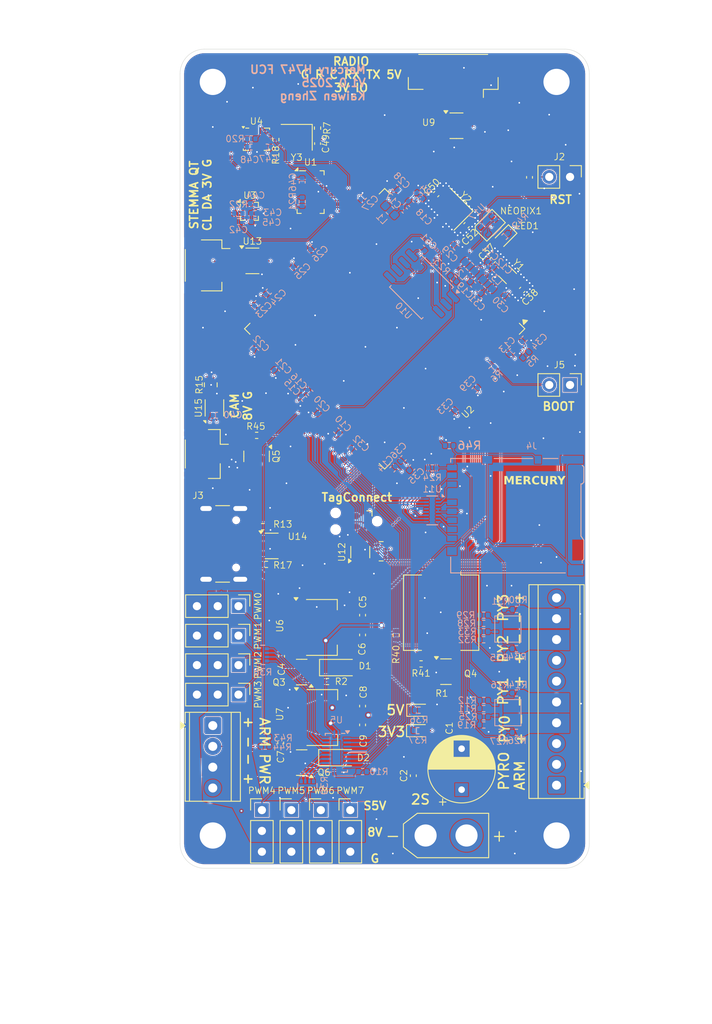
<source format=kicad_pcb>
(kicad_pcb (version 20241229) (generator "pcbnew") (generator_version "9.0")
  (layers (0 "F.Cu" signal) (4 "In1.Cu" signal) (6 "In2.Cu" signal) (2 "B.Cu" signal) (13 "F.Paste" user) (15 "B.Paste" user) (5 "F.SilkS" user "F.Silkscreen") (7 "B.SilkS" user "B.Silkscreen") (1 "F.Mask" user) (3 "B.Mask" user) (25 "Edge.Cuts" user))
  (net 0 "")
  (net 1 "Net-(3V3_PWR1-K)")
  (net 2 "GND")
  (net 3 "+3V3")
  (net 4 "+5V")
  (net 5 "Net-(5V_PWR1-K)")
  (net 6 "+8V4")
  (net 8 "VBAT")
  (net 11 "Net-(D2-K)")
  (net 13 "/VDDSMPS")
  (net 15 "/VLXSMPS")
  (net 16 "Net-(C13-Pad1)")
  (net 17 "/VDD12DSI")
  (net 18 "/VDDA")
  (net 21 "/PC15")
  (net 22 "/PC14")
  (net 23 "/RESET")
  (net 24 "Net-(U3-C1)")
  (net 26 "VBUS")
  (net 27 "/SWDIO")
  (net 28 "/SWO")
  (net 30 "/SWCLK")
  (net 33 "Net-(J4-DAT3{slash}CD)")
  (net 35 "Net-(J4-DAT1)")
  (net 36 "Net-(J4-DET_A)")
  (net 40 "Net-(J4-CMD)")
  (net 42 "Net-(J4-DAT0)")
  (net 43 "unconnected-(J4-SHIELD-Pad11)")
  (net 45 "Net-(J4-DAT2)")
  (net 46 "Net-(J4-CLK)")
  (net 48 "/LED")
  (net 49 "Net-(LED1-K)")
  (net 51 "Net-(NEOPIX1-DIN)")
  (net 53 "/SRVO_0")
  (net 54 "/SRVO_1")
  (net 55 "/SRVO_2")
  (net 56 "/SRVO_3")
  (net 58 "/SRVO_4")
  (net 59 "/SRVO_5")
  (net 60 "/SRVO_6")
  (net 61 "/SRVO_7")
  (net 63 "/PYO3")
  (net 65 "/VPYRO")
  (net 66 "/PYO0")
  (net 67 "/PYO2")
  (net 70 "/PYO1")
  (net 71 "Net-(Q4-B)")
  (net 72 "/VIDEO")
  (net 73 "Net-(Q5-S)")
  (net 74 "Net-(U2-VREF+)")
  (net 78 "Net-(U2-PDR_ON)")
  (net 79 "Net-(J5-Pin_2)")
  (net 80 "Net-(Y3-EN)")
  (net 81 "/OSC0")
  (net 85 "/SRV_OE")
  (net 86 "/PYR1")
  (net 87 "Net-(U8B-G)")
  (net 88 "/PYC1")
  (net 89 "/SCL")
  (net 90 "/SDA")
  (net 91 "Net-(Y3-OUT)")
  (net 92 "Net-(U4-INT2{slash}CLK_IN)")
  (net 93 "/PYR0")
  (net 94 "/IMU_CS")
  (net 95 "/ALT_CS")
  (net 96 "/MAG_CS")
  (net 97 "/FLASH_CS")
  (net 98 "Net-(U8A-G)")
  (net 99 "/PYC0")
  (net 100 "/PYR3")
  (net 101 "Net-(U16B-G)")
  (net 102 "/PYC3")
  (net 103 "/PYR2")
  (net 104 "Net-(U16A-G)")
  (net 105 "/PYC2")
  (net 106 "Net-(U5-B1)")
  (net 107 "Net-(U5-B0)")
  (net 108 "Net-(U5-B2)")
  (net 109 "Net-(U5-B3)")
  (net 110 "Net-(U5-B7)")
  (net 111 "Net-(U5-B6)")
  (net 112 "Net-(U5-B5)")
  (net 113 "Net-(U5-B4)")
  (net 114 "/BUZZ")
  (net 115 "/ARM")
  (net 116 "/RAD_RTS")
  (net 117 "/RAD_TX")
  (net 118 "/RAD_RX")
  (net 119 "/RAD_CTS")
  (net 120 "Net-(STEMMA_QT1-Pin_4)")
  (net 121 "Net-(STEMMA_QT1-Pin_3)")
  (net 122 "/SCK")
  (net 123 "/MOSI")
  (net 124 "/MISO")
  (net 125 "/SD_DAT0")
  (net 126 "/QSPI_IO1")
  (net 127 "/SRVI_2")
  (net 128 "/SD_CMD")
  (net 129 "/SD_DET")
  (net 130 "/SRVI_0")
  (net 131 "/SRVI_6")
  (net 132 "/SRVI_1")
  (net 133 "/USB_D+")
  (net 134 "/SRVI_7")
  (net 135 "/QSPI_IO3")
  (net 136 "/SD_CLK")
  (net 137 "/NEOPIX")
  (net 138 "/QSPI_CLK")
  (net 139 "/SRVI_3")
  (net 140 "/USB_D-")
  (net 141 "/SD_DAT2")
  (net 142 "/ALRT")
  (net 143 "/SRVI_5")
  (net 144 "/SRVI_4")
  (net 145 "/IMU_INT")
  (net 146 "/QSPI_IO2")
  (net 147 "/SD_DAT3")
  (net 148 "/SD_DAT1")
  (net 149 "/QSPI_IO0")
  (net 159 "Net-(J3-D--PadA7)")
  (net 160 "Net-(J3-D+-PadA6)")
  (net 161 "Net-(J3-CC2)")
  (net 162 "Net-(J3-CC1)")
  (net 165 "Net-(ARM1-Pin_2)")
  (net 177 "Net-(Q3-S)")
  (net 193 "Net-(C14-Pad1)")
  (net 199 "Net-(BZ1--)")
  (net 200 "/OSC1")
  (footprint "Connector_PinHeader_2.54mm:PinHeader_1x03_P2.54mm_Vertical" (layer "F.Cu") (at 60.799999 112.9)
    (property "Reference" "PWM7")
    (property "Value" "JST_XH_B3B-XH-AM" (hide yes))
  )
  (footprint "Resistor_SMD:R_0402_1005Metric" (layer "F.Cu") (at 66.4 91.55 -90)
    (property "Reference" "R40")
    (property "Value" "10k" (hide yes))
  )
  (footprint "MountingHole:MountingHole_3.2mm_M3_Pad" (layer "F.Cu") (at 86 24)
    (property "Reference" "H2" (hide yes))
    (property "Value" "MountingHole_Pad" (hide yes))
  )
  (footprint "Connector_AMASS:AMASS_XT30U-F_1x02_P5.0mm_Vertical" (layer "F.Cu") (at 70 116)
    (property "Reference" "BATT1" (hide yes))
    (property "Value" "AMASS_XT30" (hide yes))
  )
  (footprint "TerminalBlock_TE-Connectivity:TerminalBlock_TE_1-282834-0_1x10_P2.54mm_Horizontal" (layer "F.Cu") (at 86 109.86 90)
    (property "Reference" "PYRO_TERM1" (hide yes))
    (property "Value" "TERM2.54_01x10" (hide yes))
  )
  (footprint "Resistor_SMD:R_0402_1005Metric" (layer "F.Cu") (at 50.55 82.9 180)
    (property "Reference" "R17")
    (property "Value" "5.1k" (hide yes))
  )
  (footprint "Capacitor_SMD:C_0402_1005Metric" (layer "F.Cu") (at 78.2 45.75 45)
    (property "Reference" "C37")
    (property "Value" "6pF" (hide yes))
  )
  (footprint "Capacitor_SMD:C_0402_1005Metric" (layer "F.Cu") (at 75 41.5 -135)
    (property "Reference" "C52")
    (property "Value" "10pF" (hide yes))
  )
  (footprint "Connector_PinHeader_2.54mm:PinHeader_1x03_P2.54mm_Vertical" (layer "F.Cu") (at 47.14 95.2 -90)
    (property "Reference" "PWM2")
    (property "Value" "JST_XH_B3B-XH-AM" (hide yes))
  )
  (footprint "Connector_JST:JST_GH_SM02B-GHS-TB_1x02-1MP_P1.25mm_Horizontal" (layer "F.Cu") (at 43.2 69.425 -90)
    (property "Reference" "VIDEO1" (hide yes))
    (property "Value" "JST_GH_SM02B" (hide yes))
  )
  (footprint "Diode_SMD:D_SOD-123" (layer "F.Cu") (at 59.400002 95.5)
    (property "Reference" "D1")
    (property "Value" "MBR0540" (hide yes))
  )
  (footprint "Capacitor_SMD:C_0402_1005Metric" (layer "F.Cu") (at 82.7 35.65 -90)
    (property "Reference" "C41" (hide yes))
    (property "Value" "100nF" (hide yes))
  )
  (footprint "Package_LGA:LGA-8_3x5mm_P1.25mm" (layer "F.Cu") (at 55.95 37.45)
    (property "Reference" "U1")
    (property "Value" "MS5611-01BA" (hide yes))
  )
  (footprint "Connector_PinHeader_2.54mm:PinHeader_1x03_P2.54mm_Vertical" (layer "F.Cu") (at 50 112.9)
    (property "Reference" "PWM4")
    (property "Value" "JST_XH_B3B-XH-AM" (hide yes))
  )
  (footprint "Package_QFP:LQFP-176_24x24mm_P0.5mm" (layer "F.Cu") (at 65 54.135771 -135)
    (property "Reference" "U2")
    (property "Value" "STM32H747IITx" (hide yes))
  )
  (footprint "Connector_PinHeader_2.54mm:PinHeader_1x03_P2.54mm_Vertical" (layer "F.Cu") (at 57.2 112.9)
    (property "Reference" "PWM6")
    (property "Value" "JST_XH_B3B-XH-AM" (hide yes))
  )
  (footprint "Package_TO_SOT_SMD:SOT-23-6" (layer "F.Cu") (at 51.187501 80.65)
    (property "Reference" "U14")
    (property "Value" "USBLC6-2SC6" (hide yes))
  )
  (footprint "Diode_SMD:D_SOD-123" (layer "F.Cu") (at 59.3 106.5)
    (property "Reference" "D2")
    (property "Value" "MBR0540" (hide yes))
  )
  (footprint "Capacitor_SMD:C_0402_1005Metric" (layer "F.Cu") (at 81.8 49.4 45)
    (property "Reference" "C38")
    (property "Value" "6pF" (hide yes))
  )
  (footprint "Package_TO_SOT_SMD:SOT-23" (layer "F.Cu") (at 72.4875 96)
    (property "Reference" "Q4")
    (property "Value" "BC818" (hide yes))
  )
  (footprint "Package_TO_SOT_SMD:SOT-23-6" (layer "F.Cu") (at 48.8375 45.85)
    (property "Reference" "U13")
    (property "Value" "USBLC6-2SC6" (hide yes))
  )
  (footprint "Capacitor_SMD:C_0402_1005Metric" (layer "F.Cu") (at 62.3 102.5 -90)
    (property "Reference" "C9")
    (property "Value" "10uF" (hide yes))
  )
  (footprint "Capacitor_SMD:C_0402_1005Metric" (layer "F.Cu") (at 62.300002 89.1 90)
    (property "Reference" "C5")
    (property "Value" "10uF" (hide yes))
  )
  (footprint "Resistor_SMD:R_Array_Convex_2x0402" (layer "F.Cu") (at 43.75 60.980833 -90)
    (property "Reference" "R15")
    (property "Value" "10k" (hide yes))
  )
  (footprint "LED_SMD:LED_0603_1608Metric" (layer "F.Cu") (at 69.19 100.71)
    (property "Reference" "5V_PWR1" (hide yes))
    (property "Value" "LED" (hide yes))
  )
  (footprint "Package_LGA:LGA-14_3x2.5mm_P0.5mm_LayoutBorder3x4y" (layer "F.Cu") (at 49.3375 31)
    (property "Reference" "U4")
    (property "Value" "ICM-45686" (hide yes))
  )
  (footprint "Resistor_SMD:R_0402_1005Metric" (layer "F.Cu") (at 69.45 95.05)
    (property "Reference" "R41")
    (property "Value" "2.2k" (hide yes))
  )
  (footprint "Resistor_SMD:R_0402_1005Metric" (layer "F.Cu") (at 56.8 29.640001 -90)
    (property "Reference" "R7")
    (property "Value" "10k" (hide yes))
  )
  (footprint "MountingHole:MountingHole_3.2mm_M3_Pad" (layer "F.Cu") (at 86 116)
    (property "Reference" "H4" (hide yes))
    (property "Value" "MountingHole_Pad" (hide yes))
  )
  (footprint "Package_TO_SOT_SMD:SOT-23-6" (layer "F.Cu") (at 73.774999 29.349999)
    (property "Reference" "U9")
    (property "Value" "USBLC6-4SC6" (hide yes))
  )
  (footprint "LED_SMD:LED_0603_1608Metric" (layer "F.Cu") (at 79.593153 43.006847 -135)
    (property "Reference" "LED1")
    (property "Value" "LED" (hide yes))
  )
  (footprint "Resistor_SMD:R_0402_1005Metric" (layer "F.Cu") (at 51.7 31.040001 90)
    (property "Reference" "R18")
    (property "Value" "47R" (hide yes))
  )
  (footprint "Capacitor_SMD:C_0402_1005Metric" (layer "F.Cu") (at 71.3 37.7 45)
    (property "Reference" "C50")
    (property "Value" "10pF" (hide yes))
  )
  (footprint "LED_SMD:LED_WS2812B-2020_PLCC4_2.0x2.0mm" (layer "F.Cu") (at 77.8 41.5 45)
    (property "Reference" "NEOPIX1")
    (property "Value" "WS2812B-2020" (hide yes))
  )
  (footprint "Connector_PinHeader_2.54mm:PinHeader_1x03_P2.54mm_Vertical" (layer "F.Cu") (at 53.600001 112.9)
    (property "Reference" "PWM5")
    (property "Value" "JST_XH_B3B-XH-AM" (hide yes))
  )
  (footprint "Oscillator:Oscillator_SMD_Abracon_ASE-4Pin_3.2x2.5mm" (layer "F.Cu") (at 54.25 30.765001 180)
    (property "Reference" "Y3")
    (property "Value" "32.768khz" (hide yes))
  )
  (footprint "Capacitor_SMD:C_0402_1005Metric" (layer "F.Cu") (at 52.3 104.7 -90)
    (property "Reference" "C7")
    (property "Value" "10uF" (hide yes))
  )
  (footprint "Package_TO_SOT_SMD:SOT-223-3_TabPin2" (layer "F.Cu") (at 57.350001 101.6)
    (property "Reference" "U7")
    (property "Value" "AP1117-33" (hide yes))
  )
  (footprint "Resistor_SMD:R_0402_1005Metric" (layer "F.Cu") (at 58.010001 97.2)
    (property "Reference" "R2")
    (property "Value" "10k" (hide yes))
  )
  (footprint "Package_LGA:LGA-12_2x2mm_P0.5mm" (layer "F.Cu") (at 48.4675 39.8)
    (property "Reference" "U3")
    (property "Value" "LIS2MDL" (hide yes))
  )
  (footprint "Package_TO_SOT_SMD:SOT-23" (layer "F.Cu") (at 49.35 69.7125 -90)
    (property "Reference" "Q5")
    (property "Value" "DMG2301L" (hide yes))
  )
  (footprint "Connector_JST:JST_GH_SM06B-GHS-TB_1x06-1MP_P1.25mm_Horizontal" (layer "F.Cu") (at 73.374999 23.2 180)
    (property "Reference" "RADIO_5VPWR_3V3IO1" (hide yes))
    (property "Value" "JST_GH_SM06B" (hide yes))
  )
  (footprint "Connector_PinHeader_2.54mm:PinHeader_1x02_P2.54mm_Vertical" (layer "F.Cu") (at 87.65 61 -90)
    (property "Reference" "J5")
    (property "Value" "Conn_01x02" (hide yes))
  )
  (footprint "Connector_PinHeader_2.54mm:PinHeader_1x03_P2.54mm_Vertical" (layer "F.Cu") (at 47.14 98.8 -90)
    (property "Reference" "PWM3")
    (property "Value" "JST_XH_B3B-XH-AM" (hide yes))
  )
  (footprint "Connector_PinHeader_2.54mm:PinHeader_1x02_P2.54mm_Vertical" (layer "F.Cu") (at 87.65 35.6 -90)
    (property "Reference" "J2")
    (property "Value" "Conn_01x02" (hide yes))
  )
  (footprint "Capacitor_SMD:C_0402_1005Metric" (layer "F.Cu") (at 56.8 31.53 -90)
    (property "Reference" "C49")
    (property "Value" "10nF" (hide yes))
  )
  (footprint "Resistor_SMD:R_0402_1005Metric" (layer "F.Cu") (at 50.1 78.3 180)
    (property "Reference" "R13")
    (property "Value" "5.1k" (hide yes))
  )
  (footprint "Connector_PinHeader_2.54mm:PinHeader_1x03_P2.54mm_Vertical" (layer "F.Cu") (at 47.14 88.000001 -90)
    (property "Reference" "PWM0")
    (property "Value" "JST_XH_B3B-XH-AM" (hide yes))
  )
  (footprint "Connector_PinHeader_2.54mm:PinHeader_1x03_P2.54mm_Vertical" (layer "F.Cu") (at 47.14 91.6 -90)
    (property "Reference" "PWM1")
    (property "Value" "JST_XH_B3B-XH-AM" (hide yes))
  )
  (footprint "Crystal:Crystal_SMD_3215-2Pin_3.2x1.5mm" (layer "F.Cu") (at 80.010928 47.535771 -45)
    (property "Reference" "Y1")
    (property "Value" "32.768khz" (hide yes))
  )
  (footprint "Buzzer_Beeper:Buzzer_CUI_CPT-9019S-SMT" (layer "F.Cu") (at 71.9 88.8 -90)
    (property "Reference" "BZ1" (hide yes))
    (property "Value" "Buzzer" (hide yes))
  )
  (footprint "Connector_JST:JST_SH_SM04B-SRSS-TB_1x04-1MP_P1.00mm_Horizontal" (layer "F.Cu") (at 43.324998 46.4 -90)
    (property "Reference" "STEMMA_QT1" (hide yes))
    (property "Value" "JST_SH_SM04B" (hide yes))
  )
  (footprint "Package_TO_SOT_SMD:SOT-23" (layer "F.Cu") (at 54.8625 107.1 180)
    (property "Reference" "Q6")
    (property "Value" "DMG2301L" (hide yes))
  )
  (footprint "Crystal:Crystal_SMD_3225-4Pin_3.2x2.5mm" (layer "F.Cu") (at 73.223223 39.521142 135)
    (property "Reference" "Y2")
    (property "Value" "Crystal_GND24" (hide yes))
  )
  (footprint "TerminalBlock_TE-Connectivity:TerminalBlock_TE_282834-4_1x04_P2.54mm_Horizontal" (layer "F.Cu") (at 44 102.58 -90)
    (property "Reference" "ARM1" (hide yes))
    (property "Value" "TERM2.54_01x04" (hide yes))
  )
  (footprint "Package_TO_SOT_SMD:SOT-23" (layer "F.Cu") (at 54.862502 96.05 180)
    (property "Reference" "Q3")
    (property "Value" "DMG2301L" (hide yes))
  )
  (footprint "Package_TO_SOT_SMD:SOT-223-3_TabPin2" (layer "F.Cu") (at 57.300002 90.6)
    (property "Reference" "U6")
    (property "Value" "AP1117-50" (hide yes))
  )
  (footprint "MountingHole:MountingHole_3.2mm_M3_Pad" (layer "F.Cu") (at 44 116)
    (property "Reference" "H1" (hide yes))
    (property "Value" "MountingHole_Pad" (hide yes))
  )
  (footprint "Resistor_SMD:R_Array_Convex_4x0402" (layer "F.Cu") (at 64.57 81.3 180)
    (property "Reference" "R1")
    (property "Value" "10k" (hide yes))
  )
  (footprint "Capacitor_THT:CP_Radial_D8.0mm_P5.00mm" (layer "F.Cu") (at 74.4 110.402651 90)
    (property "Reference" "C1")
    (property "Value" "100uF" (hide yes))
  )
  (footprint "Package_TO_SOT_SMD:SOT-353_SC-70-5" (layer "F.Cu") (at 62.02 81.4 90)
    (property "Reference" "U12")
    (property "Value" "ESDALC6V1W5" (hide yes))
  )
  (footprint "Package_DFN_QFN:TDFN-8-1EP_2x2mm_P0.5mm_EP0.8x1.2mm" (layer "F.Cu") (at 44.2 63.800001 90)
    (property "Reference" "U15")
    (property "Value" "MAX17049" (hide yes))
  )
  (footprint "Capacitor_SMD:C_0402_1005Metric" (layer "F.Cu") (at 62.3 100.2 90)
    (property "Reference" "C8")
    (property "Value" "10uF" (hide yes))
  )
  (footprint "Capacitor_SMD:C_0402_1005Metric" (layer "F.Cu") (at 52.400002 94.12 -90)
    (property "Reference" "C4")
    (property "Value" "10uF" (hide yes))
  )
  (footprint "Capacitor_SMD:C_0402_1005Metric" (layer "F.Cu") (at 68.5 108.7 90)
    (property "Reference" "C2")
    (property "Value" "10uF" (hide yes))
  )
  (footprint "Connector:Tag-Connect_TC2030-IDC-NL_2x03_P1.27mm_Vertical" (layer "F.Cu") (at 61.55 77.635 180)
    (property "Reference" "J1" (hide yes))
    (property "Value" "TagConnect_TC2030" (hide yes))
  )
  (footprint "Resistor_SMD:R_0402_1005Metric" (layer "F.Cu") (at 49.359999 67.15 180)
    (property "Reference" "R45")
    (property "Value" "10k" (hide yes))
  )
  (footprint "Capacitor_SMD:C_0402_1005Metric" (layer "F.Cu") (at 62.300002 91.52 -90)
    (property "Reference" "C6")
    (property "Value" "10uF" (hide yes))
  )
  (footprint "MountingHole:MountingHole_3.2mm_M3_Pad" (layer "F.Cu") (at 44 24)
    (property "Reference" "H3" (hide yes))
    (property "Value" "MountingHole_Pad" (hide yes))
  )
  (footprint "LED_SMD:LED_0603_1608Metric" (layer "F.Cu") (at 69.1625 103.2)
    (property "Reference" "3V3_PWR1" (hide yes))
    (property "Value" "LED" (hide yes))
  )
  (footprint "Connector_USB:USB_C_Receptacle_GCT_USB4105-xx-A_16P_TopMnt_Horizontal" (layer "F.Cu") (at 44.25 80.4 -90)
    (property "Reference" "J3")
    (property "Value" "USB_C_Receptacle_USB2.0_16P" (hide yes))
  )
  (footprint "Capacitor_SMD:C_0402_1005Metric" (layer "B.Cu") (at 66.260589 36.860589 135)
    (property "Reference" "C28")
    (property "Value" "100nF" (hide yes))
  )
  (footprint "Resistor_SMD:R_Array_Convex_4x0402" (layer "B.Cu") (at 55.55 109.9 90)
    (property "Reference" "R39")
    (property "Value" "47R" (hide yes))
  )
  (footprint "Resistor_SMD:R_0402_1005Metric" (layer "B.Cu") (at 77.1 90.1)
    (property "Reference" "R28")
    (property "Value" "3.3k" (hide yes))
  )
  (footprint "Resistor_SMD:R_0402_1005Metric" (layer "B.Cu") (at 77.109999 102.51)
    (property "Reference" "R19")
    (property "Value" "3.3k" (hide yes))
  )
  (footprint "Resistor_SMD:R_0402_1005Metric" (layer "B.Cu") (at 50.4 105.1 180)
    (property "Reference" "R44")
    (property "Value" "47R" (hide yes))
  )
  (footprint "Package_TO_SOT_SMD:SOT-353_SC-70-5" (layer "B.Cu") (at 77.912132 41.468629 -135)
    (property "Reference" "U17")
    (property "Value" "SN74LV1T34DCK" (hide yes))
  )
  (footprint "Capacitor_SMD:C_0402_1005Metric" (layer "B.Cu") (at 50.839412 49.610589 45)
    (property "Reference" "C24")
    (property "Value" "100nF" (hide yes))
  )
  (footprint "Resistor_SMD:R_0402_1005Metric" (layer "B.Cu") (at 82.250247 57.328685 -135)
    (property "Reference" "R5")
    (property "Value" "10k" (hide yes))
  )
  (footprint "Capacitor_SMD:C_0402_1005Metric" (layer "B.Cu") (at 68.239411 38.889411 -45)
    (property "Reference" "C18")
    (property "Value" "100nF" (hide yes))
  )
  (footprint "Resistor_SMD:R_0402_1005Metric" (layer "B.Cu") (at 77.109999 101.51 180)
    (property "Reference" "R25")
    (property "Value" "1k" (hide yes))
  )
  (footprint "Resistor_SMD:R_0402_1005Metric" (layer "B.Cu") (at 78.1 59.15 -135)
    (property "Reference" "R6")
    (property "Value" "10k" (hide yes))
  )
  (footprint "Resistor_SMD:R_0402_1005Metric" (layer "B.Cu") (at 48.7 30.95)
    (property "Reference" "R20")
    (property "Value" "10k" (hide yes))
  )
  (footprint "Resistor_SMD:R_0402_1005Metric" (layer "B.Cu") (at 81.119999 88.4 180)
    (property "Reference" "R30")
    (property "Value" "180k" (hide yes))
  )
  (footprint "Resistor_SMD:R_0402_1005Metric" (layer "B.Cu") (at 77.1 92.1)
    (property "Reference" "R32")
    (property "Value" "3.3k" (hide yes))
  )
  (footprint "Package_DFN_QFN:OnSemi_UDFN-16-1EP_1.35x3.3mm_P0.4mm_EP0.4x2.8mm" (layer "B.Cu") (at 70.815 76.31 180)
    (property "Reference" "U11")
    (property "Value" "EClamp2515K" (hide yes))
  )
  (footprint "Capacitor_SMD:C_0402_1005Metric" (layer "B.Cu") (at 73.239411 64.410589 -135)
    (property "Reference" "C33")
    (property "Value" "100nF" (hide yes))
  )
  (footprint "Resistor_SMD:R_0402_1005Metric" (layer "B.Cu") (at 72.890001 68.4)
    (property "Reference" "R46")
    (property "Value" "47R" (hide yes))
  )
  (footprint "Resistor_SMD:R_0402_1005Metric" (layer "B.Cu") (at 69.05 103.2)
    (property "Reference" "R37")
    (property "Value" "470R" (hide yes))
  )
  (footprint "Capacitor_SMD:C_0402_1005Metric" (layer "B.Cu") (at 49.3 56.95 -45)
    (property "Reference" "C22")
    (property "Value" "100nF" (hide yes))
  )
  (footprint "Resistor_SMD:R_0402_1005Metric" (layer "B.Cu") (at 81.1 98.61 180)
    (property "Reference" "R14")
    (property "Value" "180k" (hide yes))
  )
  (footprint "Capacitor_SMD:C_0402_1005Metric" (layer "B.Cu") (at 49.19 41.05)
    (property "Reference" "C45")
    (property "Value" "100nF" (hide yes))
  )
  (footprint "FCU2025Lib:PowerPak1212-8-Dual" (layer "B.Cu") (at 79.855 101.005)
    (property "Reference" "U8" (hide yes))
    (property "Value" "SI7232DN-T1" (hide yes))
  )
  (footprint "Resistor_SMD:R_0402_1005Metric" (layer "B.Cu") (at 79.1 103.41)
    (property "Reference" "R27")
    (property "Value" "56k" (hide yes))
  )
  (footprint "Connector_Card:microSD_HC_Hirose_DM3AT-SF-PEJM5" (layer "B.Cu") (at 80.95 76.95 -90)
    (property "Reference" "J4")
    (property "Value" "Micro_SD_Card_Det2" (hide yes))
  )
  (footprint "Capacitor_SMD:C_0402_1005Metric" (layer "B.Cu") (at 67.439411 39.689411 -45)
    (property "Reference" "C17")
    (property "Value" "10uF" (hide yes))
  )
  (footprint "Capacitor_SMD:C_0402_1005Metric" (layer "B.Cu") (at 55.9 61.95 -45)
    (property "Reference" "C16")
    (property "Value" "100nF" (hide yes))
  )
  (footprint "Resistor_SMD:R_0402_1005Metric" (layer "B.Cu") (at 77.1 100.51)
    (property "Reference" "R11")
    (property "Value" "3.3k" (hide yes))
  )
  (footprint "Resistor_SMD:R_0402_1005Metric" (layer "B.Cu") (at 77.1 89.1 180)
    (property "Reference" "R29")
    (property "Value" "1k" (hide yes))
  )
  (footprint "Capacitor_SMD:C_0402_1005Metric" (layer "B.Cu") (at 51.839411 59.489412 -45)
    (property "Reference" "C21")
    (property "Value" "100nF" (hide yes))
  )
  (footprint "Capacitor_SMD:C_0402_1005Metric" (layer "B.Cu") (at 56.5 64.15 135)
    (property "Reference" "C20")
    (property "Value" "100nF" (hide yes))
  )
  (footprint "Capacitor_SMD:C_0402_1005Metric" (layer "B.Cu") (at 62.439411 38.010589 45)
    (property "Reference" "C27")
    (property "Value" "100nF" (hide yes))
  )
  (footprint "Resistor_SMD:R_0402_1005Metric" (layer "B.Cu") (at 62.3 108.2 180)
    (property "Reference" "R10")
    (property "Value" "10k" (hide yes))
  )
  (footprint "Capacitor_SMD:C_0402_1005Metric" (layer "B.Cu") (at 54.16059 46.289411 45)
    (property "Reference" "C25")
    (property "Value" "100nF" (hide yes))
  )
  (footprint "Capacitor_SMD:C_0402_1005Metric" (layer "B.Cu") (at 67.3 69.95 45)
    (property "Reference" "C36")
    (property "Value" "4.7uF" (hide yes))
  )
  (footprint "Capacitor_SMD:C_0402_1005Metric" (layer "B.Cu") (at 77.271518 45.59636 135)
    (property "Reference" "C11")
    (property "Value" "4.7uF" (hide yes))
  )
  (footprint "Resistor_SMD:R_0402_1005Metric" (layer "B.Cu") (at 81.1 93.2 180)
    (property "Reference" "R34")
    (property "Value" "180k" (hide yes))
  )
  (footprint "Inductor_SMD:L_0603_1608Metric" (layer "B.Cu") (at 75.410928 46.53577 -45)
    (property "Reference" "L2")
    (property "Value" "FBMJ1608HM180NTR" (hide yes))
  )
  (footprint "Capacitor_SMD:C_0402_1005Metric" (layer "B.Cu") (at 82.100001 55.35 45)
    (property "Reference" "C34")
    (property "Value" "100nF" (hide yes))
  )
  (footprint "Resistor_SMD:R_0402_1005Metric" (layer "B.Cu") (at 73.410928 48.035771 135)
    (property "Reference" "R23")
    (property "Value" "10k" (hide yes))
  )
  (footprint "Capacitor_SMD:C_0402_1005Metric" (layer "B.Cu") (at 48.7 31.95)
    (property "Reference" "C48")
    (property "Value" "100nF" (hide yes))
  )
  (footprint "Resistor_SMD:R_0402_1005Metric" (layer "B.Cu") (at 50.390001 104 180)
    (property "Reference" "R43")
    (property "Value" "10k" (hide yes))
  )
  (footprint "Capacitor_SMD:C_0402_1005Metric" (layer "B.Cu") (at 75.810928 48.735771 -45)
    (property "Reference" "C19")
    (property "Value" "100nF" (hide yes))
  )
  (footprint "Resistor_SMD:R_0402_1005Metric" (layer "B.Cu") (at 69.289623 37.889309 -45)
    (property "Reference" "R4")
    (property "Value" "47R1%" (hide yes))
  )
  (footprint "Resistor_SMD:R_Array_Convex_4x0402" (layer "B.Cu") (at 50.1 93.95)
    (property "Reference" "R38")
    (property "Value" "47R" (hide yes))
  )
  (footprint "Capacitor_SMD:C_0402_1005Metric" (layer "B.Cu") (at 73.760589 44.210588 -45)
    (property "Reference" "C29")
    (property "Value" "100nF" (hide yes))
  )
  (footprint "Capacitor_SMD:C_0402_1005Metric" (layer "B.Cu") (at 54.925 36.245 -90)
    (property "Reference" "C46")
    (property "Value" "100nF" (hide yes))
  )
  (footprint "Capacitor_SMD:C_0402_1005Metric" (layer "B.Cu") (at 49.439412 51.010589 45)
    (property "Reference" "C23")
    (property "Value" "100nF" (hide yes))
  )
  (footprint "Capacitor_SMD:C_0402_1005Metric" (layer "B.Cu") (at 61.239411 69.089411 -45)
    (property "Reference" "C32")
    (property "Value" "100nF" (hide yes))
  )
  (footprint "Resistor_SMD:R_0402_1005Metric" (layer "B.Cu") (at 79.685624 42.864376 -135)
    (property "Reference" "R42")
    (property "Value" "470R" (hide yes))
  )
  (footprint "Capacitor_SMD:C_0402_1005Metric" (layer "B.Cu") (at 50.62 31.95 180)
    (property "Reference" "C47")
    (property "Value" "100nF" (hide yes))
  )
  (footprint "Capacitor_SMD:C_0402_1005Metric" (layer "B.Cu") (at 49.03 38.85)
    (property "Reference" "C44")
    (property "Value" "100nF" (hide yes))
  )
  (footprint "Resistor_SMD:R_0402_1005Metric" (layer "B.Cu") (at 79.09 88.4)
    (property "Reference" "R31")
    (property "Value" "56k" (hide yes))
  )
  (footprint "Capacitor_SMD:C_0402_1005Metric" (layer "B.Cu") (at 77.1 50.15 -45)
    (property "Reference" "C31")
    (property "Value" "100nF" (hide yes))
  )
  (footprint "Capacitor_SMD:C_0402_1005Metric" (layer "B.Cu") (at 68.360589 71.089411 45)
    (property "Reference" "C35")
    (property "Value" "100nF" (hide yes))
  )
  (footprint "FCU2025Lib:PowerPak1212-8-Dual" (layer "B.Cu") (at 79.855 90.795)
    (property "Reference" "U16" (hide yes))
    (property "Value" "SI7232DN-T1" (hide yes))
  )
  (footprint "Resistor_SMD:R_0402_1005Metric" (layer "B.Cu") (at 79.1 93.2)
    (property "Reference" "R35")
    (property "Value" "56k" (hide yes))
  )
  (footprint "Resistor_SMD:R_0402_1005Metric" (layer "B.Cu") (at 47.13 40.05)
    (property "Reference" "R22")
    (property "Value" "10k" (hide yes))
  )
  (footprint "Resistor_SMD:R_0402_1005Metric" (layer "B.Cu") (at 77.1 91.116 180)
    (property "Reference" "R33")
    (property "Value" "1k" (hide yes))
  )
  (footprint "Capacitor_SMD:C_0402_1005Metric" (layer "B.Cu") (at 78.610929 46.935771 135)
    (property "Reference" "C12")
    (property "Value" "220pF" (hide yes))
  )
  (footprint "Capacitor_SMD:C_0402_1005Metric" (layer "B.Cu") (at 55.160589 62.671178 -45)
    (property "Reference" "C15")
    (property "Value" "2.2uF" (hide yes))
  )
  (footprint "Capacitor_SMD:C_0402_1005Metric" (layer "B.Cu") (at 56.3 44.15 45)
    (property "Reference" "C26")
    (property "Value" "100nF" (hide yes))
  )
  (footprint "Inductor_SMD:L_0603_1608Metric" (layer "B.Cu") (at 77.567776 48.692618 135)
    (property "Reference" "L3")
    (property "Value" "2.2uH" (hide yes))
  )
  (footprint "Resistor_SMD:R_0402_1005Metric" (layer "B.Cu") (at 79.1 98.61)
    (property "Reference" "R16")
    (property "Value" "56k" (hide yes))
  )
  (footprint "Resistor_SMD:R_0402_1005Metric" (layer "B.Cu") (at 69.19 100.7)
    (property "Reference" "R36")
    (property "Value" "470R" (hide yes))
  )
  (footprint "Inductor_SMD:L_0603_1608Metric" (layer "B.Cu") (at 65.649788 39.689411 -45)
    (property "Reference" "L1")
    (property "Value" "1608KF-601T03" (hide yes))
  )
  (footprint "Capacitor_SMD:C_0402_1005Metric" (layer "B.Cu") (at 47.13 41.05 180)
    (property "Reference" "C42")
    (property "Value" "220nF" (hide yes))
  )
  (footprint "Resistor_SMD:R_0402_1005Metric" (layer "B.Cu") (at 54.925 38.625 -90)
    (property "Reference" "R21")
    (property "Value" "10k" (hide yes))
  )
  (footprint "Capacitor_SMD:C_0402_1005Metric" (layer "B.Cu") (at 59.100001 66.55 135)
    (property "Reference" "C10")
    (property "Value" "1uF" (hide yes))
  )
  (footprint "Resistor_SMD:R_0402_1005Metric" (layer "B.Cu") (at 81.1 103.41 180)
    (property "Reference" "R26")
    (property "Value" "180k" (hide yes))
  )
  (footprint "Capacitor_SMD:C_0402_1005Metric" (layer "B.Cu") (at 80.560589 56.889411 45)
    (property "Reference" "C13")
    (property "Value" "2.2uF" (hide yes))
  )
  (footprint "Capacitor_SMD:C_0402_1005Metric" (layer "B.Cu") (at 44.48 64.7)
    (property "Reference" "C40")
    (property "Value" "100nF" (hide yes))
  )
  (footprint "Capacitor_SMD:C_0402_1005Metric" (layer "B.Cu") (at 76 61.65 -135)
    (property "Reference" "C39")
    (property "Value" "100nF" (hide yes))
  )
  (footprint "Capacitor_SMD:C_0402_1005Metric" (layer "B.Cu") (at 79.96059 50.410589 -45)
    (property "Reference" "C30")
    (property "Value" "100nF" (hide yes))
  )
  (footprint "Capacitor_SMD:C_0402_1005Metric" (layer "B.Cu") (at 65.960589 71.289411 -135)
    (property "Reference" "C14")
    (property "Value" "2.2uF" (hide yes))
  )
  (footprint "Capacitor_SMD:C_0402_1005Metric" (layer "B.Cu") (at 69.550339 44.275182 135)
    (property "Reference" "C51")
    (property "Value" "100nF" (hide yes))
  )
  (footprint "Resistor_SMD:R_0402_1005Metric" (layer "B.Cu") (at 70.815 71.125)
    (property "Reference" "R24")
    (property "Value" "10k" (hide yes))
  )
  (footprint "Resistor_SMD:R_0402_1005Metric" (layer "B.Cu") (at 77.109999 99.51 180)
    (property "Reference" "R12")
    (property "Value" "1k" (hide yes))
  )
  (footprint "Capacitor_SMD:C_0402_1005Metric" (layer "B.Cu") (at 49.19 40.05)
    (property "Reference" "C43")
    (property "Value" "10uF" (hide yes))
  )
  (footprint "Package_SO:SOIC-8_5.3x5.3mm_P1.27mm" (layer "B.Cu") (at 69.5 49.05 135)
    (property "Reference" "U10")
    (property "Value" "W25Q128JVS" (hide yes))
  )
  (footprint "Package_DFN_QFN:WQFN-20-1EP_2.5x4.5mm_P0.5mm_EP1x2.9mm" (layer "B.Cu") (at 59.1 105.9 180)
    (property "Reference" "U5")
    (property "Value" "FXMA108" (hide yes))
  )
  (gr_line (start 40 117) (end 40 23) (stroke (width 0.05)) (layer "Edge.Cuts"))
  (gr_arc (start 90 117) (mid 89.12132 119.12132) (end 87 120) (stroke (width 0.05)) (layer "Edge.Cuts"))
  (gr_line (start 43 20) (end 87 20) (stroke (width 0.05)) (layer "Edge.Cuts"))
  (gr_line (start 90 23) (end 90 117) (stroke (width 0.05)) (layer "Edge.Cuts"))
  (gr_line (start 87 120) (end 43 120) (stroke (width 0.05)) (layer "Edge.Cuts"))
  (gr_arc (start 87 20) (mid 89.12132 20.87868) (end 90 23) (stroke (width 0.05)) (layer "Edge.Cuts"))
  (gr_arc (start 43 120) (mid 40.87868 119.12132) (end 40 117) (stroke (width 0.05)) (layer "Edge.Cuts"))
  (gr_arc (start 40 23) (mid 40.87868 20.87868) (end 43 20) (stroke (width 0.05)) (layer "Edge.Cuts"))
  (gr_text "TagConnect" (at 61.6 75.3 0) (layer "F.SilkS") (effects (font (size 1 1) (thickness 0.2) (bold yes)) (justify bottom)))
  (gr_text "PY3\n- +" (at 82.1 88.2 90) (layer "F.SilkS") (effects (font (size 1.2 1.2) (thickness 0.2) (bold yes)) (justify bottom)))
  (gr_text "PY1\n- +" (at 82.1 98.4 90) (layer "F.SilkS") (effects (font (size 1.2 1.2) (thickness 0.2) (bold yes)) (justify bottom)))
  (gr_text "PY0\n+ -" (at 82.3 103 90) (layer "F.SilkS") (effects (font (size 1.2 1.2) (thickness 0.2) (bold yes)) (justify bottom)))
  (gr_text "2S" (at 68.1 112.3 0) (layer "F.SilkS") (effects (font (size 1.2 1.2) (thickness 0.2) (bold yes)) (justify left bottom)))
  (gr_text "STEMMA QT\nCL DA 3V G" (at 43.9 37.8 90) (layer "F.SilkS") (effects (font (size 1 1) (thickness 0.2) (bold yes)) (justify bottom)))
  (gr_text "MERCURY" (at 79.5 73.3 0) (layer "F.SilkS") (effects (font (size 1 1) (thickness 0.2) (bold yes)) (justify left bottom)))
  (gr_text "PWR\n- +" (at 47.7 107.9 270) (layer "F.SilkS") (effects (font (size 1.2 1.2) (thickness 0.2) (bold yes)) (justify bottom)))
  (gr_text "CAM\n8V G" (at 48.85 63.55 90) (layer "F.SilkS") (effects (font (size 1 1) (thickness 0.2) (bold yes)) (justify bottom)))
  (gr_text "BOOT" (at 86.25 64.2 0) (layer "F.SilkS") (effects (font (size 1 1) (thickness 0.2) (bold yes)) (justify bottom)))
  (gr_text "ARM\n+ -" (at 47.7 103.4 270) (layer "F.SilkS") (effects (font (size 1.2 1.2) (thickness 0.2) (bold yes)) (justify bottom)))
  (gr_text "S5V\n\n8V\n\nG" (at 63.8 119.4 0) (layer "F.SilkS") (effects (font (size 1 1) (thickness 0.2) (bold yes)) (justify bottom)))
  (gr_text "PYRO\nARM" (at 82.2 110.6 90) (layer "F.SilkS") (effects (font (size 1.2 1.2) (thickness 0.2) (bold yes)) (justify left bottom)))
  (gr_text "3V3" (at 64.05 104.05 0) (layer "F.SilkS") (effects (font (size 1.2 1.2) (thickness 0.2) (bold yes)) (justify left bottom)))
  (gr_text "RST" (at 86.5 38.95 0) (layer "F.SilkS") (effects (font (size 1 1) (thickness 0.2) (bold yes)) (justify bottom)))
  (gr_text "RADIO\nG R C RX TX 5V\n3V IO" (at 60.9 25.3 0) (layer "F.SilkS") (effects (font (size 1 1) (thickness 0.2) (bold yes)) (justify bottom)))
  (gr_text "PY2\n+ -" (at 82.1 93.2 90) (layer "F.SilkS") (effects (font (size 1.2 1.2) (thickness 0.2) (bold yes)) (justify bottom)))
  (gr_text "5V" (at 65.1 101.4 0) (layer "F.SilkS") (effects (font (size 1.2 1.2) (thickness 0.2) (bold yes)) (justify left bottom)))
  (gr_text "Mercury H747 FCU\nV1.0 2025\nKaiwen Zheng" (at 62.8 26.3 0) (layer "B.SilkS") (effects (font (size 1 1) (thickness 0.2) (bold yes)) (justify left bottom mirror)))
  (segment (start 68.35 102.5) (end 68.35 103.175) (width 0.15) (layer "F.Cu") (net 1))
  (segment (start 68.35 103.175) (end 68.375 103.2) (width 0.15) (layer "F.Cu") (net 1))
  (via (at 68.35 102.5) (size 0.35) (drill 0.2) (layers "F.Cu" "B.Cu") (net 1))
  (segment (start 68.74 103.165) (end 68.35 102.775) (width 0.15) (layer "B.Cu") (net 1))
  (segment (start 68.35 102.775) (end 68.35 102.5) (width 0.15) (layer "B.Cu") (net 1))
  (segment (start 73.443176 44.642862) (end 73.936038 44.15) (width 0.15) (layer "F.Cu") (net 2))
  (segment (start 73.721178 40.9) (end 73.4 40.9) (width 0.15) (layer "F.Cu") (net 2))
  (segment (start 76.8 50.65) (end 76.8 50.583142) (width 0.15) (layer "F.Cu") (net 2))
  (segment (start 62.942641 38.278901) (end 62.942641 38.192641) (width 0.15) (layer "F.Cu") (net 2))
  (segment (start 76.8 50.583142) (end 77.04 50.343142) (width 0.15) (layer "F.Cu") (net 2))
  (segment (start 75.564497 61.507359) (end 75.620076 61.507359) (width 0.15) (layer "F.Cu") (net 2))
  (segment (start 55.700001 64.35) (end 55.85736 64.35) (width 0.15) (layer "F.Cu") (net 2))
  (segment (start 49.776118 56.911165) (end 49.112428 57.574855) (width 0.15) (layer "F.Cu") (net 2))
  (segment (start 50.56 78.4) (end 50.750001 78.4) (width 0.1) (layer "F.Cu") (net 2))
  (segment (start 50.156823 51.006824) (end 49.3 50.15) (width 0.15) (layer "F.Cu") (net 2))
  (segment (start 77.04 50.343142) (end 77.04 49.53132) (width 0.15) (layer "F.Cu") (net 2))
  (segment (start 54.7 63.386038) (end 55.518019 62.568019) (width 0.15) (layer "F.Cu") (net 2))
  (segment (start 58.1 66.95) (end 58.207106 66.95) (width 0.15) (layer "F.Cu") (net 2))
  (segment (start 55.85736 64.35) (end 56.57868 63.62868) (width 0.15) (layer "F.Cu") (net 2))
  (segment (start 56.876592 44.289309) (end 56.124855 43.537573) (width 0.15) (layer "F.Cu") (net 2))
  (segment (start 79.807138 51.006823) (end 79.807138 50.880146) (width 0.15) (layer "F.Cu") (net 2))
  (segment (start 77.04 49.53132) (end 77.685817 48.885503) (width 0.15) (layer "F.Cu") (net 2))
  (segment (start 50.1 49.477892) (end 50.100001 49.15) (width 0.15) (layer "F.Cu") (net 2))
  (segment (start 50.750001 78.4) (end 51.050001 78.7) (width 0.1) (layer "F.Cu") (net 2))
  (segment (start 73.936038 44.15) (end 74.5 44.15) (width 0.15) (layer "F.Cu") (net 2))
  (segment (start 54.7 63.55) (end 54.7 63.386038) (width 0.15) (layer "F.Cu") (net 2))
  (segment (start 72.73607 64.335786) (end 72.73607 64.38607) (width 0.15) (layer "F.Cu") (net 2))
  (segment (start 52.336039 59.513961) (end 51.7 60.15) (width 0.15) (layer "F.Cu") (net 2))
  (segment (start 58.207106 66.95) (end 59.053553 66.103553) (width 0.15) (layer "F.Cu") (net 2))
  (segment (start 74.660589 41.839411) (end 73.721178 40.9) (width 0.15) (layer "F.Cu") (net 2))
  (segment (start 54.810913 46.410629) (end 54.797912 46.410629) (width 0.15) (layer "F.Cu") (net 2))
  (segment (start 71.6 37.3) (end 72.204162 37.3) (width 0.15) (layer "F.Cu") (net 2))
  (segment (start 56.932232 44.289309) (end 56.876592 44.289309) (width 0.15) (layer "F.Cu") (net 2))
  (segment (start 72.73607 64.38607) (end 73.5 65.15) (width 0.15) (layer "F.Cu") (net 2))
  (segment (start 50.214719 51.006823) (end 50.156823 51.006824) (width 0.15) (layer "F.Cu") (net 2))
  (segment (start 72.204162 37.3) (end 73.046446 38.142284) (width 0.15) (layer "F.Cu") (net 2))
  (segment (start 75.620076 61.507359) (end 76.387572 62.274855) (width 0.15) (layer "F.Cu") (net 2))
  (segment (start 54.797912 46.410629) (end 53.912428 45.525145) (width 0.15) (layer "F.Cu") (net 2))
  (segment (start 49.861165 56.911165) (end 49.776118 56.911165) (width 0.15) (layer "F.Cu") (net 2))
  (segment (start 50.921825 50.299717) (end 50.1 49.477892) (width 0.15) (layer "F.Cu") (net 2))
  (segment (start 62.942641 38.192641) (end 62.3 37.55) (width 0.15) (layer "F.Cu") (net 2))
  (segment (start 52.336039 59.38604) (end 52.336039 59.513961) (width 0.15) (layer "F.Cu") (net 2))
  (via (at 76.036447 41.31066) (size 0.35) (drill 0.2) (layers "F.Cu" "B.Cu") (net 2))
  (via (at 78.474466 47.848679) (size 0.35) (drill 0.2) (layers "F.Cu" "B.Cu") (net 2))
  (via (at 49.1 91.9) (size 0.35) (drill 0.2) (layers "F.Cu" "B.Cu") (net 2))
  (via (at 79.55 61.8) (size 0.35) (drill 0.2) (layers "F.Cu" "B.Cu") (net 2))
  (via (at 74.27 42.4) (size 0.35) (drill 0.2) (layers "F.Cu" "B.Cu") (net 2))
  (via (at 83.07066 48.909338) (size 0.35) (drill 0.2) (layers "F.Cu" "B.Cu") (net 2))
  (via (at 46 71) (size 0.35) (drill 0.2) (layers "F.Cu" "B.Cu") (net 2))
  (via (at 81.302893 47.14157) (size 0.35) (drill 0.2) (layers "F.Cu" "B.Cu") (net 2))
  (via (at 79.859339 49.158017) (size 0.35) (drill 0.2) (layers "F.Cu" "B.Cu") (net 2))
  (via (at 69.9 70.1) (size 0.35) (drill 0.2) (layers "F.Cu" "B.Cu") (net 2))
  (via (at 68.5 70.15) (size 0.35) (drill 0.2) (layers "F.Cu" "B.Cu") (net 2))
  (via (at 82.043555 49.996447) (size 0.35) (drill 0.2) (layers "F.Cu" "B.Cu") (net 2))
  (via (at 70.7 69.4) (size 0.35) (drill 0.2) (layers "F.Cu" "B.Cu") (net 2))
  (via (at 71.086699 37.06802) (size 0.35) (drill 0.2) (layers "F.Cu" "B.Cu") (net 2))
  (via (at 43.794658 60.987668) (size 0.35) (drill 0.2) (layers "F.Cu" "B.Cu") (net 2))
  (via (at 77.85 93.1) (size 0.35) (drill 0.2) (layers "F.Cu" "B.Cu") (net 2))
  (via (at 80.5 85.5) (size 0.35) (drill 0.2) (layers "F.Cu" "B.Cu") (net 2))
  (via (at 48.9 24.7) (size 0.35) (drill 0.2) (layers "F.Cu" "B.Cu") (net 2))
  (via (at 52.2 111.4) (size 0.35) (drill 0.2) (layers "F.Cu" "B.Cu") (net 2))
  (via (at 72.500912 41.310659) (size 0.35) (drill 0.2) (layers "F.Cu" "B.Cu") (net 2))
  (via (at 54.7 63.55) (size 0.35) (drill 0.2) (layers "F.Cu" "B.Cu") (net 2))
  (via (at 75.05 76.7) (size 0.35) (drill 0.2) (layers "F.Cu" "B.Cu") (net 2))
  (via (at 61 25.5) (size 0.35) (drill 0.2) (layers "F.Cu" "B.Cu") (net 2))
  (via (at 65 68) (size 0.35) (drill 0.2) (layers "F.Cu" "B.Cu") (net 2))
  (via (at 77.95 65.65) (size 0.35) (drill 0.2) (layers "F.Cu" "B.Cu") (net 2))
  (via (at 87.116077 31.673542) (size 0.35) (drill 0.2) (layers "F.Cu" "B.Cu") (net 2))
  (via (at 53.912428 45.525145) (size 0.35) (drill 0.2) (layers "F.Cu" "B.Cu") (net 2))
  (via (at 74.5 44.15) (size 0.35) (drill 0.2) (layers "F.Cu" "B.Cu") (net 2))
  (via (at 70.379592 38.482233) (size 0.35) (drill 0.2) (layers "F.Cu" "B.Cu") (net 2))
  (via (at 83.089966 42.349658) (size 0.35) (drill 0.2) (layers "F.Cu" "B.Cu") (net 2))
  (via (at 54.965859 83.003832) (size 0.35) (drill 0.2) (layers "F.Cu" "B.Cu") (net 2))
  (via (at 44 73.6) (size 0.35) (drill 0.2) (layers "F.Cu" "B.Cu") (net 2))
  (via (at 73.915126 37.775126) (size 0.35) (drill 0.2) (layers "F.Cu" "B.Cu") (net 2))
  (via (at 75.682893 39.542893) (size 0.35) (drill 0.2) (layers "F.Cu" "B.Cu") (net 2))
  (via (at 62.6 81.1) (size 0.35) (drill 0.2) (layers "F.Cu" "B.Cu") (net 2))
  (via (at 49.3 50.15) (size 0.35) (drill 0.2) (layers "F.Cu" "B.Cu") (net 2))
  (via (at 73.5 32) (size 0.35) (drill 0.2) (layers "F.Cu" "B.Cu") (net 2))
  (via (at 53.5 41.9) (size 0.35) (drill 0.2) (layers "F.Cu" "B.Cu") (net 2))
  (via (at 66.5 54) (size 0.35) (drill 0.2) (layers "F.Cu" "B.Cu") (net 2))
  (via (at 74.622232 42.724875) (size 0.35) (drill 0.2) (layers "F.Cu" "B.Cu") (net 2))
  (via (at 44 29.5) (size 0.35) (drill 0.2) (layers "F.Cu" "B.Cu") (net 2))
  (via (at 62.65033 56.342815) (size 0.35) (drill 0.2) (layers "F.Cu" "B.Cu") (net 2))
  (via (at 65 28.05) (size 0.35) (drill 0.2) (layers "F.Cu" "B.Cu") (net 2))
  (via (at 47 71.1) (size 0.35) (drill 0.2) (layers "F.Cu" "B.Cu") (net 2))
  (via (at 62.9 68.2) (size 0.35) (drill 0.2) (layers "F.Cu" "B.Cu") (net 2))
  (via (at 88.3 57.3) (size 0.35) (drill 0.2) (layers "F.Cu" "B.Cu") (net 2))
  (via (at 59.5 79.5) (size 0.35) (drill 0.2) (layers "F.Cu" "B.Cu") (net 2))
  (via (at 72.8 46.2) (size 0.35) (drill 0.2) (layers "F.Cu" "B.Cu") (net 2))
  (via (at 71.4 100) (size 0.35) (drill 0.2) (layers "F.Cu" "B.Cu") (net 2))
  (via (at 42.8 54) (size 0.35) (drill 0.2) (layers "F.Cu" "B.Cu") (net 2))
  (via (at 53.2 100.4) (size 0.35) (drill 0.2) (layers "F.Cu" "B.Cu") (net 2))
  (via (at 82.009999 47.848677) (size 0.35) (drill 0.2) (layers "F.Cu" "B.Cu") (net 2))
  (via (at 49.112428 57.574855) (size 0.35) (drill 0.2) (layers "F.Cu" "B.Cu") (net 2))
  (via (at 74.622233 38.482233) (size 0.35) (drill 0.2) (layers "F.Cu" "B.Cu") (net 2))
  (via (at 82.363552 48.20223) (size 0.35) (drill 0.2) (layers "F.Cu" "B.Cu") (net 2))
  (via (at 46.3 70.1) (size 0.35) (drill 0.2) (layers "F.Cu" "B.Cu") (net 2))
  (via (at 55.700001 64.35) (size 0.35) (drill 0.2) (layers "F.Cu" "B.Cu") (net 2))
  (via (at 65.3 36.1) (size 0.35) (drill 0.2) (layers "F.Cu" "B.Cu") (net 2))
  (via (at 84.1 82.7) (size 0.35) (drill 0.2) (layers "F.Cu" "B.Cu") (net 2))
  (via (at 44.5 62.05) (size 0.35) (drill 0.2) (layers "F.Cu" "B.Cu") (net 2))
  (via (at 89 99.9) (size 0.35) (drill 0.2) (layers "F.Cu" "B.Cu") (net 2))
  (via (at 69.9 87) (size 0.35) (drill 0.2) (layers "F.Cu" "B.Cu") (net 2))
  (via (at 74.975786 42.371321) (size 0.35) (drill 0.2) (layers "F.Cu" "B.Cu") (net 2))
  (via (at 55.3 107.2) (size 0.35) (drill 0.2) (layers "F.Cu" "B.Cu") (net 2))
  (via (at 53.2 62.05) (size 0.35) (drill 0.2) (layers "F.Cu" "B.Cu") (net 2))
  (via (at 73.561573 42.37132) (size 0.35) (drill 0.2) (layers "F.Cu" "B.Cu") (net 2))
  (via (at 88.9 88.95) (size 0.35) (drill 0.2) (layers "F.Cu" "B.Cu") (net 2))
  (via (at 77.01 45.66) (size 0.35) (drill 0.2) (layers "F.Cu" "B.Cu") (net 2))
  (via (at 79.535128 45.373806) (size 0.35) (drill 0.2) (layers "F.Cu" "B.Cu") (net 2))
  (via (at 50.901806 89.751664) (size 0.35) (drill 0.2) (layers "F.Cu" "B.Cu") (net 2))
  (via (at 45.5 52) (size 0.35) (drill 0.2) (layers "F.Cu" "B.Cu") (net 2))
  (via (at 79 96) (size 0.35) (drill 0.2) (layers "F.Cu" "B.Cu") (net 2))
  (via (at 82.386447 49.653554) (size 0.35) (drill 0.2) (layers "F.Cu" "B.Cu") (net 2))
  (via (at 75.329338 39.189339) (size 0.35) (drill 0.2) (layers "F.Cu" "B.Cu") (net 2))
  (via (at 51.7 60.15) (size 0.35) (drill 0.2) (layers "F.Cu" "B.Cu") (net 2))
  (via (at 78.06 44.61) (size 0.35) (drill 0.2) (layers "F.Cu" "B.Cu") (net 2))
  (via (at 82.74 49.3) (size 0.35) (drill 0.2) (layers "F.Cu" "B.Cu") (net 2))
  (via (at 69 76.1) (size 0.35) (drill 0.2) (layers "F.Cu" "B.Cu") (net 2))
  (via (at 49.17 41.55) (size 0.35) (drill 0.2) (layers "F.Cu" "B.Cu") (net 2))
  (via (at 77.706446 44.963554) (size 0.35) (drill 0.2) (layers "F.Cu" "B.Cu") (net 2))
  (via (at 70.733146 37.421574) (size 0.35) (drill 0.2) (layers "F.Cu" "B.Cu") (net 2))
  (via (at 78 24.4) (size 0.35) (drill 0.2) (layers "F.Cu" "B.Cu") (net 2))
  (via (at 84.9 58.7) (size 0.35) (drill 0.2) (layers "F.Cu" "B.Cu") (net 2))
  (via (at 74.975788 38.835786) (size 0.35) (drill 0.2) (layers "F.Cu" "B.Cu") (net 2))
  (via (at 73.5 65.15) (size 0.35) (drill 0.2) (layers "F.Cu" "B.Cu") (net 2))
  (via (at 88.15 49.3) (size 0.35) (drill 0.2) (layers "F.Cu" "B.Cu") (net 2))
  (via (at 78.5 60.25) (size 0.35) (drill 0.2) (layers "F.Cu" "B.Cu") (net 2))
  (via (at 81.45 26.55) (size 0.35) (drill 0.2) (layers "F.Cu" "B.Cu") (net 2))
  (via (at 71 32.5) (size 0.35) (drill 0.2) (layers "F.Cu" "B.Cu") (net 2))
  (via (at 84.4 67.5) (size 0.35) (drill 0.2) (layers "F.Cu" "B.Cu") (net 2))
  (via (at 72.147359 36.69) (size 0.35) (drill 0.2) (layers "F.Cu" "B.Cu") (net 2))
  (via (at 88.85 66.75) (size 0.35) (drill 0.2) (layers "F.Cu" "B.Cu") (net 2))
  (via (at 43.85 59.45) (size 0.35) (drill 0.2) (layers "F.Cu" "B.Cu") (net 2))
  (via (at 78.2 36.8) (size 0.35) (drill 0.2) (layers "F.Cu" "B.Cu") (net 2))
  (via (at 70 59) (size 0.35) (drill 0.2) (layers "F.Cu" "B.Cu") (net 2))
  (via (at 64 114) (size 0.35) (drill 0.2) (layers "F.Cu" "B.Cu") (net 2))
  (via (at 57.3 98.8) (size 0.35) (drill 0.2) (layers "F.Cu" "B.Cu") (net 2))
  (via (at 71.440253 36.714466) (size 0.35) (drill 0.2) (layers "F.Cu" "B.Cu") (net 2))
  (via (at 80.238155 39.0804) (size 0.35) (drill 0.2) (layers "F.Cu" "B.Cu") (net 2))
  (via (at 80.1 29.9) (size 0.35) (drill 0.2) (layers "F.Cu" "B.Cu") (net 2))
  (via (at 72.115748 41.695826) (size 0.35) (drill 0.2) (layers "F.Cu" "B.Cu") (net 2))
  (via (at 51 81) (size 0.35) (drill 0.2) (layers "F.Cu" "B.Cu") (net 2))
  (via (at 80.9 118.2) (size 0.35) (drill 0.2) (layers "F.Cu" "B.Cu") (net 2))
  (via (at 84.5 52) (size 0.35) (drill 0.2) (layers "F.Cu" "B.Cu") (net 2))
  (via (at 86 82) (size 0.35) (drill 0.2) (layers "F.Cu" "B.Cu") (net 2))
  (via (at 77.95 72.1) (size 0.35) (drill 0.2) (layers "F.Cu" "B.Cu") (net 2))
  (via (at 60.1 87.9) (size 0.35) (drill 0.2) (layers "F.Cu" "B.Cu") (net 2))
  (via (at 43.466318 37.828385) (size 0.35) (drill 0.2) (layers "F.Cu" "B.Cu") (net 2))
  (via (at 80.499607 33.707957) (size 0.35) (drill 0.2) (layers "F.Cu" "B.Cu") (net 2))
  (via (at 71.3 96.1) (size 0.35) (drill 0.2) (layers "F.Cu" "B.Cu") (net 2))
  (via (at 88.8 37.65) (size 0.35) (drill 0.2) (layers "F.Cu" "B.Cu") (net 2))
  (via (at 69.1 50.4) (size 0.35) (drill 0.2) (layers "F.Cu" "B.Cu") (net 2))
  (via (at 48.5 73.8) (size 0.35) (drill 0.2) (layers "F.Cu" "B.Cu") (net 2))
  (via (at 76.036447 39.896446) (size 0.35) (drill 0.2) (layers "F.Cu" "B.Cu") (net 2))
  (via (at 74.685507 22.281987) (size 0.35) (drill 0.2) (layers "F.Cu" "B.Cu") (net 2))
  (via (at 75.1 70.95) (size 0.35) (drill 0.2) (layers "F.Cu" "B.Cu") (net 2))
  (via (at 72.5 67.7) (size 0.35) (drill 0.2) (layers "F.Cu" "B.Cu") (net 2))
  (via (at 47.5 113) (size 0.35) (drill 0.2) (layers "F.Cu" "B.Cu") (net 2))
  (via (at 50.008577 47.491423) (size 0.35) (drill 0.2) (layers "F.Cu" "B.Cu") (net 2))
  (via (at 81.656443 47.495123) (size 0.35) (drill 0.2) (layers "F.Cu" "B.Cu") (net 2))
  (via (at 64 43.8) (size 0.35) (drill 0.2) (layers "F.Cu" "B.Cu") (net 2))
  (via (at 76.8 50.65) (size 0.35) (drill 0.2) (layers "F.Cu" "B.Cu") (net 2))
  (via (at 75.682893 41.664213) (size 0.35) (drill 0.2) (layers "F.Cu" "B.Cu") (net 2))
  (via (at 78.828019 44.666698) (size 0.35) (drill 0.2) (layers "F.Cu" "B.Cu") (net 2))
  (via (at 83.9 78.1) (size 0.35) (drill 0.2) (layers "F.Cu" "B.Cu") (net 2))
  (via (at 71.086699 40.603552) (size 0.35) (drill 0.2) (layers "F.Cu" "B.Cu") (net 2))
  (via (at 80.239339 46.108017) (size 0.35) (drill 0.2) (layers "F.Cu" "B.Cu") (net 2))
  (via (at 68.3 43.5) (size 0.35) (drill 0.2) (layers "F.Cu" "B.Cu") (net 2))
  (via (at 76.39 40.25) (size 0.35) (drill 0.2) (layers "F.Cu" "B.Cu") (net 2))
  (via (at 66 118.2) (size 0.35) (drill 0.2) (layers "F.Cu" "B.Cu") (net 2))
  (via (at 72.500913 36.360914) (size 0.35) (drill 0.2) (layers "F.Cu" "B.Cu") (net 2))
  (via (at 68.739168 76.970001) (size 0.35) (drill 0.2) (layers "F.Cu" "B.Cu") (net 2))
  (via (at 60.708089 86.308085) (size 0.35) (drill 0.2) (layers "F.Cu" "B.Cu") (net 2))
  (via (at 57.670219 82.83482) (size 0.35) (drill 0.2) (layers "F.Cu" "B.Cu") (net 2))
  (via (at 76.06 40.603552) (size 0.35) (drill 0.2) (layers "F.Cu" "B.Cu") (net 2))
  (via (at 75.329341 42.017767) (size 0.35) (drill 0.2) (layers "F.Cu" "B.Cu") (net 2))
  (via (at 53.4 98.2) (size 0.35) (drill 0.2) (layers "F.Cu" "B.Cu") (net 2))
  (via (at 75.5 99.1) (size 0.35) (drill 0.2) (layers "F.Cu" "B.Cu") (net 2))
  (via (at 81.69 50.35) (size 0.35) (drill 0.2) (layers "F.Cu" "B.Cu") (net 2))
  (via (at 53.5 68.5) (size 0.35) (drill 0.2) (layers "F.Cu" "B.Cu") (net 2))
  (via (at 79.88868 45.727358) (size 0.35) (drill 0.2) (layers "F.Cu" "B.Cu") (net 2))
  (via (at 73.208022 37.068022) (size 0.35) (drill 0.2) (layers "F.Cu" "B.Cu") (net 2))
  (via (at 73.915127 42.724874) (size 0.35) (drill 0.2) (layers "F.Cu" "B.Cu") (net 2))
  (via (at 75.7 49.55) (size 0.35) (drill 0.2) (layers "F.Cu" "B.Cu") (net 2))
  (via (at 50.100001 49.15) (size 0.35) (drill 0.2) (layers "F.Cu" "B.Cu") (net 2))
  (via (at 80.616448 49.981984) (size 0.35) (drill 0.2) (layers "F.Cu" "B.Cu") (net 2))
  (via (at 75.35 66.2) (size 0.35) (drill 0.2) (layers "F.Cu" "B.Cu") (net 2))
  (via (at 80.94934 50.323553) (size 0.35) (drill 0.2) (layers "F.Cu" "B.Cu") (net 2))
  (via (at 88.25 58.65) (size 0.35) (drill 0.2) (layers "F.Cu" "B.Cu") (net 2))
  (via (at 58.7 111.4) (size 0.35) (drill 0.2) (layers "F.Cu" "B.Cu") (net 2))
  (via (at 60.5 79.3) (size 0.35) (drill 0.2) (layers "F.Cu" "B.Cu") (net 2))
  (via (at 70.379593 37.775127) (size 0.35) (drill 0.2) (layers "F.Cu" "B.Cu") (net 2))
  (via (at 45.6 67.05) (size 0.35) (drill 0.2) (layers "F.Cu" "B.Cu") (net 2))
  (via (at 70.2 91.3) (size 0.35) (drill 0.2) (layers "F.Cu" "B.Cu") (net 2))
  (via (at 53 73) (size 0.35) (drill 0.2) (layers "F.Cu" "B.Cu") (net 2))
  (via (at 56.5 52.5) (size 0.35) (drill 0.2) (layers "F.Cu" "B.Cu") (net 2))
  (via (at 51 76) (size 0.35) (drill 0.2) (layers "F.Cu" "B.Cu") (net 2))
  (via (at 77.25 30.1) (size 0.35) (drill 0.2) (layers "F.Cu" "B.Cu") (net 2))
  (via (at 57.9 36.7) (size 0.35) (drill 0.2) (layers "F.Cu" "B.Cu") (net 2))
  (via (at 52 86.5) (size 0.35) (drill 0.2) (layers "F.Cu" "B.Cu") (net 2))
  (via (at 85.1 28) (size 0.35) (drill 0.2) (layers "F.Cu" "B.Cu") (net 2))
  (via (at 46.8 70.4) (size 0.35) (drill 0.2) (layers "F.Cu" "B.Cu") (net 2))
  (via (at 49.4 32.55) (size 0.35) (drill 0.2) (layers "F.Cu" "B.Cu") (net 2))
  (via (at 71.409419 48.494196) (size 0.35) (drill 0.2) (layers "F.Cu" "B.Cu") (net 2))
  (via (at 75.3 101) (size 0.35) (drill 0.2) (layers "F.Cu" "B.Cu") (net 2))
  (via (at 60 60.5) (size 0.35) (drill 0.2) (layers "F.Cu" "B.Cu") (net 2))
  (via (at 73.561574 37.421574) (size 0.35) (drill 0.2) (layers "F.Cu" "B.Cu") (net 2))
  (via (at 56.7 88.1) (size 0.35) (drill 0.2) (layers "F.Cu" "B.Cu") (net 2))
  (via (at 70.026039 38.835786) (size 0.35) (drill 0.2) (layers "F.Cu" "B.Cu") (net 2))
  (via (at 71.0867 39.896445) (size 0.35) (drill 0.2) (layers "F.Cu" "B.Cu") (net 2))
  (via (at 79.181572 45.02025) (size 0.35) (drill 0.2) (layers "F.Cu" "B.Cu") (net 2))
  (via (at 72.4 48.9) (size 0.35) (drill 0.2) (layers "F.Cu" "B.Cu") (net 2))
  (via (at 74.2 73.35) (size 0.35) (drill 0.2) (layers "F.Cu" "B.Cu") (net 2))
  (via (at 66.5 73) (size 0.35) (drill 0.2) (layers "F.Cu" "B.Cu") (net 2))
  (via (at 78.120912 47.495126) (size 0.35) (drill 0.2) (layers "F.Cu" "B.Cu") (net 2))
  (via (at 71.793807 36.360912) (size 0.35) (drill 0.2) (layers "F.Cu" "B.Cu") (net 2))
  (via (at 49.2 95.7) (size 0.35) (drill 0.2) (layers "F.Cu" "B.Cu") (net 2))
  (via (at 60 108.3) (size 0.35) (drill 0.2) (layers "F.Cu" "B.Cu") (net 2))
  (via (at 81.302891 50.677107) (size 0.35) (drill 0.2) (layers "F.Cu" "B.Cu") (net 2))
  (via (at 80.949339 46.788017) (size 0.35) (drill 0.2) (layers "F.Cu" "B.Cu") (net 2))
  (via (at 89 108.15) (size 0.35) (drill 0.2) (layers "F.Cu" "B.Cu") (net 2))
  (via (at 82.9 55.549999) (size 0.35) (drill 0.2) (layers "F.Cu" "B.Cu") (net 2))
  (via (at 71.440253 40.249998) (size 0.35) (drill 0.2) (layers "F.Cu" "B.Cu") (net 2))
  (via (at 54.437272 24.253725) (size 0.35) (drill 0.2) (layers "F.Cu" "B.Cu") (net 2))
  (via (at 50.2 40.05) (size 0.35) (drill 0.2) (layers "F.Cu" "B.Cu") (net 2))
  (via (at 45.741401 26.427693) (size 0.35) (drill 0.2) (layers "F.Cu" "B.Cu") (net 2))
  (via (at 76.706698 46.080913) (size 0.35) (drill 0.2) (layers "F.Cu" "B.Cu") (net 2))
  (via (at 47.6 62.95) (size 0.35) (drill 0.2) (layers "F.Cu" "B.Cu") (net 2))
  (via (at 51.050001 78.7) (size 0.35) (drill 0.2) (layers "F.Cu" "B.Cu") (net 2))
  (via (at 80 106.2) (size 0.35) (drill 0.2) (layers "F.Cu" "B.Cu") (net 2))
  (via (at 81 115.5) (size 0.35) (drill 0.2) (layers "F.Cu" "B.Cu") (net 2))
  (via (at 50.5 62) (size 0.35) (drill 0.2) (layers "F.Cu" "B.Cu") (net 2))
  (via (at 77.363552 45.306448) (size 0.35) (drill 0.2) (layers "F.Cu" "B.Cu") (net 2))
  (via (at 80.595785 46.434463) (size 0.35) (drill 0.2) (layers "F.Cu" "B.Cu") (net 2))
  (via (at 70.733146 39.542893) (size 0.35) (drill 0.2) (layers "F.Cu" "B.Cu") (net 2))
  (via (at 55.4 111.6) (size 0.35) (drill 0.2) (layers "F.Cu" "B.Cu") (net 2))
  (via (at 81.5 57.15) (size 0.35) (drill 0.2) (layers "F.Cu" "B.Cu") (net 2))
  (via (at 63.686586 84.032157) (size 0.35) (drill 0.2) (layers "F.Cu" "B.Cu") (net 2))
  (via (at 67.35 106.4) (size 0.35) (drill 0.2) (layers "F.Cu" "B.Cu") (net 2))
  (via (at 56.9 37.4) (size 0.35) (drill 0.2) (layers "F.Cu" "B.Cu") (net 2))
  (via (at 76.387572 62.274855) (size 0.35) (drill 0.2) (layers "F.Cu" "B.Cu") (net 2))
  (via (at 60.3 98.9) (size 0.35) (drill 0.2) (layers "F.Cu" "B.Cu") (net 2))
  (via (at 54.1 56.1) (size 0.35) (drill 0.2) (layers "F.Cu" "B.Cu") (net 2))
  (via (at 84.5 37) (size 0.35) (drill 0.2) (layers "F.Cu" "B.Cu") (net 2))
  (via (at 74.26868 38.128679) (size 0.35) (drill 0.2) (layers "F.Cu" "B.Cu") (net 2))
  (via (at 58.1 66.95) (size 0.35) (drill 0.2) (layers "F.Cu" "B.Cu") (net 2))
  (via (at 54.6 85.8) (size 0.35) (drill 0.2) (layers "F.Cu" "B.Cu") (net 2))
  (via (at 70.379592 39.189339) (size 0.35) (drill 0.2) (layers "F.Cu" "B.Cu") (net 2))
  (via (at 76.79376 53.043945) (size 0.35) (drill 0.2) (layers "F.Cu" "B.Cu") (net 2))
  (via (at 72.854466 36.714466) (size 0.35) (drill 0.2) (layers "F.Cu" "B.Cu") (net 2))
  (via (at 56.124855 43.537573) (size 0.35) (drill 0.2) (layers "F.Cu" "B.Cu") (net 2))
  (via (at 72.2 78.3) (size 0.35) (drill 0.2) (layers "F.Cu" "B.Cu") (net 2))
  (via (at 70 79) (size 0.35) (drill 0.2) (layers "F.Cu" "B.Cu") (net 2))
  (via (at 78.474467 44.313145) (size 0.35) (drill 0.2) (layers "F.Cu" "B.Cu") (net 2))
  (via (at 53.5 105.8) (size 0.35) (drill 0.2) (layers "F.Cu" "B.Cu") (net 2))
  (via (at 81.2 59.8) (size 0.35) (drill 0.2) (layers "F.Cu" "B.Cu") (net 2))
  (via (at 82.717106 48.555784) (size 0.35) (drill 0.2) (layers "F.Cu" "B.Cu") (net 2))
  (via (at 71.95 73.7) (size 0.35) (drill 0.2) (layers "F.Cu" "B.Cu") (net 2))
  (via (at 72.860844 41.657832) (size 0.35) (drill 0.2) (layers "F.Cu" "B.Cu") (net 2))
  (via (at 77.5 85.5) (size 0.35) (drill 0.2) (layers "F.Cu" "B.Cu") (net 2))
  (via (at 73.208019 42.017766) (size 0.35) (drill 0.2) (layers "F.Cu" "B.Cu") (net 2))
  (via (at 67.35 63.8) (size 0.35) (drill 0.2) (layers "F.Cu" "B.Cu") (net 2))
  (via (at 60.75 47.3) (size 0.35) (drill 0.2) (layers "F.Cu" "B.Cu") (net 2))
  (via (at 77.7 103.35) (size 0.35) (drill 0.2) (layers "F.Cu" "B.Cu") (net 2))
  (via (at 76.390001 40.957106) (size 0.35) (drill 0.2) (layers "F.Cu" "B.Cu") (net 2))
  (via (at 70.5 74) (size 0.35) (drill 0.2) (layers "F.Cu" "B.Cu") (net 2))
  (via (at 62.3 37.55) (size 0.35) (drill 0.2) (layers "F.Cu" "B.Cu") (net 2))
  (via (at 69.1 36.65) (size 0.35) (drill 0.2) (layers "F.Cu" "B.Cu") (net 2))
  (via (at 84.75 73.2) (size 0.35) (drill 0.2) (layers "F.Cu" "B.Cu") (net 2))
  (via (at 71.85 88.75) (size 0.35) (drill 0.2) (layers "F.Cu" "B.Cu") (net 2))
  (segment (start 51.057644 49.15) (end 51.178822 49.271178) (width 0.15) (layer "B.Cu") (net 2))
  (segment (start 49.18 31.95) (end 49.18 32.33) (width 0.15) (layer "B.Cu") (net 2))
  (segment (start 68.5 70.15) (end 68.1 70.15) (width 0.15) (layer "B.Cu") (net 2))
  (segment (start 50.100001 49.15) (end 51.057644 49.15) (width 0.15) (layer "B.Cu") (net 2))
  (segment (start 56.160589 63.810589) (end 56.160589 63.889411) (width 0.15) (layer "B.Cu") (net 2))
  (segment (start 78.774817 47.275182) (end 78.3 47.75) (width 0.15) (layer "B.Cu") (net 2))
  (segment (start 58.760589 66.210589) (end 58.760589 66.289411) (width 0.15) (layer "B.Cu") (net 2))
  (segment (start 73.299999 65.15) (end 72.9 64.75) (width 0.15) (layer "B.Cu") (net 2))
  (segment (start 49.3 50.15) (end 49.3 50.192356) (width 0.15) (layer "B.Cu") (net 2))
  (segment (start 49.353968 57.574855) (end 49.639411 57.289411) (width 0.15) (layer "B.Cu") (net 2))
  (segment (start 68.9 70.95) (end 68.499999 70.55) (width 0.15) (layer "B.Cu") (net 2))
  (segment (start 78.590001 103.41) (end 77.76 103.41) (width 0.15) (layer "B.Cu") (net 2))
  (segment (start 51.7 60.15) (end 51.857644 60.15) (width 0.15) (layer "B.Cu") (net 2))
  (segment (start 80.512428 50.174855) (end 80.512428 50.537572) (width 0.15) (layer "B.Cu") (net 2))
  (segment (start 61.421178 69.428822) (end 61.578822 69.428822) (width 0.15) (layer "B.Cu") (net 2))
  (segment (start 82.439411 55.089411) (end 82.9 55.549999) (width 0.15) (layer "B.Cu") (net 2))
  (segment (start 78.590001 93.2) (end 77.95 93.2) (width 0.15) (layer "B.Cu") (net 2))
  (segment (start 77.278822 50.65) (end 77.439411 50.489411) (width 0.15) (layer "B.Cu") (net 2))
  (segment (start 55.5 63.010589) (end 55.239411 63.010588) (width 0.15) (layer "B.Cu") (net 2))
  (segment (start 56.124855 43.537573) (end 56.366394 43.537572) (width 0.15) (layer "B.Cu") (net 2))
  (segment (start 49.67 41.05) (end 49.17 41.55) (width 0.15) (layer "B.Cu") (net 2))
  (segment (start 59.35 108.2) (end 59.9 108.2) (width 0.15) (layer "B.Cu") (net 2))
  (segment (start 56.366394 43.537572) (end 56.639411 43.810589) (width 0.15) (layer "B.Cu") (net 2))
  (segment (start 54.075145 45.525145) (end 54.5 45.95) (width 0.15) (layer "B.Cu") (net 2))
  (segment (start 55.239411 63.010588) (end 54.7 63.55) (width 0.15) (layer "B.Cu") (net 2))
  (segment (start 77.739376 59.510624) (end 77.760624 59.510624) (width 0.15) (layer "B.Cu") (net 2))
  (segment (start 62.3 37.55) (end 62.657644 37.55) (width 0.15) (layer "B.Cu") (net 2))
  (segment (start 76.387572 62.274855) (end 75.946033 62.274855) (width 0.15) (layer "B.Cu") (net 2))
  (segment (start 69.221178 39.228822) (end 69.5 38.95) (width 0.15) (layer "B.Cu") (net 2))
  (segment (start 77.760624 59.510624) (end 78.5 60.25) (width 0.15) (layer "B.Cu") (net 2))
  (segment (start 49.3 50.192356) (end 49.778822 50.671178) (width 0.15) (layer "B.Cu") (net 2))
  (segment (start 78.950339 47.275181) (end 78.774817 47.275182) (width 0.15) (layer "B.Cu") (net 2))
  (segment (start 51.857644 60.15) (end 52.178822 59.828822) (width 0.15) (layer "B.Cu") (net 2))
  (segment (start 73.5 65.15) (end 73.299999 65.15) (width 0.15) (layer "B.Cu") (net 2))
  (segment (start 77.76 103.41) (end 77.7 103.35) (width 0.15) (layer "B.Cu") (net 2))
  (segment (start 50.2 40.05) (end 49.51 40.05) (width 0.15) (layer "B.Cu") (net 2))
  (segment (start 68.578822 39.228822) (end 69.221178 39.228822) (width 0.15) (layer "B.Cu") (net 2))
  (segment (start 75.946033 62.274855) (end 75.660589 61.989411) (width 0.15) (layer "B.Cu") (net 2))
  (segment (start 49.18 32.33) (end 49.4 32.55) (width 0.15) (layer "B.Cu") (net 2))
  (segment (start 74.5 44.15) (end 74.1 44.55) (width 0.15) (layer "B.Cu") (net 2))
  (segment (start 53.912428 45.525145) (end 54.075145 45.525145) (width 0.15) (layer "B.Cu") (net 2))
  (segment (start 80.512428 50.537572) (end 80.3 50.75) (width 0.15) (layer "B.Cu") (net 2))
  (segment (start 75.7 49.525521) (end 76.150339 49.075182) (width 0.15) (layer "B.Cu") (net 2))
  (segment (start 77.95 93.2) (end 77.85 93.1) (width 0.15) (layer "B.Cu") (net 2))
  (segment (start 56.160589 63.889411) (end 55.700001 64.35) (width 0.15) (layer "B.Cu") (net 2))
  (segment (start 58.760589 66.289411) (end 58.1 66.95) (width 0.15) (layer "B.Cu") (net 2))
  (segment (start 82.439411 55.010589) (end 82.439411 55.089411) (width 0.15) (layer "B.Cu") (net 2))
  (segment (start 67.639411 69.689411) (end 67.639411 69.610589) (width 0.15) (layer "B.Cu") (net 2))
  (segment (start 59.9 108.2) (end 60 108.3) (width 0.15) (layer "B.Cu") (net 2))
  (segment (start 68.499999 70.55) (end 68.5 70.15) (width 0.15) (layer "B.Cu") (net 2))
  (segment (start 49.112428 57.574855) (end 49.353968 57.574855) (width 0.15) (layer "B.Cu") (net 2))
  (segment (start 81.5 57.15) (end 80.9 56.55) (width 0.15) (layer "B.Cu") (net 2))
  (segment (start 75.7 49.55) (end 75.7 49.525521) (width 0.15) (layer "B.Cu") (net 2))
  (segment (start 68.1 70.15) (end 67.639411 69.689411) (width 0.15) (layer "B.Cu") (net 2))
  (segment (start 76.8 50.65) (end 77.278822 50.65) (width 0.15) (layer "B.Cu") (net 2))
  (segment (start 62.657644 37.55) (end 62.778823 37.671178) (width 0.15) (layer "B.Cu") (net 2))
  (segment (start 60.5 101.6) (end 59.8 101.6) (width 0.64) (layer "F.Cu") (net 3))
  (segment (start 62.589087 38.632455) (end 62.582455 38.632455) (width 0.15) (layer "F.Cu") (net 3))
  (segment (start 48.708869 50.941131) (end 48.7 50.95) (width 0.15) (layer "F.Cu") (net 3))
  (segment (start 66.372109 37.571795) (end 65.593904 38.35) (width 0.15) (layer "F.Cu") (net 3))
  (segment (start 56.932232 63.982233) (end 56.932232 64.117767) (width 0.15) (layer "F.Cu") (net 3))
  (segment (start 49.33 38.15) (end 49.33 38.95) (width 0.15) (layer "F.Cu") (net 3))
  (segment (start 54.457359 46.764183) (end 54.457359 46.707359) (width 0.15) (layer "F.Cu") (net 3))
  (segment (start 67.7 69.906318) (end 67.432769 69.639087) (width 0.15) (layer "F.Cu") (net 3))
  (segment (start 63 101.3) (end 63 101.32) (width 0.15) (layer "F.Cu") (net 3))
  (segment (start 56.8 31.05) (end 57.5 31.05) (width 0.15) (layer "F.Cu") (net 3))
  (segment (start 65.699999 37.35) (end 65.921795 37.571795) (width 0.15) (layer "F.Cu") (net 3))
  (segment (start 58.9 66.964213) (end 59.407106 66.457107) (width 0.15) (layer "F.Cu") (net 3))
  (segment (start 63 101.3) (end 62.92 101.3) (width 0.15) (layer "F.Cu") (net 3))
  (segment (start 65.07 81.55) (end 65.069999 81.05) (width 0.15) (layer "F.Cu") (net 3))
  (segment (start 65.669999 81.05) (end 65.72 81) (width 0.15) (layer "F.Cu") (net 3))
  (segment (start 74.912499 29.349999) (end 75.699999 29.349999) (width 0.15) (layer "F.Cu") (net 3))
  (segment (start 44.15 45.9) (end 44.05 45.8) (width 0.15) (layer "F.Cu") (net 3))
  (segment (start 56.8 30.15) (end 56.8 31.05) (width 0.15) (layer "F.Cu") (net 3))
  (segment (start 50.568272 50.618272) (end 49.9 49.95) (width 0.15) (layer "F.Cu") (net 3))
  (segment (start 80.21 49.62) (end 80.21 49.839999) (width 0.15) (layer "F.Cu") (net 3))
  (segment (start 49.441919 50.941131) (end 48.708869 50.941131) (width 0.15) (layer "F.Cu") (net 3))
  (segment (start 69.95 103.2) (end 70.8 103.2) (width 0.15) (layer "F.Cu") (net 3))
  (segment (start 73.160691 44.289309) (end 73.9 43.55) (width 0.15) (layer "F.Cu") (net 3))
  (segment (start 49.83 39.45) (end 49.33 39.45) (width 0.15) (layer "F.Cu") (net 3))
  (segment (start 67.7 70.749999) (end 67.7 69.906318) (width 0.15) (layer "F.Cu") (net 3))
  (segment (start 51.982486 59.032485) (end 51.982486 59.067514) (width 0.15) (layer "F.Cu") (net 3))
  (segment (start 75.699999 29.349999) (end 75.9 29.55) (width 0.15) (layer "F.Cu") (net 3))
  (segment (start 73.132233 63.982233) (end 73.9 64.75) (width 0.15) (layer "F.Cu") (net 3))
  (segment (start 65.593904 38.35) (end 65.5 38.35) (width 0.15) (layer "F.Cu") (net 3))
  (segment (start 65.921795 37.571795) (end 66.372109 37.571795) (width 0.15) (layer "F.Cu") (net 3))
  (segment (start 44.45 64.787501) (end 44.45 65.45) (width 0.15) (layer "F.Cu") (net 3))
  (segment (start 79.649748 49.75) (end 79.100031 50.299717) (width 0.15) (layer "F.Cu") (net 3))
  (segment (start 50.7 31.95) (end 50.5 31.75) (width 0.15) (layer "F.Cu") (net 3))
  (segment (start 45.324998 45.9) (end 44.15 45.9) (width 0.15) (layer "F.Cu") (net 3))
  (segment (start 60.7 69.349999) (end 60.756854 69.35) (width 0.15) (layer "F.Cu") (net 3))
  (segment (start 75.91805 61.153806) (end 75.91805 61.16805) (width 0.15) (layer "F.Cu") (net 3))
  (segment (start 49.33 38.95) (end 49.23 39.05) (width 0.15) (layer "F.Cu") (net 3))
  (segment (start 75.91805 61.16805) (end 76.6 61.85) (width 0.15) (layer "F.Cu") (net 3))
  (segment (start 65.069999 81.05) (end 65.669999 81.05) (width 0.15) (layer "F.Cu") (net 3))
  (segment (start 54.825 35.625) (end 54.875 35.575) (width 0.15) (layer "F.Cu") (net 3))
  (segment (start 76.124855 49.762428) (end 76.7 49.187283) (width 0.15) (layer "F.Cu") (net 3))
  (segment (start 82.171756 56.093804) (end 81.574904 55.496952) (width 0.15) (layer "F.Cu") (net 3))
  (segment (start 76.7 49.164214) (end 77.332264 48.53195) (width 0.15) (layer "F.Cu") (net 3))
  (segment (start 81.991623 56.438122) (end 81.808967 56.438122) (width 0.15) (layer "F.Cu") (net 3))
  (segment (start 50.7 32.65) (end 50.7 31.95) (width 0.15) (layer "F.Cu") (net 3))
  (segment (start 49.33 39.45) (end 49.23 39.55) (width 0.15) (layer "F.Cu") (net 3))
  (segment (start 54.457359 46.707359) (end 53.7 45.95) (width 0.15) (layer "F.Cu") (net 3))
  (segment (start 82.031745 56.478244) (end 81.991623 56.438122) (width 0.15) (layer "F.Cu") (net 3))
  (segment (start 80.08 49.75) (end 79.649748 49.75) (width 0.15) (layer "F.Cu") (net 3))
  (segment (start 75.882264 47.117736) (end 75 48) (width 0.15) (layer "F.Cu") (net 3))
  (segment (start 49.492388 56.557612) (end 49.507612 56.557612) (width 0.15) (layer "F.Cu") (net 3))
  (segment (start 44.1 60.05) (end 44.2 59.95) (width 0.15) (layer "F.Cu") (net 3))
  (segment (start 55.840001 31.05) (end 55.3 31.590001) (width 0.15) (layer "F.Cu") (net 3))
  (segment (start 65.069999 82.05) (end 65.07 81.55) (width 0.15) (layer "F.Cu") (net 3))
  (segment (start 60.756854 69.35) (end 61.528427 68.578427) (width 0.15) (layer "F.Cu") (net 3))
  (segment (start 43.4 60.480833) (end 43.4 60.1) (width 0.15) (layer "F.Cu") (net 3))
  (segment (start 48.9 57.15) (end 49.492388 56.557612) (width 0.15) (layer "F.Cu") (net 3))
  (segment (start 43.4 60.1) (end 43.15 59.85) (width 0.15) (layer "F.Cu") (net 3))
  (segment (start 67.7 70.613426) (end 67.079215 69.992641) (width 0.15) (layer "F.Cu") (net 3))
  (segment (start 76.7 49.187283) (end 76.7 49.164214) (width 0.15) (layer "F.Cu") (net 3))
  (segment (start 56.57868 44.642862) (end 56.57868 44.62868) (width 0.15) (layer "F.Cu") (net 3))
  (segment (start 48.5 32.25) (end 48.8375 31.9125) (width 0.15) (layer "F.Cu") (net 3))
  (segment (start 44.1 60.480833) (end 43.4 60.480833) (width 0.15) (layer "F.Cu") (net 3))
  (segment (start 79.453583 50.596416) (end 79.453584 50.653269) (width 0.15) (layer "F.Cu") (net 3))
  (segment (start 56.57868 44.62868) (end 55.7 43.75) (width 0.15) (layer "F.Cu") (net 3))
  (segment (start 49.861165 51.360377) (end 49.441919 50.941131) (width 0.15) (layer "F.Cu") (net 3))
  (segment (start 82.171756 56.478244) (end 82.171756 56.093804) (width 0.15) (layer "F.Cu") (net 3))
  (segment (start 80.21 49.62) (end 80.08 49.75) (width 0.15) (layer "F.Cu") (net 3))
  (segment (start 67.7 70.749999) (end 67.7 70.613426) (width 0.15) (layer "F.Cu") (net 3))
  (segment (start 73.089623 44.289308) (end 73.160691 44.289309) (width 0.15) (layer "F.Cu") (net 3))
  (segment (start 50.568272 50.653269) (end 50.568272 50.618272) (width 0.15) (layer "F.Cu") (net 3))
  (segment (start 62.820001 76.7) (end 63.22 76.3) (width 0.15) (layer "F.Cu") (net 3))
  (segment (start 82.171756 56.478244) (end 82.031745 56.478244) (width 0.15) (layer "F.Cu") (net 3))
  (segment (start 80.21 49.839999) (end 79.453583 50.596416) (width 0.15) (layer "F.Cu") (net 3))
  (segment (start 75.918049 47.117736) (end 75.882264 47.117736) (width 0.15) (layer "F.Cu") (net 3))
  (segment (start 58.9 67.55) (end 59.02132 67.55) (width 0.15) (layer "F.Cu") (net 3))
  (segment (start 51.982486 59.067514) (end 51.3 59.75) (width 0.15) (layer "F.Cu") (net 3))
  (segment (start 56.932232 64.117767) (end 56.3 64.75) (width 0.15) (layer "F.Cu") (net 3))
  (segment (start 81.808967 56.438122) (end 81.22135 55.850505) (width 0.15) (layer "F.Cu") (net 3))
  (segment (start 48.5 32.65) (end 48.5 32.25) (width 0.15) (layer "F.Cu") (net 3))
  (segment (start 44.45 65.45) (end 44.5 65.5) (width 0.15) (layer "F.Cu") (net 3))
  (segment (start 44.1 60.480833) (end 44.1 60.05) (width 0.15) (layer "F.Cu") (net 3))
  (segment (start 56.8 31.05) (end 55.840001 31.05) (width 0.15) (layer "F.Cu") (net 3))
  (segment (start 49.975 45.85) (end 51.05 45.85) (width 0.15) (layer "F.Cu") (net 3))
  (segment (start 53.925 35.625) (end 54.825 35.625) (width 0.15) (layer "F.Cu") (net 3))
  (segment (start 62.92 101.3) (end 62.3 100.68) (width 0.15) (layer "F.Cu") (net 3))
  (segment (start 58.9 67.55) (end 58.9 66.964213) (width 0.15) (layer "F.Cu") (net 3))
  (segment (start 62.820001 77) (end 62.820001 76.7) (width 0.15) (layer "F.Cu") (net 3))
  (segment (start 63 101.32) (end 62.3 102.02) (width 0.15) (layer "F.Cu") (net 3))
  (segment (start 60.5 101.6) (end 59.9 101.6) (width 0.64) (layer "F.Cu") (net 3))
  (segment (start 59.02132 67.55) (end 59.76066 66.81066) (width 0.15) (layer "F.Cu") (net 3))
  (segment (start 62.582455 38.632455) (end 61.900001 37.95) (width 0.15) (layer "F.Cu") (net 3))
  (segment (start 48.7 57.15) (end 48.9 57.15) (width 0.15) (layer "F.Cu") (net 3))
  (segment (start 73.089622 63.982233) (end 73.132233 63.982233) (width 0.15) (layer "F.Cu") (net 3))
  (via (at 73.9 43.55) (size 0.35) (drill 0.2) (layers "F.Cu" "B.Cu") (net 3))
  (via (at 75 48) (size 0.35) (drill 0.2) (layers "F.Cu" "B.Cu") (net 3))
  (via (at 44.5 65.5) (size 0.35) (drill 0.2) (layers "F.Cu" "B.Cu") (net 3))
  (via (at 65.5 38.35) (size 0.35) (drill 0.2) (layers "F.Cu" "B.Cu") (net 3))
  (via (at 53.925 35.625) (size 0.35) (drill 0.2) (layers "F.Cu" "B.Cu") (net 3))
  (via (at 69.425 76.524999) (size 0.35) (drill 0.2) (layers "F.Cu" "B.Cu") (net 3))
  (via (at 70.8 103.2) (size 0.35) (drill 0.2) (layers "F.Cu" "B.Cu") (net 3))
  (via (at 49.83 39.45) (size 0.35) (drill 0.2) (layers "F.Cu" "B.Cu") (net 3))
  (via (at 80.21 49.62) (size 0.35) (drill 0.2) (layers "F.Cu" "B.Cu") (net 3))
  (via (at 70.85 71.95) (size 0.35) (drill 0.2) (layers "F.Cu" "B.Cu") (net 3))
  (via (at 82.171756 56.478244) (size 0.35) (drill 0.2) (layers "F.Cu" "B.Cu") (net 3))
  (via (at 69.410928 44.935771) (size 0.35) (drill 0.2) (layers "F.Cu" "B.Cu") (net 3))
  (via (at 50.7 32.65) (size 0.35) (drill 0.2) (layers "F.Cu" "B.Cu") (net 3))
  (via (at 76.124855 49.762428) (size 0.35) (drill 0.2) (layers "F.Cu" "B.Cu") (net 3))
  (via (at 49.33 38.15) (size 0.35) (drill 0.2) (layers "F.Cu" "B.Cu") (net 3))
  (via (at 56.3 64.75) (size 0.35) (drill 0.2) (layers "F.Cu" "B.Cu") (net 3))
  (via (at 58.6 100.4) (size 0.6) (drill 0.4) (layers "F.Cu" "B.Cu") (net 3))
  (via (at 43.15 59.85) (size 0.35) (drill 0.2) (layers "F.Cu" "B.Cu") (net 3))
  (via (at 51.3 59.75) (size 0.35) (drill 0.2) (layers "F.Cu" "B.Cu") (net 3))
  (via (at 67.7 70.749999) (size 0.35) (drill 0.2) (layers "F.Cu" "B.Cu") (net 3))
  (via (at 44.2 59.95) (size 0.35) (drill 0.2) (layers "F.Cu" "B.Cu") (net 3))
  (via (at 65.72 81) (size 0.35) (drill 0.2) (layers "F.Cu" "B.Cu") (net 3))
  (via (at 74.325001 76.425) (size 0.35) (drill 0.2) (layers "F.Cu" "B.Cu") (net 3))
  (via (at 58.4 102.3) (size 0.6) (drill 0.4) (layers "F.Cu" "B.Cu") (net 3))
  (via (at 55.7 43.75) (size 0.35) (drill 0.2) (layers "F.Cu" "B.Cu") (net 3))
  (via (at 49.9 49.95) (size 0.35) (drill 0.2) (layers "F.Cu" "B.Cu") (net 3))
  (via (at 63.7 108) (size 0.35) (drill 0.2) (layers "F.Cu" "B.Cu") (net 3))
  (via (at 54.025 38.125) (size 0.35) (drill 0.2) (layers "F.Cu" "B.Cu") (net 3))
  (via (at 48.7 50.95) (size 0.35) (drill 0.2) (layers "F.Cu" "B.Cu") (net 3))
  (via (at 51.05 45.85) (size 0.35) (drill 0.2) (layers "F.Cu" "B.Cu") (net 3))
  (via (at 58.9 67.55) (size 0.35) (drill 0.2) (layers "F.Cu" "B.Cu") (net 3))
  (via (at 63.22 76.3) (size 0.35) (drill 0.2) (layers "F.Cu" "B.Cu") (net 3))
  (via (at 63 101.3) (size 0.6) (drill 0.4) (layers "F.Cu" "B.Cu") (net 3))
  (via (at 46.43 39.55) (size 0.35) (drill 0.2) (layers "F.Cu" "B.Cu") (net 3))
  (via (at 53.7 45.95) (size 0.35) (drill 0.2) (layers "F.Cu" "B.Cu") (net 3))
  (via (at 65.699999 37.35) (size 0.35) (drill 0.2) (layers "F.Cu" "B.Cu") (net 3))
  (via (at 57.5 31.05) (size 0.35) (drill 0.2) (layers "F.Cu" "B.Cu") (net 3))
  (via (at 48.7 57.15) (size 0.35) (drill 0.2) (layers "F.Cu" "B.Cu") (net 3))
  (via (at 61.900001 37.95) (size 0.35) (drill 0.2) (layers "F.Cu" "B.Cu") (net 3))
  (via (at 73.9 64.75) (size 0.35) (drill 0.2) (layers "F.Cu" "B.Cu") (net 3))
  (via (at 75.9 29.55) (size 0.35) (drill 0.2) (layers "F.Cu" "B.Cu") (net 3))
  (via (at 76.6 61.85) (size 0.35) (drill 0.2) (layers "F.Cu" "B.Cu") (net 3))
  (via (at 73.710928 47.135771) (size 0.35) (drill 0.2) (layers "F.Cu" "B.Cu") (net 3))
  (via (at 44.05 45.8) (size 0.35) (drill 0.2) (layers "F.Cu" "B.Cu") (net 3))
  (via (at 60.7 69.349999) (size 0.35) (drill 0.2) (layers "F.Cu" "B.Cu") (net 3))
  (via (at 48.5 32.65) (size 0.35) (drill 0.2) (layers "F.Cu" "B.Cu") (net 3))
  (segment (start 73.771552 48.396395) (end 73.771552 47.196395) (width 0.15) (layer "B.Cu") (net 3))
  (segment (start 76.712428 49.762428) (end 76.760589 49.810589) (width 0.15) (layer "B.Cu") (net 3))
  (segment (start 48.55 38.85) (end 48.63 38.85) (width 0.15) (layer "B.Cu") (net 3))
  (segment (start 48.63 38.85) (end 49.33 38.15) (width 0.15) (layer "B.Cu") (net 3))
  (segment (start 73.9 64.392356) (end 73.578822 64.071178) (width 0.15) (layer "B.Cu") (net 3))
  (segment (start 56.578822 64.75) (end 56.839411 64.489411) (width 0.15) (layer "B.Cu") (net 3))
  (segment (start 69.88975 44.614593) (end 68.861917 44.614593) (width 0.15) (layer "B.Cu") (net 3))
  (segment (start 48.71 41.05) (end 48.71 40.05) (width 0.15) (layer "B.Cu") (net 3))
  (segment (start 60.9 68.75) (end 60.9 69.15) (width 0.15) (layer "B.Cu") (net 3))
  (segment (start 51.3 59.75) (end 51.3 59.35) (width 0.15) (layer "B.Cu") (net 3))
  (segment (start 65.092941 38.757059) (end 65.5 38.35) (width 0.15) (layer "B.Cu") (net 3))
  (segment (start 66.960589 70.289411) (end 67.239411 70.289411) (width 0.15) (layer "B.Cu") (net 3))
  (segment (start 51.1 32.25) (end 50.7 32.65) (width 0.15) (layer "B.Cu") (net 3))
  (segment (start 73.9 43.55) (end 73.742356 43.55) (width 0.15) (layer "B.Cu") (net 3))
  (segment (start 74.854082 45.978924) (end 73.710928 47.122077) (width 0.15) (layer "B.Cu") (net 3))
  (segment (start 67.239411 70.289411) (end 67.7 70.749999) (width 0.15) (layer "B.Cu") (net 3))
  (segment (start 70.85 71.95) (end 70.85 71.669998) (width 0.15) (layer "B.Cu") (net 3))
  (segment (start 48.22 31.95) (end 48.22 30.98) (width 0.15) (layer "B.Cu") (net 3))
  (segment (start 82.171756 56.100578) (end 81.760589 55.689411) (width 0.15) (layer "B.Cu") (net 3))
  (segment (start 59.439411 67.010589) (end 58.9 67.55) (width 0.15) (layer "B.Cu") (net 3))
  (segment (start 51.1 31.95) (end 51.1 32.25) (width 0.15) (layer "B.Cu") (net 3))
  (segment (start 62.809999 108.2) (end 63.5 108.2) (width 0.15) (layer "B.Cu") (net 3))
  (segment (start 80.21 49.62) (end 80.08 49.75) (width 0.15) (layer "B.Cu") (net 3))
  (segment (start 61.900001 37.95) (end 61.9 38.15) (width 0.15) (layer "B.Cu") (net 3))
  (segment (start 68.221178 71.628822) (end 68.221178 71.271177) (width 0.15) (layer "B.Cu") (net 3))
  (segment (start 48.7 57.15) (end 48.9 57.15) (width 0.15) (layer "B.Cu") (net 3))
  (segment (start 68.221178 71.271177) (end 67.7 70.749999) (width 0.15) (layer "B.Cu") (net 3))
  (segment (start 73.710928 47.122077) (end 73.710928 47.135771) (width 0.15) (layer "B.Cu") (net 3))
  (segment (start 79.942356 49.75) (end 79.621178 50.071178) (width 0.15) (layer "B.Cu") (net 3))
  (segment (start 49.1 56.95) (end 49.1 56.75) (width 0.15) (layer "B.Cu") (net 3))
  (segment (start 60.9 69.15) (end 60.7 69.349999) (width 0.15) (layer "B.Cu") (net 3))
  (segment (start 46.620001 39.740001) (end 46.43 39.55) (width 0.15) (layer "B.Cu") (net 3))
  (segment (start 49.1 56.75) (end 48.960588 56.610589) (width 0.15) (layer "B.Cu") (net 3))
  (segment (start 78.124623 49.249465) (end 77.321713 49.249465) (width 0.15) (layer "B.Cu") (net 3))
  (segment (start 68.861917 44.614593) (end 68.310293 45.166216) (width 0.15) (layer "B.Cu") (net 3))
  (segment (start 54.925 38.115001) (end 54.034999 38.115001) (width 0.15) (layer "B.Cu") (net 3))
  (segment (start 66.45 37.35) (end 66.6 37.2) (width 0.15) (layer "B.Cu") (net 3))
  (segment (start 76.6 61.571178) (end 76.339411 61.310589) (width 0.15) (layer "B.Cu") (net 3))
  (segment (start 59.35 103.25) (end 58.4 102.3) (width 0.15) (layer "B.Cu") (net 3))
  (segment (start 54.034999 38.115001) (end 54.025 38.125) (width 0.15) (layer "B.Cu") (net 3))
  (segment (start 82.610871 56.917359) (end 82.171756 56.478244) (width 0.15) (layer "B.Cu") (net 3))
  (segment (start 55.7 44.228822) (end 55.960589 44.489411) (width 0.15) (layer "B.Cu") (net 3))
  (segment (start 68.1 71.507644) (end 68.221178 71.628822) (width 0.15) (layer "B.Cu") (net 3))
  (segment (start 54.925 35.765) (end 54.065 35.765) (width 0.15) (layer "B.Cu") (net 3))
  (segment (start 80.08 49.75) (end 79.942356 49.75) (width 0.15) (layer "B.Cu") (net 3))
  (segment (start 61.9 38.15) (end 62.1 38.35) (width 0.15) (layer "B.Cu") (net 3))
  (segment (start 59.439411 66.889411) (end 59.439411 67.010589) (width 0.15) (layer "B.Cu") (net 3))
  (segment (start 65.699999 37.35) (end 66.45 37.35) (width 0.15) (layer "B.Cu") (net 3))
  (segment (start 59.35 103.6) (end 59.35 103.25) (width 0.15) (layer "B.Cu") (net 3))
  (segment (start 82.610871 56.968061) (end 82.610871 56.917359) (width 0.15) (layer "B.Cu") (net 3))
  (segment (start 48.22 31.95) (end 48.22 32.37) (width 0.15) (layer "B.Cu") (net 3))
  (segment (start 73.742356 43.55) (end 73.421178 43.871178) (width 0.15) (layer "B.Cu") (net 3))
  (segment (start 49.15 39.45) (end 49.83 39.45) (width 0.15) (layer "B.Cu") (net 3))
  (segment (start 46.620001 40.05) (end 46.620001 39.740001) (width 0.15) (layer "B.Cu") (net 3))
  (segment (start 69.732106 44.614593) (end 69.410928 44.935771) (width 0.15) (layer "B.Cu") (net 3))
  (segment (start 63.5 108.2) (end 63.7 108) (width 0.15) (layer "B.Cu") (net 3))
  (segment (start 73.771552 47.196395) (end 73.710928 47.135771) (width 0.15) (layer "B.Cu") (net 3))
  (segment (start 48.22 32.37) (end 48.5 32.65) (width 0.15) (layer "B.Cu") (net 3))
  (segment (start 51.3 59.35) (end 51.5 59.15) (width 0.15) (layer "B.Cu") (net 3))
  (segment (start 56.3 64.75) (end 56.578822 64.75) (width 0.15) (layer "B.Cu") (net 3))
  (segment (start 65.092941 39.132564) (end 65.092941 38.757059) (width 0.15) (layer "B.Cu") (net 3))
  (segment (start 77.321713 49.249465) (end 76.760589 49.810589) (width 0.15) (layer "B.Cu") (net 3))
  (segment (start 70.1025 76.51) (end 69.44 76.51) (width 0.15) (layer "B.Cu") (net 3))
  (segment (start 76.124855 49.762428) (end 76.712428 49.762428) (width 0.15) (layer "B.Cu") (net 3))
  (segment (start 53.7 45.95) (end 53.7 46.507644) (width 0.15) (layer "B.Cu") (net 3))
  (segment (start 73.225 76.425) (end 74.325001 76.425) (width 0.15) (layer "B.Cu") (net 3))
  (segment (start 71.5275 76.51) (end 71.5275 76.11) (width 0.15) (layer "B.Cu") (net 3))
  (segment (start 82.171756 56.478244) (end 82.171756 56.100578) (width 0.15) (layer "B.Cu") (net 3))
  (segment (start 76.6 61.85) (end 76.6 61.571178) (width 0.15) (layer "B.Cu") (net 3))
  (segment (start 71.5275 76.51) (end 73.14 76.51) (width 0.15) (layer "B.Cu") (net 3))
  (segment (start 69.44 76.51) (end 69.425 76.524999) (width 0.15) (layer "B.Cu") (net 3))
  (segment (start 55.7 43.75) (end 55.7 44.228822) (width 0.15) (layer "B.Cu") (net 3))
  (segment (start 67.021178 70.35) (end 66.960589 70.289411) (width 0.15) (layer "B.Cu") (net 3))
  (segment (start 48.55 40.05) (end 49.15 39.45) (width 0.15) (layer "B.Cu") (net 3))
  (segment (start 48.22 30.98) (end 48.19 30.95) (width 0.15) (layer "B.Cu") (net 3))
  (segment (start 53.7 46.507644) (end 53.821178 46.628822) (width 0.15) (layer "B.Cu") (net 3))
  (segment (start 69.88975 44.614593) (end 69.732106 44.614593) (width 0.15) (layer "B.Cu") (net 3))
  (segment (start 73.14 76.51) (end 73.225 76.425) (width 0.15) (layer "B.Cu") (net 3))
  (segment (start 49.9 49.95) (end 50.5 49.95) (width 0.15) (layer "B.Cu") (net 3))
  (segment (start 48.9 57.15) (end 49.1 56.95) (width 0.15) (layer "B.Cu") (net 3))
  (segment (start 54.065 35.765) (end 53.925 35.625) (width 0.15) (layer "B.Cu") (net 3))
  (segment (start 70.85 71.669998) (end 70.305002 71.125) (width 0.15) (layer "B.Cu") (net 3))
  (segment (start 48.7 50.95) (end 49.1 51.35) (width 0.15) (layer "B.Cu") (net 3))
  (segment (start 73.9 64.75) (end 73.9 64.392356) (width 0.15) (layer "B.Cu") (net 3))
  (segment (start 65.7 96.4325) (end 65.7 91.44) (width 0.15) (layer "F.Cu") (net 4))
  (segment (start 65.7 91.44) (end 64.61 90.35) (width 0.15) (layer "F.Cu") (net 4))
  (segment (start 69.9775 100.71) (end 65.7 96.4325) (width 0.15) (layer "F.Cu") (net 4))
  (segment (start 86.55 77.961034) (end 86.55 35.05) (width 0.32) (layer "F.Cu") (net 4))
  (segment (start 68.012458 83.45) (end 72.95 83.45) (width 0.32) (layer "F.Cu") (net 4))
  (segment (start 72.95 83.45) (end 72.95 84.35) (width 0.32) (layer "F.Cu") (net 4))
  (segment (start 72.95 83.45) (end 81.061034 83.45) (width 0.32) (layer "F.Cu") (net 4))
  (segment (start 66.4 91.040001) (end 66.099999 91.040001) (width 0.15) (layer "F.Cu") (net 4))
  (segment (start 72.95 84.35) (end 73.3 84.7) (width 0.32) (layer "F.Cu") (net 4))
  (segment (start 86.45 39.05) (end 85.5 38.1) (width 0.15) (layer "F.Cu") (net 4))
  (segment (start 64.61 90.35) (end 64.61 86.852458) (width 0.32) (layer "F.Cu") (net 4))
  (segment (start 66.099999 91.040001) (end 65.7 91.44) (width 0.15) (layer "F.Cu") (net 4))
  (segment (start 76.55 25.05) (end 76.499999 25.05) (width 0.32) (layer "F.Cu") (net 4))
  (segment (start 64.61 86.852458) (end 68.012458 83.45) (width 0.32) (layer "F.Cu") (net 4))
  (segment (start 77.879792 39.979792) (end 77.4 39.5) (width 0.15) (layer "F.Cu") (net 4))
  (segment (start 60.95 90.100002) (end 60.450002 90.6) (width 0.15) (layer "F.Cu") (net 4))
  (segment (start 81.061034 83.45) (end 86.55 77.961034) (width 0.32) (layer "F.Cu") (net 4))
  (segment (start 86.55 35.05) (end 76.55 25.05) (width 0.32) (layer "F.Cu") (net 4))
  (segment (start 77.879792 40.264574) (end 77.879792 39.979792) (width 0.15) (layer "F.Cu") (net 4))
  (via (at 57.8 92.2) (size 0.6) (drill 0.4) (layers "F.Cu" "B.Cu") (net 4))
  (via (at 77.4 39.5) (size 0.35) (drill 0.2) (layers "F.Cu" "B.Cu") (net 4))
  (via (at 64.61 90.35) (size 0.6) (drill 0.4) (layers "F.Cu" "B.Cu") (net 4))
  (via (at 85.5 38.1) (size 0.35) (drill 0.2) (layers "F.Cu" "B.Cu") (net 4))
  (segment (start 59.65 90.35) (end 57.8 92.2) (width 0.32) (layer "B.Cu") (net 4))
  (segment (start 57.8 102.55) (end 57.8 92.2) (width 0.15) (layer "B.Cu") (net 4))
  (segment (start 64.61 90.35) (end 59.65 90.35) (width 0.32) (layer "B.Cu") (net 4))
  (segment (start 76.780761 41.680761) (end 76.780761 40.119239) (width 0.15) (layer "B.Cu") (net 4))
  (segment (start 58.85 103.6) (end 57.8 102.55) (width 0.15) (layer "B.Cu") (net 4))
  (segment (start 78.8 38.1) (end 85.5 38.1) (width 0.15) (layer "B.Cu") (net 4))
  (segment (start 77.4 39.5) (end 78.8 38.1) (width 0.15) (layer "B.Cu") (net 4))
  (segment (start 76.780761 40.119239) (end 77.4 39.5) (width 0.15) (layer "B.Cu") (net 4))
  (segment (start 68.39 100) (end 68.39 100.6975) (width 0.15) (layer "F.Cu") (net 5))
  (segment (start 68.39 100.6975) (end 68.4025 100.71) (width 0.15) (layer "F.Cu") (net 5))
  (via (at 68.39 100) (size 0.35) (drill 0.2) (layers "F.Cu" "B.Cu") (net 5))
  (segment (start 68.68 100.29) (end 68.68 100.7) (width 0.15) (layer "B.Cu") (net 5))
  (segment (start 68.39 100) (end 68.68 100.29) (width 0.15) (layer "B.Cu") (net 5))
  (segment (start 45.1 87.500001) (end 44.6 88.000001) (width 1.28) (layer "F.Cu") (net 6))
  (segment (start 44.9 72.1) (end 47.900001 72.1) (width 0.15) (layer "F.Cu") (net 6))
  (segment (start 49.35 70.650001) (end 45.1 74.900001) (width 1.28) (layer "F.Cu") (net 6))
  (segment (start 43.95 64.787501) (end 44 64.837501) (width 0.15) (layer "F.Cu") (net 6))
  (segment (start 44 71.2) (end 44.9 72.1) (width 0.15) (layer "F.Cu") (net 6))
  (segment (start 45.1 74.900001) (end 45.1 87.500001) (width 1.28) (layer "F.Cu") (net 6))
  (segment (start 44 64.837501) (end 44 71.2) (width 0.15) (layer "F.Cu") (net 6))
  (segment (start 47.900001 72.1) (end 49.35 70.650001) (width 0.15) (layer "F.Cu") (net 6))
  (segment (start 43.95 65.2) (end 43.65 65.5) (width 0.15) (layer "F.Cu") (net 6))
  (segment (start 43.95 64.787501) (end 43.95 65.2) (width 0.15) (layer "F.Cu") (net 6))
  (via (at 43.65 65.5) (size 0.35) (drill 0.2) (layers "F.Cu" "B.Cu") (net 6))
  (segment (start 43.65 65.05) (end 44 64.7) (width 0.15) (layer "B.Cu") (net 6))
  (segment (start 45.05 86.15) (end 45.05 86.55) (width 0.15) (layer "B.Cu") (net 6))
  (segment (start 43.65 65.5) (end 43.65 65.05) (width 0.15) (layer "B.Cu") (net 6))
  (segment (start 53.880001 104.22) (end 54.200001 103.9) (width 0.64) (layer "F.Cu") (net 11))
  (segment (start 76.271603 47.378397) (end 77.1 46.55) (width 0.15) (layer "F.Cu") (net 13))
  (segment (start 76.271603 47.47129) (end 76.271603 47.378397) (width 0.15) (layer "F.Cu") (net 13))
  (via (at 77.1 46.55) (size 0.35) (drill 0.2) (layers "F.Cu" "B.Cu") (net 13))
  (segment (start 77.1 46.55) (end 76.510393 46.55) (width 0.15) (layer "B.Cu") (net 13))
  (segment (start 76.510393 46.55) (end 75.967775 47.092618) (width 0.15) (layer "B.Cu") (net 13))
  (segment (start 77.1 46.446699) (end 77.610928 45.935771) (width 0.15) (layer "B.Cu") (net 13))
  (segment (start 75.967775 47.092618) (end 75.967775 47.900102) (width 0.15) (layer "B.Cu") (net 13))
  (segment (start 75.967775 47.900102) (end 75.471517 48.39636) (width 0.15) (layer "B.Cu") (net 13))
  (segment (start 77.1 46.55) (end 77.1 46.446699) (width 0.15) (layer "B.Cu") (net 13))
  (segment (start 76.825157 47.824843) (end 77.5 47.15) (width 0.15) (layer "F.Cu") (net 15))
  (segment (start 76.625157 47.824842) (end 76.825157 47.824843) (width 0.15) (layer "F.Cu") (net 15))
  (via (at 77.5 47.15) (size 0.35) (drill 0.2) (layers "F.Cu" "B.Cu") (net 15))
  (segment (start 77.5 47.15) (end 77.717877 47.15) (width 0.15) (layer "B.Cu") (net 15))
  (segment (start 77.5 47.646699) (end 77.010928 48.135771) (width 0.15) (layer "B.Cu") (net 15))
  (segment (start 77.5 47.15) (end 77.5 47.646699) (width 0.15) (layer "B.Cu") (net 15))
  (segment (start 77.717877 47.15) (end 78.271517 46.59636) (width 0.15) (layer "B.Cu") (net 15))
  (segment (start 80.9 57.75) (end 80.9 57.650474) (width 0.15) (layer "F.Cu") (net 16))
  (segment (start 80.9 57.650474) (end 80.160691 56.911164) (width 0.15) (layer "F.Cu") (net 16))
  (via (at 80.9 57.75) (size 0.35) (drill 0.2) (layers "F.Cu" "B.Cu") (net 16))
  (segment (start 80.221178 57.228822) (end 80.378822 57.228822) (width 0.15) (layer "B.Cu") (net 16))
  (segment (start 80.378822 57.228822) (end 80.9 57.75) (width 0.15) (layer "B.Cu") (net 16))
  (segment (start 53.65 59.486291) (end 53.043145 60.093146) (width 0.15) (layer "F.Cu") (net 17))
  (segment (start 54.300001 62.95) (end 54.428932 62.95) (width 0.15) (layer "F.Cu") (net 17))
  (segment (start 55.164465 62.214466) (end 55.583711 61.79522) (width 0.15) (layer "F.Cu") (net 17))
  (segment (start 53.65 59.25) (end 53.65 59.486291) (width 0.15) (layer "F.Cu") (net 17))
  (segment (start 52.689591 59.739592) (end 53.329183 59.1) (width 0.15) (layer "F.Cu") (net 17))
  (segment (start 54.428932 62.95) (end 55.164465 62.214466) (width 0.15) (layer "F.Cu") (net 17))
  (segment (start 55.583711 61.79522) (end 55.583711 61.183711) (width 0.15) (layer "F.Cu") (net 17))
  (segment (start 53.329183 59.1) (end 53.5 59.1) (width 0.15) (layer "F.Cu") (net 17))
  (segment (start 55.583711 61.183711) (end 53.65 59.25) (width 0.15) (layer "F.Cu") (net 17))
  (segment (start 53.5 59.1) (end 53.65 59.25) (width 0.15) (layer "F.Cu") (net 17))
  (via (at 54.300001 62.95) (size 0.35) (drill 0.2) (layers "F.Cu" "B.Cu") (net 17))
  (segment (start 54.821178 62.331767) (end 54.839411 62.331767) (width 0.15) (layer "B.Cu") (net 17))
  (segment (start 54.839411 62.331767) (end 55.560589 61.610589) (width 0.15) (layer "B.Cu") (net 17))
  (segment (start 54.821179 62.428822) (end 54.300001 62.95) (width 0.15) (layer "B.Cu") (net 17))
  (segment (start 54.821178 62.331767) (end 54.821179 62.428822) (width 0.15) (layer "B.Cu") (net 17))
  (segment (start 67.786322 38.986008) (end 67.786322 38.863678) (width 0.15) (layer "F.Cu") (net 18))
  (segment (start 67.786322 38.863678) (end 68.5 38.15) (width 0.15) (layer "F.Cu") (net 18))
  (via (at 68.5 38.15) (size 0.35) (drill 0.2) (layers "F.Cu" "B.Cu") (net 18))
  (segment (start 67.9 38.55) (end 67.3 39.15) (width 0.15) (layer "B.Cu") (net 18))
  (segment (start 67.3 39.15) (end 67.099999 39.35) (width 0.15) (layer "B.Cu") (net 18))
  (segment (start 67.3 39.152893) (end 66.206635 40.246258) (width 0.15) (layer "B.Cu") (net 18))
  (segment (start 68.5 38.15) (end 68.5 37.957684) (width 0.15) (layer "B.Cu") (net 18))
  (segment (start 68.3 38.149999) (end 67.9 38.55) (width 0.15) (layer "B.Cu") (net 18))
  (segment (start 68.5 38.15) (end 68.3 38.149999) (width 0.15) (layer "B.Cu") (net 18))
  (segment (start 68.5 37.957684) (end 68.928999 37.528685) (width 0.15) (layer "B.Cu") (net 18))
  (segment (start 67.3 39.15) (end 67.3 39.152893) (width 0.15) (layer "B.Cu") (net 18))
  (segment (start 78.927045 46.851888) (end 78.927045 48.351382) (width 0.15) (layer "F.Cu") (net 21))
  (segment (start 79.30881 46.651888) (end 79.127045 46.651889) (width 0.15) (layer "F.Cu") (net 21))
  (segment (start 78.423066 46.651888) (end 77.860589 46.089411) (width 0.15) (layer "F.Cu") (net 21))
  (segment (start 78.927045 48.351382) (end 78.03937 49.239057) (width 0.15) (layer "F.Cu") (net 21))
  (segment (start 79.127045 46.651888) (end 78.423066 46.651888) (width 0.15) (layer "F.Cu") (net 21))
  (segment (start 79.36588 48.619654) (end 78.392925 49.59261) (width 0.15) (layer "F.Cu") (net 22))
  (segment (start 80.894811 49.173633) (end 81.460589 49.739411) (width 0.15) (layer "F.Cu") (net 22))
  (segment (start 80.894811 48.419654) (end 80.894811 49.173633) (width 0.15) (layer "F.Cu") (net 22))
  (segment (start 80.694811 48.619654) (end 79.36588 48.619654) (width 0.15) (layer "F.Cu") (net 22))
  (segment (start 61.37 82.35) (end 61.37 82.674999) (width 0.15) (layer "F.Cu") (net 23))
  (segment (start 60.9903 77.5597) (end 59.010517 77.5597) (width 0.15) (layer "F.Cu") (net 23))
  (segment (start 58.2387 79.2187) (end 61.37 82.35) (width 0.15) (layer "F.Cu") (net 23))
  (segment (start 82.7 36.13) (end 80.04 36.13) (width 0.15) (layer "F.Cu") (net 23))
  (segment (start 59.010517 77.5597) (end 58.2387 78.331517) (width 0.15) (layer "F.Cu") (net 23))
  (segment (start 61.536001 82.841) (end 81.209 82.841) (width 0.15) (layer "F.Cu") (net 23))
  (segment (start 86.2 42.29) (end 79.53 35.62) (width 0.15) (layer "F.Cu") (net 23))
  (segment (start 86.2 77.85) (end 86.2 42.29) (width 0.15) (layer "F.Cu") (net 23))
  (segment (start 61.55 77) (end 60.9903 77.5597) (width 0.15) (layer "F.Cu") (net 23))
  (segment (start 70.68 41.042079) (end 70.261197 41.460882) (width 0.15) (layer "F.Cu") (net 23))
  (segment (start 70.68 40.23) (end 70.68 41.042079) (width 0.15) (layer "F.Cu") (net 23))
  (segment (start 69.45 39) (end 70.68 40.23) (width 0.15) (layer "F.Cu") (net 23))
  (segment (start 85.11 35.6) (end 83.23 35.6) (width 0.15) (layer "F.Cu") (net 23))
  (segment (start 61.37 82.674999) (end 61.536001 82.841) (width 0.15) (layer "F.Cu") (net 23))
  (segment (start 80.04 36.13) (end 79.53 35.62) (width 0.15) (layer "F.Cu") (net 23))
  (segment (start 58.2387 78.331517) (end 58.2387 79.2187) (width 0.15) (layer "F.Cu") (net 23))
  (segment (start 71.45 35.35) (end 69.45 37.35) (width 0.15) (layer "F.Cu") (net 23))
  (segment (start 81.209 82.841) (end 86.2 77.85) (width 0.15) (layer "F.Cu") (net 23))
  (segment (start 83.23 35.6) (end 82.7 36.13) (width 0.15) (layer "F.Cu") (net 23))
  (segment (start 69.45 37.35) (end 69.45 39) (width 0.15) (layer "F.Cu") (net 23))
  (segment (start 79.53 35.62) (end 79.26 35.35) (width 0.15) (layer "F.Cu") (net 23))
  (segment (start 79.26 35.35) (end 71.45 35.35) (width 0.15) (layer "F.Cu") (net 23))
  (segment (start 48.13 40.65) (end 48.2175 40.5625) (width 0.15) (layer "F.Cu") (net 24))
  (segment (start 48.13 41.05) (end 48.13 40.65) (width 0.15) (layer "F.Cu") (net 24))
  (via (at 48.13 41.05) (size 0.35) (drill 0.2) (layers "F.Cu" "B.Cu") (net 24))
  (segment (start 47.61 41.05) (end 48.13 41.05) (width 0.15) (layer "B.Cu") (net 24))
  (segment (start 60.95 106.5) (end 59.4 108.05) (width 0.15) (layer "F.Cu") (net 26))
  (segment (start 48.752694 82.8) (end 50.352694 84.4) (width 0.64) (layer "F.Cu") (net 26))
  (segment (start 47.93 78) (end 48.13 77.8) (width 0.1) (layer "F.Cu") (net 26))
  (segment (start 52.113547 80.65) (end 52.325001 80.65) (width 0.15) (layer "F.Cu") (net 26))
  (segment (start 61.9 95.5) (end 64.7 98.3) (width 1.28) (layer "F.Cu") (net 26))
  (segment (start 59.4 108.05) (end 55.8 108.05) (width 0.15) (layer "F.Cu") (net 26))
  (segment (start 64.7 105.1) (end 63.3 106.5) (width 1.28) (layer "F.Cu") (net 26))
  (segment (start 58.25658 96.714) (end 58.286 96.714) (width 0.15) (layer "F.Cu") (net 26))
  (segment (start 50.849999 77.8) (end 51.5215 78.471501) (width 0.1) (layer "F.Cu") (net 26))
  (segment (start 55.800002 97) (end 57.300002 97) (width 0.15) (layer "F.Cu") (net 26))
  (segment (start 61.4 84.4) (end 63.9 86.9) (width 0.64) (layer "F.Cu") (net 26))
  (segment (start 57.8 97.2) (end 58.084 96.916) (width 0.15) (layer "F.Cu") (net 26))
  (segment (start 50.352694 84.4) (end 61.4 84.4) (width 0.64) (layer "F.Cu") (net 26))
  (segment (start 51.5215 78.471501) (end 51.5215 80.508999) (width 0.1) (layer "F.Cu") (net 26))
  (segment (start 57.300002 97) (end 57.500002 97.2) (width 0.15) (layer "F.Cu") (net 26))
  (segment (start 61.050002 95.5) (end 61.9 95.5) (width 1.28) (layer "F.Cu") (net 26))
  (segment (start 47.93 78) (end 47.541888 78) (width 0.32) (layer "F.Cu") (net 26))
  (segment (start 63.9 97.5) (end 64.7 98.3) (width 0.64) (layer "F.Cu") (net 26))
  (segment (start 63.3 106.5) (end 60.95 106.5) (width 1.28) (layer "F.Cu") (net 26))
  (segment (start 58.286 96.714) (end 59.5 95.5) (width 0.15) (layer "F.Cu") (net 26))
  (segment (start 58.084 96.916) (end 58.084 96.88658) (width 0.15) (layer "F.Cu") (net 26))
  (segment (start 64.7 98.3) (end 64.7 105.1) (width 1.28) (layer "F.Cu") (net 26))
  (segment (start 51.662501 80.65) (end 52.325001 80.65) (width 0.1) (layer "F.Cu") (net 26))
  (segment (start 57.500002 97.2) (end 57.8 97.2) (width 0.15) (layer "F.Cu") (net 26))
  (segment (start 48.13 77.8) (end 50.849999 77.8) (width 0.1) (layer "F.Cu") (net 26))
  (segment (start 51.5215 80.508999) (end 51.662501 80.65) (width 0.1) (layer "F.Cu") (net 26))
  (segment (start 58.084 96.88658) (end 58.25658 96.714) (width 0.15) (layer "F.Cu") (net 26))
  (segment (start 59.5 95.5) (end 61.050002 95.5) (width 0.15) (layer "F.Cu") (net 26))
  (segment (start 47.93 82.8) (end 48.752694 82.8) (width 0.64) (layer "F.Cu") (net 26))
  (segment (start 63.9 86.9) (end 63.9 97.5) (width 0.64) (layer "F.Cu") (net 26))
  (segment (start 63.649746 76.984471) (end 63.649746 70.699747) (width 0.15) (layer "F.Cu") (net 27))
  (segment (start 62.47 81.55) (end 64.07 81.55) (width 0.15) (layer "F.Cu") (net 27))
  (segment (start 62.82 77.814217) (end 63.649746 76.984471) (width 0.15) (layer "F.Cu") (net 27))
  (segment (start 61.318164 77.7103) (end 62.2603 77.7103) (width 0.15) (layer "F.Cu") (net 27))
  (segment (start 60.9903 78.038164) (end 61.318164 77.7103) (width 0.15) (layer "F.Cu") (net 27))
  (segment (start 61.37 80.45) (end 60.9903 80.0703) (width 0.15) (layer "F.Cu") (net 27))
  (segment (start 61.37 80.45) (end 62.47 81.55) (width 0.15) (layer "F.Cu") (net 27))
  (segment (start 62.82 78.27) (end 62.82 77.814217) (width 0.15) (layer "F.Cu") (net 27))
  (segment (start 60.9903 80.0703) (end 60.9903 78.038164) (width 0.15) (layer "F.Cu") (net 27))
  (segment (start 62.2603 77.7103) (end 62.82 78.27) (width 0.15) (layer "F.Cu") (net 27))
  (segment (start 60.28 78.27) (end 60.1 78.45) (width 0.15) (layer "F.Cu") (net 28))
  (segment (start 62.67 82.35) (end 62.97 82.05) (width 0.15) (layer "F.Cu") (net 28))
  (segment (start 60.1 78.45) (end 60.1 79.883952) (width 0.15) (layer "F.Cu") (net 28))
  (segment (start 62.67 82.025001) (end 62.67 82.35) (width 0.15) (layer "F.Cu") (net 28))
  (segment (start 62.503998 81.859) (end 62.67 82.025001) (width 0.15) (layer "F.Cu") (net 28))
  (segment (start 60.1 79.883952) (end 62.075047 81.858999) (width 0.15) (layer "F.Cu") (net 28))
  (segment (start 64.070001 82.05) (end 64.436001 82.416) (width 0.15) (layer "F.Cu") (net 28))
  (segment (start 62.97 82.05) (end 64.070001 82.05) (width 0.15) (layer "F.Cu") (net 28))
  (segment (start 62.075047 81.858999) (end 62.503998 81.859) (width 0.15) (layer "F.Cu") (net 28))
  (segment (start 76.625156 60.475156) (end 76.625156 60.446699) (width 0.15) (layer "F.Cu") (net 28))
  (segment (start 79.2 80) (end 79.2 63.05) (width 0.15) (layer "F.Cu") (net 28))
  (segment (start 64.436001 82.416) (end 76.784 82.416) (width 0.15) (layer "F.Cu") (net 28))
  (segment (start 79.2 63.05) (end 76.625156 60.475156) (width 0.15) (layer "F.Cu") (net 28))
  (segment (start 76.784 82.416) (end 79.2 80) (width 0.15) (layer "F.Cu") (net 28))
  (segment (start 69.025227 73.024773) (end 69.025227 69.817332) (width 0.15) (layer "F.Cu") (net 30))
  (segment (start 69.025227 69.817332) (end 68.139875 68.93198) (width 0.15) (layer "F.Cu") (net 30))
  (segment (start 61.55 79.33) (end 62.67 80.45) (width 0.15) (layer "F.Cu") (net 30))
  (segment (start 62.67 80.45) (end 63.27 81.05) (width 0.15) (layer "F.Cu") (net 30))
  (segment (start 61.55 78.270001) (end 61.55 79.33) (width 0.15) (layer "F.Cu") (net 30))
  (segment (start 64.653999 79.446001) (end 66.9 77.2) (width 0.15) (layer "F.Cu") (net 30))
  (segment (start 64.07 81.05) (end 64.352001 81.05) (width 0.15) (layer "F.Cu") (net 30))
  (segment (start 64.352001 81.05) (end 64.653999 80.748002) (width 0.15) (layer "F.Cu") (net 30))
  (segment (start 66.9 77.2) (end 66.9 75.15) (width 0.15) (layer "F.Cu") (net 30))
  (segment (start 66.9 75.15) (end 69.025227 73.024773) (width 0.15) (layer "F.Cu") (net 30))
  (segment (start 63.27 81.05) (end 64.070001 81.05) (width 0.15) (layer "F.Cu") (net 30))
  (segment (start 64.653999 80.748002) (end 64.653999 79.446001) (width 0.15) (layer "F.Cu") (net 30))
  (segment (start 73.225 78.625) (end 73.061857 78.624999) (width 0.15) (layer "B.Cu") (net 33))
  (segment (start 71.746857 77.31) (end 71.5275 77.31) (width 0.15) (layer "B.Cu") (net 33))
  (segment (start 73.061857 78.624999) (end 71.746857 77.31) (width 0.15) (layer "B.Cu") (net 33))
  (segment (start 72.975 72.025001) (end 73.225 72.025) (width 0.15) (layer "B.Cu") (net 35))
  (segment (start 71.5275 73.4725) (end 72.975 72.025001) (width 0.15) (layer "B.Cu") (net 35))
  (segment (start 71.5275 74.91) (end 71.5275 73.4725) (width 0.15) (layer "B.Cu") (net 35))
  (segment (start 73.4 69.025479) (end 73.4 68.4) (width 0.15) (layer "B.Cu") (net 36))
  (segment (start 73.83352 69.458999) (end 73.4 69.025479) (width 0.15) (layer "B.Cu") (net 36))
  (segment (start 83.059 69.459) (end 83.725 70.125) (width 0.15) (layer "B.Cu") (net 36))
  (segment (start 73.175 71.125) (end 73.225 71.075) (width 0.15) (layer "B.Cu") (net 36))
  (segment (start 71.325 71.125) (end 73.175 71.125) (width 0.15) (layer "B.Cu") (net 36))
  (segment (start 73.83352 69.458999) (end 83.059 69.459) (width 0.15) (layer "B.Cu") (net 36))
  (segment (start 73.599 71.199) (end 73.599 69.69352) (width 0.15) (layer "B.Cu") (net 36))
  (segment (start 73.599 69.69352) (end 73.83352 69.458999) (width 0.15) (layer "B.Cu") (net 36))
  (segment (start 73.475 71.075) (end 73.225 71.075) (width 0.15) (layer "B.Cu") (net 36))
  (segment (start 71.840001 76.91) (end 72.455001 77.525) (width 0.15) (layer "B.Cu") (net 40))
  (segment (start 72.455001 77.525) (end 73.225001 77.525) (width 0.15) (layer "B.Cu") (net 40))
  (segment (start 71.527501 76.91) (end 71.840001 76.91) (width 0.15) (layer "B.Cu") (net 40))
  (segment (start 71.84 75.31) (end 72.459 74.691001) (width 0.15) (layer "B.Cu") (net 42))
  (segment (start 72.459 74.691001) (end 72.459 73.641001) (width 0.15) (layer "B.Cu") (net 42))
  (segment (start 72.459 73.641001) (end 72.975002 73.125) (width 0.15) (layer "B.Cu") (net 42))
  (segment (start 72.975002 73.125) (end 73.225001 73.125) (width 0.15) (layer "B.Cu") (net 42))
  (segment (start 71.527499 75.31) (end 71.84 75.31) (width 0.15) (layer "B.Cu") (net 42))
  (segment (start 87.201 82.501) (end 87.201 70.799) (width 0.15) (layer "B.Cu") (net 43))
  (segment (start 85.3 80.6) (end 88.325 83.625) (width 0.15) (layer "B.Cu") (net 43))
  (segment (start 87.201 70.799) (end 87.875 70.125) (width 0.15) (layer "B.Cu") (net 43))
  (segment (start 77.525 76.974999) (end 77.525 79.632481) (width 0.15) (layer "B.Cu") (net 43))
  (segment (start 77.525 79.632481) (end 78.492519 80.6) (width 0.15) (layer "B.Cu") (net 43))
  (segment (start 73.225 81.275) (end 77.525 76.974999) (width 0.15) (layer "B.Cu") (net 43))
  (segment (start 88.325 83.625) (end 87.201 82.501) (width 0.15) (layer "B.Cu") (net 43))
  (segment (start 77.525 76.974999) (end 77.525 70.125) (width 0.15) (layer "B.Cu") (net 43))
  (segment (start 78.492519 80.6) (end 85.3 80.6) (width 0.15) (layer "B.Cu") (net 43))
  (segment (start 71.5275 77.71) (end 71.5275 78.2775) (width 0.15) (layer "B.Cu") (net 45))
  (segment (start 72.975 79.725) (end 73.225 79.725) (width 0.15) (layer "B.Cu") (net 45))
  (segment (start 71.5275 78.2775) (end 72.975 79.725) (width 0.15) (layer "B.Cu") (net 45))
  (segment (start 72.270001 75.325) (end 73.225001 75.325) (width 0.15) (layer "B.Cu") (net 46))
  (segment (start 71.885 75.710001) (end 72.270001 75.325) (width 0.15) (layer "B.Cu") (net 46))
  (segment (start 71.527501 75.710001) (end 71.885 75.710001) (width 0.15) (layer "B.Cu") (net 46))
  (segment (start 74.857389 46.057076) (end 77.362903 43.551562) (width 0.15) (layer "F.Cu") (net 48))
  (segment (start 77.362903 43.551562) (end 78.748438 43.551562) (width 0.15) (layer "F.Cu") (net 48))
  (segment (start 80.775 41.875) (end 80.225 42.425) (width 0.15) (layer "F.Cu") (net 49))
  (segment (start 80.775 41.775) (end 80.775 41.875) (width 0.15) (layer "F.Cu") (net 49))
  (via (at 80.775 41.775) (size 0.35) (drill 0.2) (layers "F.Cu" "B.Cu") (net 49))
  (segment (start 80.046248 42.503752) (end 80.775 41.775) (width 0.15) (layer "B.Cu") (net 49))
  (segment (start 78 41.7) (end 78.657609 41.042391) (width 0.15) (layer "F.Cu") (net 51))
  (via (at 78 41.7) (size 0.35) (drill 0.2) (layers "F.Cu" "B.Cu") (net 51))
  (segment (start 78 41.770711) (end 78 41.7) (width 0.15) (layer "B.Cu") (net 51))
  (segment (start 77.7 42) (end 78 41.7) (width 0.15) (layer "B.Cu") (net 51))
  (segment (start 77.7 42.6) (end 77.7 42) (width 0.15) (layer "B.Cu") (net 51))
  (segment (start 49.6 90.460001) (end 47.14 88.000001) (width 0.15) (layer "B.Cu") (net 53))
  (segment (start 49.6 93.2) (end 49.6 90.460001) (width 0.15) (layer "B.Cu") (net 53))
  (segment (start 47.14 91.64) (end 47.14 91.6) (width 0.15) (layer "B.Cu") (net 54))
  (segment (start 49.2 93.7) (end 47.14 91.64) (width 0.15) (layer "B.Cu") (net 54))
  (segment (start 49.6 93.7) (end 49.2 93.7) (width 0.15) (layer "B.Cu") (net 54))
  (segment (start 48.14 94.2) (end 47.14 95.2) (width 0.15) (layer "B.Cu") (net 55))
  (segment (start 49.6 94.2) (end 48.14 94.2) (width 0.15) (layer "B.Cu") (net 55))
  (segment (start 49.6 94.7) (end 49.6 96.34) (width 0.15) (layer "B.Cu") (net 56))
  (segment (start 49.6 96.34) (end 47.14 98.8) (width 0.15) (layer "B.Cu") (net 56))
  (segment (start 50 112) (end 51.600001 110.399999) (width 0.15) (layer "B.Cu") (net 58))
  (segment (start 51.600001 110.399999) (end 54.8 110.399999) (width 0.15) (layer "B.Cu") (net 58))
  (segment (start 50 112.9) (end 50 112) (width 0.15) (layer "B.Cu") (net 58))
  (segment (start 55.3 110.4) (end 55.3 111.200001) (width 0.15) (layer "B.Cu") (net 59))
  (segment (start 55.3 111.200001) (end 53.600001 112.9) (width 0.15) (layer "B.Cu") (net 59))
  (segment (start 55.8 111.5) (end 55.8 110.4) (width 0.15) (layer "B.Cu") (net 60))
  (segment (start 57.2 112.9) (end 55.8 111.5) (width 0.15) (layer "B.Cu") (net 60))
  (segment (start 56.3 110.399999) (end 59.199999 110.399999) (width 0.15) (layer "B.Cu") (net 61))
  (segment (start 59.199999 110.399999) (end 60.799999 111.999999) (width 0.15) (layer "B.Cu") (net 61))
  (segment (start 60.799999 111.999999) (end 60.799999 112.9) (width 0.15) (layer "B.Cu") (net 61))
  (segment (start 71.55 95.05) (end 69.96 95.05) (width 0.15) (layer "F.Cu") (net 71))
  (segment (start 49.869998 67.15) (end 52.350251 67.15) (width 0.15) (layer "F.Cu") (net 72))
  (segment (start 52.350251 67.15) (end 56.225125 63.275126) (width 0.15) (layer "F.Cu") (net 72))
  (segment (start 49.869998 67.15) (end 49.869998 68.344998) (width 0.15) (layer "F.Cu") (net 72))
  (segment (start 49.869998 68.344998) (end 50.3 68.775) (width 0.15) (layer "F.Cu") (net 72))
  (segment (start 69.1 38.550001) (end 68.929438 38.55) (width 0.15) (layer "F.Cu") (net 74))
  (segment (start 68.929438 38.55) (end 68.139876 39.339562) (width 0.15) (layer "F.Cu") (net 74))
  (via (at 69.1 38.550001) (size 0.35) (drill 0.2) (layers "F.Cu" "B.Cu") (net 74))
  (segment (start 69.650247 38.249933) (end 69.400067 38.249933) (width 0.15) (layer "B.Cu") (net 74))
  (segment (start 69.400067 38.249933) (end 69.1 38.550001) (width 0.15) (layer "B.Cu") (net 74))
  (segment (start 81.655745 56.774) (end 81.43774 56.774) (width 0.15) (layer "F.Cu") (net 78))
  (segment (start 81.43774 56.774) (end 80.867798 56.204058) (width 0.15) (layer "F.Cu") (net 78))
  (segment (start 81.835878 56.814122) (end 81.695867 56.814122) (width 0.15) (layer "F.Cu") (net 78))
  (segment (start 81.695867 56.814122) (end 81.655745 56.774) (width 0.15) (layer "F.Cu") (net 78))
  (via (at 81.835878 56.814122) (size 0.35) (drill 0.2) (layers "F.Cu" "B.Cu") (net 78))
  (segment (start 81.889624 56.867867) (end 81.835878 56.814122) (width 0.15) (layer "B.Cu") (net 78))
  (segment (start 81.889623 57.689309) (end 81.889624 56.867867) (width 0.15) (layer "B.Cu") (net 78))
  (segment (start 78.328932 58.678932) (end 77.499999 57.85) (width 0.15) (layer "F.Cu") (net 79))
  (segment (start 78.439869 58.678932) (end 78.392924 58.678931) (width 0.15) (layer "F.Cu") (net 79))
  (segment (start 78.392924 58.678931) (end 78.328932 58.678932) (width 0.15) (layer "F.Cu") (net 79))
  (via (at 77.499999 57.85) (size 0.35) (drill 0.2) (layers "F.Cu" "B.Cu") (net 79))
  (segment (start 80.621248 60.95) (end 85.1 60.95) (width 0.09) (layer "B.Cu") (net 79))
  (segment (start 78.460624 58.789376) (end 80.621248 60.95) (width 0.09) (layer "B.Cu") (net 79))
  (segment (start 77.521248 57.85) (end 78.460624 58.789376) (width 0.15) (layer "B.Cu") (net 79))
  (segment (start 77.499999 57.85) (end 77.521248 57.85) (width 0.15) (layer "B.Cu") (net 79))
  (segment (start 56.8 29.130002) (end 56.109999 29.130002) (width 0.15) (layer "F.Cu") (net 80))
  (segment (start 56.109999 29.130002) (end 55.3 29.940001) (width 0.15) (layer "F.Cu") (net 80))
  (segment (start 75.339411 40.435249) (end 74.602081 39.697919) (width 0.15) (layer "F.Cu") (net 81))
  (segment (start 75.339411 41.160589) (end 75.339411 40.435249) (width 0.15) (layer "F.Cu") (net 81))
  (segment (start 73.377371 39.697919) (end 70.968302 42.106988) (width 0.15) (layer "F.Cu") (net 81))
  (segment (start 70.968302 42.106988) (end 70.968302 42.167989) (width 0.15) (layer "F.Cu") (net 81))
  (segment (start 74.602081 39.697919) (end 73.377371 39.697919) (width 0.15) (layer "F.Cu") (net 81))
  (segment (start 60.678173 71.55) (end 60.55 71.55) (width 0.15) (layer "F.Cu") (net 85))
  (segment (start 62.589086 69.639087) (end 60.678173 71.55) (width 0.15) (layer "F.Cu") (net 85))
  (via (at 60.55 71.55) (size 0.35) (drill 0.2) (layers "F.Cu" "B.Cu") (net 85))
  (segment (start 67.95 102.25) (end 62 108.2) (width 0.15) (layer "B.Cu") (net 85))
  (segment (start 62 108.2) (end 61.790001 108.2) (width 0.15) (layer "B.Cu") (net 85))
  (segment (start 58.85 108.53) (end 58.85 108.2) (width 0.15) (layer "B.Cu") (net 85))
  (segment (start 61.174001 108.816) (end 59.136 108.816) (width 0.15) (layer "B.Cu") (net 85))
  (segment (start 61.790001 108.2) (end 61.174001 108.816) (width 0.15) (layer "B.Cu") (net 85))
  (segment (start 60.609583 71.490417) (end 60.899591 71.490417) (width 0.15) (layer "B.Cu") (net 85))
  (segment (start 67.95 78.540826) (end 67.95 102.25) (width 0.15) (layer "B.Cu") (net 85))
  (segment (start 60.55 71.55) (end 60.609583 71.490417) (width 0.15) (layer "B.Cu") (net 85))
  (segment (start 59.136 108.816) (end 58.85 108.53) (width 0.15) (layer "B.Cu") (net 85))
  (segment (start 60.899591 71.490417) (end 67.95 78.540826) (width 0.15) (layer "B.Cu") (net 85))
  (segment (start 76.136 79.914) (end 76 80.05) (width 0.15) (layer "F.Cu") (net 86))
  (segment (start 73.796729 63.275126) (end 76.136 65.614397) (width 0.15) (layer "F.Cu") (net 86))
  (segment (start 76.136 65.614397) (end 76.136 79.914) (width 0.15) (layer "F.Cu") (net 86))
  (via (at 76 80.05) (size 0.35) (drill 0.2) (layers "F.Cu" "B.Cu") (net 86))
  (segment (start 76.59 99.52) (end 76.6 99.51) (width 0.15) (layer "B.Cu") (net 86))
  (segment (start 75.209 80.841) (end 75.209 98.119) (width 0.15) (layer "B.Cu") (net 86))
  (segment (start 75.209 98.119) (end 76.6 99.51) (width 0.15) (layer "B.Cu") (net 86))
  (segment (start 76 80.05) (end 75.209 80.841) (width 0.15) (layer "B.Cu") (net 86))
  (segment (start 76.59 100.51) (end 76.59 99.52) (width 0.15) (layer "B.Cu") (net 86))
  (segment (start 78.139998 100.03) (end 77.619998 99.51) (width 0.15) (layer "B.Cu") (net 87))
  (segment (start 78.535 100.03) (end 78.139998 100.03) (width 0.15) (layer "B.Cu") (net 87))
  (segment (start 76.377 65.148291) (end 74.150282 62.921573) (width 0.15) (layer "F.Cu") (net 88))
  (segment (start 76.377 80.451) (end 76.377 65.148291) (width 0.15) (layer "F.Cu") (net 88))
  (segment (start 76.278 80.55) (end 76.377 80.451) (width 0.15) (layer "F.Cu") (net 88))
  (via (at 76.278 80.55) (size 0.35) (drill 0.2) (layers "F.Cu" "B.Cu") (net 88))
  (segment (start 78.07942 97.35) (end 79.2 97.35) (width 0.15) (layer "B.Cu") (net 88))
  (segment (start 75.45 94.72058) (end 78.07942 97.35) (width 0.15) (layer "B.Cu") (net 88))
  (segment (start 79.61 97.76) (end 79.61 98.61) (width 0.15) (layer "B.Cu") (net 88))
  (segment (start 75.45 81.378) (end 75.45 94.72058) (width 0.15) (layer "B.Cu") (net 88))
  (segment (start 79.2 97.35) (end 79.61 97.76) (width 0.15) (layer "B.Cu") (net 88))
  (segment (start 76.278 80.55) (end 75.45 81.378) (width 0.15) (layer "B.Cu") (net 88))
  (segment (start 80.590001 98.61) (end 79.61 98.61) (width 0.15) (layer "B.Cu") (net 88))
  (segment (start 50.443428 47.268427) (end 49.975 46.799999) (width 0.15) (layer "F.Cu") (net 89))
  (segment (start 44.1 61.480833) (end 43.95 61.630833) (width 0.15) (layer "F.Cu") (net 89))
  (segment (start 44.576 58.288826) (end 52.40173 50.463096) (width 0.15) (layer "F.Cu") (net 89))
  (segment (start 44.576 61.004833) (end 44.576 58.288826) (width 0.15) (layer "F.Cu") (net 89))
  (segment (start 50.443428 47.7) (end 50.443428 47.268427) (width 0.15) (layer "F.Cu") (net 89))
  (segment (start 52.40173 49.658302) (end 51.982485 49.239057) (width 0.15) (layer "F.Cu") (net 89))
  (segment (start 51.56324 48.819812) (end 51.982486 49.239057) (width 0.15) (layer "F.Cu") (net 89))
  (segment (start 52.40173 50.463096) (end 52.40173 49.658302) (width 0.15) (layer "F.Cu") (net 89))
  (segment (start 43.95 61.630833) (end 43.95 62.812501) (width 0.15) (layer "F.Cu") (net 89))
  (segment (start 44.1 61.480833) (end 44.576 61.004833) (width 0.15) (layer "F.Cu") (net 89))
  (segment (start 50.443428 47.7) (end 51.982485 49.239057) (width 0.15) (layer "F.Cu") (net 89))
  (segment (start 43.45 61.530833) (end 43.45 62.812501) (width 0.15) (layer "F.Cu") (net 90))
  (segment (start 52.048177 50.475823) (end 43.05 59.474) (width 0.15) (layer "F.Cu") (net 90))
  (segment (start 49.1465 45.066002) (end 49.312501 44.900001) (width 0.15) (layer "F.Cu") (net 90))
  (segment (start 51.628931 49.59261) (end 52.048177 50.011856) (width 0.15) (layer "F.Cu") (net 90))
  (segment (start 52.048177 50.011856) (end 52.048177 50.475823) (width 0.15) (layer "F.Cu") (net 90))
  (segment (start 49.312501 44.900001) (end 49.975 44.900001) (width 0.15) (layer "F.Cu") (net 90))
  (segment (start 42.994255 59.474) (end 42.774 59.694255) (width 0.15) (layer "F.Cu") (net 90))
  (segment (start 43.05 59.474) (end 42.994255 59.474) (width 0.15) (layer "F.Cu") (net 90))
  (segment (start 42.774 60.854833) (end 43.4 61.480833) (width 0.15) (layer "F.Cu") (net 90))
  (segment (start 51.628931 49.59261) (end 49.1465 47.110179) (width 0.15) (layer "F.Cu") (net 90))
  (segment (start 43.4 61.480833) (end 43.45 61.530833) (width 0.15) (layer "F.Cu") (net 90))
  (segment (start 51.209687 49.173365) (end 51.628932 49.59261) (width 0.15) (layer "F.Cu") (net 90))
  (segment (start 49.1465 47.110179) (end 49.1465 45.066002) (width 0.15) (layer "F.Cu") (net 90))
  (segment (start 42.774 59.694255) (end 42.774 60.854833) (width 0.15) (layer "F.Cu") (net 90))
  (segment (start 51.7 31.55) (end 53.159999 31.55) (width 0.15) (layer "F.Cu") (net 91))
  (segment (start 53.159999 31.55) (end 53.2 31.590001) (width 0.15) (layer "F.Cu") (net 91))
  (segment (start 50.980002 31.25) (end 50.5 31.25) (width 0.15) (layer "F.Cu") (net 92))
  (segment (start 51.7 30.530002) (end 50.980002 31.25) (width 0.15) (layer "F.Cu") (net 92))
  (segment (start 75.895 68.201826) (end 75.895 79.355) (width 0.15) (layer "F.Cu") (net 93))
  (segment (start 75.895 79.355) (end 75.6 79.65) (width 0.15) (layer "F.Cu") (net 93))
  (segment (start 72.382515 64.68934) (end 75.895 68.201826) (width 0.15) (layer "F.Cu") (net 93))
  (via (at 75.6 79.65) (size 0.35) (drill 0.2) (layers "F.Cu" "B.Cu") (net 93))
  (segment (start 76.6 101.51) (end 76.599999 102.51) (width 0.15) (layer "B.Cu") (net 93))
  (segment (start 74.968 99.878) (end 76.6 101.51) (width 0.15) (layer "B.Cu") (net 93))
  (segment (start 74.968 80.282) (end 74.968 99.878) (width 0.15) (layer "B.Cu") (net 93))
  (segment (start 75.6 79.65) (end 74.968 80.282) (width 0.15) (layer "B.Cu") (net 93))
  (segment (start 49.8375 29.4875) (end 49.8 29.45) (width 0.15) (layer "F.Cu") (net 94))
  (segment (start 59.45 39.75) (end 60.453775 40.753775) (width 0.15) (layer "F.Cu") (net 94))
  (segment (start 59.25 39.75) (end 59.45 39.75) (width 0.15) (layer "F.Cu") (net 94))
  (segment (start 49.8375 30.0875) (end 49.8375 29.4875) (width 0.15) (layer "F.Cu") (net 94))
  (segment (start 60.453775 40.753775) (end 60.467766 40.753775) (width 0.15) (layer "F.Cu") (net 94))
  (via (at 59.25 39.75) (size 0.35) (drill 0.2) (layers "F.Cu" "B.Cu") (net 94))
  (via (at 49.8 29.45) (size 0.35) (drill 0.2) (layers "F.Cu" "B.Cu") (net 94))
  (segment (start 53.818255 34.55) (end 55.2 34.55) (width 0.15) (layer "B.Cu") (net 94))
  (segment (start 59.25 38.6) (end 59.25 39.75) (width 0.15) (layer "B.Cu") (net 94))
  (segment (start 49.8 29.45) (end 49.7 29.55) (width 0.15) (layer "B.Cu") (net 94))
  (segment (start 49.7 29.55) (end 49.7 30.46) (width 0.15) (layer "B.Cu") (net 94))
  (segment (start 52.85 33.581745) (end 53.818255 34.55) (width 0.15) (layer "B.Cu") (net 94))
  (segment (start 49.7 30.46) (end 49.21 30.95) (width 0.15) (layer "B.Cu") (net 94))
  (segment (start 52.85 32.5) (end 52.85 33.581745) (width 0.15) (layer "B.Cu") (net 94))
  (segment (start 49.8 29.45) (end 52.85 32.5) (width 0.15) (layer "B.Cu") (net 94))
  (segment (start 55.2 34.55) (end 59.25 38.6) (width 0.15) (layer "B.Cu") (net 94))
  (segment (start 59.746097 39.325) (end 60.821319 40.400222) (width 0.15) (layer "F.Cu") (net 95))
  (segment (start 57.025 39.325) (end 54.875 39.325) (width 0.15) (layer "F.Cu") (net 95))
  (segment (start 57.025 39.325) (end 59.746097 39.325) (width 0.15) (layer "F.Cu") (net 95))
  (segment (start 54.775 39.225) (end 54.875 39.325) (width 0.15) (layer "F.Cu") (net 95))
  (segment (start 53.925 39.225) (end 54.775 39.225) (width 0.15) (layer "F.Cu") (net 95))
  (via (at 53.925 39.225) (size 0.35) (drill 0.2) (layers "F.Cu" "B.Cu") (net 95))
  (segment (start 54.925 39.134999) (end 54.015001 39.134999) (width 0.15) (layer "B.Cu") (net 95))
  (segment (start 54.015001 39.134999) (end 53.925 39.225) (width 0.15) (layer "B.Cu") (net 95))
  (segment (start 47.13 39.55) (end 47.13 39.75) (width 0.15) (layer "F.Cu") (net 96))
  (segment (start 58.5 40.4) (end 59.406884 40.4) (width 0.15) (layer "F.Cu") (net 96))
  (segment (start 47.43 40.05) (end 47.705 40.05) (width 0.15) (layer "F.Cu") (net 96))
  (segment (start 59.406884 40.4) (end 60.114213 41.107329) (width 0.15) (layer "F.Cu") (net 96))
  (segment (start 47.13 39.75) (end 47.43 40.05) (width 0.15) (layer "F.Cu") (net 96))
  (via (at 58.5 40.4) (size 0.35) (drill 0.2) (layers "F.Cu" "B.Cu") (net 96))
  (via (at 47.13 39.55) (size 0.35) (drill 0.2) (layers "F.Cu" "B.Cu") (net 96))
  (segment (start 55.6 43.3) (end 58.5 40.4) (width 0.15) (layer "B.Cu") (net 96))
  (segment (start 49.11337 43.3) (end 49.35 43.3) (width 0.15) (layer "B.Cu") (net 96))
  (segment (start 49.35 43.3) (end 55.6 43.3) (width 0.15) (layer "B.Cu") (net 96))
  (segment (start 47.13 39.55) (end 47.13 41.31663) (width 0.15) (layer "B.Cu") (net 96))
  (segment (start 47.13 41.31663) (end 49.11337 43.3) (width 0.15) (layer "B.Cu") (net 96))
  (segment (start 47.639999 40.05) (end 47.63 40.05) (width 0.15) (layer "B.Cu") (net 96))
  (segment (start 47.63 40.05) (end 47.13 39.55) (width 0.15) (layer "B.Cu") (net 96))
  (segment (start 59.3 63.735786) (end 57.992893 65.042893) (width 0.15) (layer "F.Cu") (net 97))
  (segment (start 59.3 63.65) (end 59.3 63.735786) (width 0.15) (layer "F.Cu") (net 97))
  (via (at 59.3 63.65) (size 0.35) (drill 0.2) (layers "F.Cu" "B.Cu") (net 97))
  (segment (start 73.383784 50.239707) (end 73.391966 50.247889) (width 0.15) (layer "B.Cu") (net 97))
  (segment (start 73.050304 47.675147) (end 73.050304 49.906227) (width 0.15) (layer "B.Cu") (net 97))
  (segment (start 73.391966 50.247889) (end 73.391966 52.704733) (width 0.15) (layer "B.Cu") (net 97))
  (segment (start 73.050304 49.906227) (end 73.383784 50.239707) (width 0.15) (layer "B.Cu") (net 97))
  (segment (start 73.391966 52.704733) (end 62.446699 63.65) (width 0.15) (layer "B.Cu") (net 97))
  (segment (start 62.446699 63.65) (end 59.3 63.65) (width 0.15) (layer "B.Cu") (net 97))
  (segment (start 77.799998 101.33) (end 77.619998 101.51) (width 0.15) (layer "B.Cu") (net 98))
  (segment (start 78.535 101.33) (end 77.799998 101.33) (width 0.15) (layer "B.Cu") (net 98))
  (segment (start 74.5 79.759) (end 74.5 80.95) (width 0.15) (layer "F.Cu") (net 99))
  (segment (start 75.654 78.605) (end 74.5 79.759) (width 0.15) (layer "F.Cu") (net 99))
  (segment (start 75.654 68.667931) (end 75.654 78.605) (width 0.15) (layer "F.Cu") (net 99))
  (segment (start 72.028962 65.042893) (end 75.654 68.667931) (width 0.15) (layer "F.Cu") (net 99))
  (via (at 74.5 80.95) (size 0.35) (drill 0.2) (layers "F.Cu" "B.Cu") (net 99))
  (segment (start 80.590001 103.41) (end 79.609999 103.41) (width 0.15) (layer "B.Cu") (net 99))
  (segment (start 74.5 101.159421) (end 77.236579 103.896) (width 0.15) (layer "B.Cu") (net 99))
  (segment (start 74.5 80.95) (end 74.5 101.159421) (width 0.15) (layer "B.Cu") (net 99))
  (segment (start 77.236579 103.896) (end 79.123999 103.896) (width 0.15) (layer "B.Cu") (net 99))
  (segment (start 79.123999 103.896) (end 79.609999 103.41) (width 0.15) (layer "B.Cu") (net 99))
  (segment (start 77.384415 81.202817) (end 77.385173 81.202817) (width 0.15) (layer "F.Cu") (net 100))
  (segment (start 77.1 63.749971) (end 75.210942 61.860913) (width 0.15) (layer "F.Cu") (net 100))
  (segment (start 77.385173 81.202817) (end 77.450383 81.137607) (width 0.15) (layer "F.Cu") (net 100))
  (segment (start 77.450383 81.137607) (end 77.450383 81.13263) (width 0.15) (layer "F.Cu") (net 100))
  (segment (start 77.384415 81.202817) (end 77.1 80.918402) (width 0.15) (layer "F.Cu") (net 100))
  (segment (start 77.1 80.918402) (end 77.1 63.749971) (width 0.15) (layer "F.Cu") (net 100))
  (via (at 77.384415 81.202817) (size 0.35) (drill 0.2) (layers "F.Cu" "B.Cu") (net 100))
  (segment (start 76.590001 82.129167) (end 76.590001 89.1) (width 0.15) (layer "B.Cu") (net 100))
  (segment (start 77.384415 81.334753) (end 76.590001 82.129167) (width 0.15) (layer "B.Cu") (net 100))
  (segment (start 77.384415 81.202817) (end 77.384415 81.334753) (width 0.15) (layer "B.Cu") (net 100))
  (segment (start 76.590001 89.1) (end 76.59 90.1) (width 0.15) (layer "B.Cu") (net 100))
  (segment (start 78.535 89.82) (end 78.329999 89.82) (width 0.15) (layer "B.Cu") (net 101))
  (segment (start 78.329999 89.82) (end 77.609999 89.1) (width 0.15) (layer "B.Cu") (net 101))
  (segment (start 77.45 61.97865) (end 76.271602 60.800252) (width 0.15) (layer "F.Cu") (net 102))
  (segment (start 77.45 80.4) (end 77.45 61.97865) (width 0.15) (layer "F.Cu") (net 102))
  (via (at 77.45 80.4) (size 0.35) (drill 0.2) (layers "F.Cu" "B.Cu") (net 102))
  (segment (start 77.45 80.65) (end 79.6 82.8) (width 0.15) (layer "B.Cu") (net 102))
  (segment (start 80.61 88.4) (end 79.6 88.4) (width 0.15) (layer "B.Cu") (net 102))
  (segment (start 77.45 80.4) (end 77.45 80.65) (width 0.15) (layer "B.Cu") (net 102))
  (segment (start 79.6 82.8) (end 79.6 88.4) (width 0.15) (layer "B.Cu") (net 102))
  (segment (start 76.859 81.018227) (end 76.859 64.216077) (width 0.15) (layer "F.Cu") (net 103))
  (segment (start 76.869167 81.028395) (end 76.859 81.018227) (width 0.15) (layer "F.Cu") (net 103))
  (segment (start 76.869167 81.369167) (end 76.869167 81.028395) (width 0.15) (layer "F.Cu") (net 103))
  (segment (start 76.859 64.216077) (end 74.857389 62.214466) (width 0.15) (layer "F.Cu") (net 103))
  (via (at 76.869167 81.369167) (size 0.35) (drill 0.2) (layers "F.Cu" "B.Cu") (net 103))
  (segment (start 76.154 82.084334) (end 76.154 90.679999) (width 0.15) (layer "B.Cu") (net 103))
  (segment (start 76.154 90.679999) (end 76.590001 91.116) (width 0.15) (layer "B.Cu") (net 103))
  (segment (start 76.590001 91.116) (end 76.590001 92.1) (width 0.15) (layer "B.Cu") (net 103))
  (segment (start 76.869167 81.369167) (end 76.154 82.084334) (width 0.15) (layer "B.Cu") (net 103))
  (segment (start 77.613999 91.12) (end 77.609999 91.116) (width 0.15) (layer "B.Cu") (net 104))
  (segment (start 78.535 91.12) (end 77.613999 91.12) (width 0.15) (layer "B.Cu") (net 104))
  (segment (start 76.618 64.682183) (end 74.503836 62.568019) (width 0.15) (layer "F.Cu") (net 105))
  (segment (start 76.618 81.013663) (end 76.618 64.682183) (width 0.15) (layer "F.Cu") (net 105))
  (segment (start 76.265832 81.365832) (end 76.618 81.013663) (width 0.15) (layer "F.Cu") (net 105))
  (via (at 76.265832 81.365832) (size 0.35) (drill 0.2) (layers "F.Cu" "B.Cu") (net 105))
  (segment (start 78.390581 94.65) (end 79.15 94.65) (width 0.15) (layer "B.Cu") (net 105))
  (segment (start 79.609999 93.2) (end 80.590001 93.2) (width 0.15) (layer "B.Cu") (net 105))
  (segment (start 79.15 94.65) (end 79.15 94.6) (width 0.15) (layer "B.Cu") (net 105))
  (segment (start 76.265832 81.365832) (end 75.9 81.731663) (width 0.15) (layer "B.Cu") (net 105))
  (segment (start 79.15 94.6) (end 79.609999 94.140001) (width 0.15) (layer "B.Cu") (net 105))
  (segment (start 79.609999 94.140001) (end 79.609999 93.2) (width 0.15) (layer "B.Cu") (net 105))
  (segment (start 75.9 81.731663) (end 75.9 92.159419) (width 0.15) (layer "B.Cu") (net 105))
  (segment (start 75.9 92.159419) (end 78.390581 94.65) (width 0.15) (layer "B.Cu") (net 105))
  (segment (start 57.184 104.436) (end 57.184 104.364) (width 0.15) (layer "B.Cu") (net 106))
  (segment (start 57.184 104.364) (end 56.2 103.38) (width 0.15) (layer "B.Cu") (net 106))
  (segment (start 56.159 98.299826) (end 51.559174 93.7) (width 0.15) (layer "B.Cu") (net 106))
  (segment (start 56.159 103.299825) (end 56.159 98.299826) (width 0.15) (layer "B.Cu") (net 106))
  (segment (start 57.47 104.65) (end 57.256 104.436) (width 0.15) (layer "B.Cu") (net 106))
  (segment (start 57.8 104.65) (end 57.47 104.65) (width 0.15) (layer "B.Cu") (net 106))
  (segment (start 56.2 103.340826) (end 56.159 103.299825) (width 0.15) (layer "B.Cu") (net 106))
  (segment (start 57.256 104.436) (end 57.184 104.436) (width 0.15) (layer "B.Cu") (net 106))
  (segment (start 51.559174 93.7) (end 50.6 93.7) (width 0.15) (layer "B.Cu") (net 106))
  (segment (start 56.2 103.38) (end 56.2 103.340826) (width 0.15) (layer "B.Cu") (net 106))
  (segment (start 50.6 93.2) (end 51.4 93.2) (width 0.15) (layer "B.Cu") (net 107))
  (segment (start 56.4 103.2) (end 57.35 104.15) (width 0.15) (layer "B.Cu") (net 107))
  (segment (start 57.35 104.15) (end 57.8 104.15) (width 0.15) (layer "B.Cu") (net 107))
  (segment (start 51.4 93.2) (end 56.4 98.2) (width 0.15) (layer "B.Cu") (net 107))
  (segment (start 56.4 98.2) (end 56.4 103.2) (width 0.15) (layer "B.Cu") (net 107))
  (segment (start 55.918 103.39965) (end 55.959 103.44065) (width 0.15) (layer "B.Cu") (net 108))
  (segment (start 55.918 98.399652) (end 55.918 103.39965) (width 0.15) (layer "B.Cu") (net 108))
  (segment (start 50.6 94.2) (end 51.718348 94.2) (width 0.15) (layer "B.Cu") (net 108))
  (segment (start 57.256 104.936) (end 57.47 105.15) (width 0.15) (layer "B.Cu") (net 108))
  (segment (start 57.47 105.15) (end 57.8 105.15) (width 0.15) (layer "B.Cu") (net 108))
  (segment (start 51.718348 94.2) (end 55.918 98.399652) (width 0.15) (layer "B.Cu") (net 108))
  (segment (start 56 103.520825) (end 56 103.68) (width 0.15) (layer "B.Cu") (net 108))
  (segment (start 55.959 103.44065) (end 55.959 103.479826) (width 0.15) (layer "B.Cu") (net 108))
  (segment (start 57.184 104.864) (end 57.184 104.936) (width 0.15) (layer "B.Cu") (net 108))
  (segment (start 55.959 103.479826) (end 56 103.520825) (width 0.15) (layer "B.Cu") (net 108))
  (segment (start 56 103.68) (end 57.184 104.864) (width 0.15) (layer "B.Cu") (net 108))
  (segment (start 57.184 104.936) (end 57.256 104.936) (width 0.15) (layer "B.Cu") (net 108))
  (segment (start 57.8 105.65) (end 57.398 105.65) (width 0.15) (layer "B.Cu") (net 109))
  (segment (start 55.677 103.929) (end 55.677 98.6) (width 0.15) (layer "B.Cu") (net 109))
  (segment (start 51.777 94.7) (end 50.6 94.7) (width 0.15) (layer "B.Cu") (net 109))
  (segment (start 57.398 105.65) (end 55.677 103.929) (width 0.15) (layer "B.Cu") (net 109))
  (segment (start 55.677 98.6) (end 51.777 94.7) (width 0.15) (layer "B.Cu") (net 109))
  (segment (start 56.3 108.5) (end 57.15 107.65) (width 0.15) (layer "B.Cu") (net 110))
  (segment (start 57.15 107.65) (end 57.8 107.65) (width 0.15) (layer "B.Cu") (net 110))
  (segment (start 56.3 109.400001) (end 56.3 108.5) (width 0.15) (layer "B.Cu") (net 110))
  (segment (start 55.8 109.4) (end 55.8 108.55) (width 0.15) (layer "B.Cu") (net 111))
  (segment (start 55.8 108.55) (end 57.2 107.15) (width 0.15) (layer "B.Cu") (net 111))
  (segment (start 57.2 107.15) (end 57.8 107.15) (width 0.15) (layer "B.Cu") (net 111))
  (segment (start 57.2 106.65) (end 57.8 106.65) (width 0.15) (layer "B.Cu") (net 112))
  (segment (start 55.3 108.55) (end 57.2 106.65) (width 0.15) (layer "B.Cu") (net 112))
  (segment (start 55.3 109.4) (end 55.3 108.55) (width 0.15) (layer "B.Cu") (net 112))
  (segment (start 57.2 106.15) (end 57.8 106.15) (width 0.15) (layer "B.Cu") (net 113))
  (segment (start 54.8 109.400001) (end 54.8 108.55) (width 0.15) (layer "B.Cu") (net 113))
  (segment (start 54.8 108.55) (end 57.2 106.15) (width 0.15) (layer "B.Cu") (net 113))
  (segment (start 74.7 71.45) (end 74.7 68.421038) (width 0.15) (layer "F.Cu") (net 114))
  (segment (start 74.7 68.421038) (end 71.675408 65.396446) (width 0.15) (layer "F.Cu") (net 114))
  (segment (start 68.94 93.49) (end 68.85 93.4) (width 0.15) (layer "F.Cu") (net 114))
  (segment (start 68.94 95.05) (end 68.94 93.49) (width 0.15) (layer "F.Cu") (net 114))
  (via (at 74.7 71.45) (size 0.35) (drill 0.2) (layers "F.Cu" "B.Cu") (net 114))
  (via (at 68.85 93.4) (size 0.35) (drill 0.2) (layers "F.Cu" "B.Cu") (net 114))
  (segment (start 72.459 80.609) (end 73.550174 80.609) (width 0.15) (layer "B.Cu") (net 114))
  (segment (start 75.55 76.4) (end 75.55 72.3) (width 0.15) (layer "B.Cu") (net 114))
  (segment (start 75.55 78.609174) (end 75.55 76.4) (width 0.15) (layer "B.Cu") (net 114))
  (segment (start 73.550174 80.609) (end 75.55 78.609174) (width 0.15) (layer "B.Cu") (net 114))
  (segment (start 75.55 72.3) (end 74.7 71.45) (width 0.15) (layer "B.Cu") (net 114))
  (segment (start 68.85 93.4) (end 68.85 84.218) (width 0.15) (layer "B.Cu") (net 114))
  (segment (start 68.85 84.218) (end 72.459 80.609) (width 0.15) (layer "B.Cu") (net 114))
  (segment (start 55.871572 62.928428) (end 55.871572 62.921573) (width 0.15) (layer "F.Cu") (net 115))
  (segment (start 54.4 64.4) (end 55.871572 62.928428) (width 0.15) (layer "F.Cu") (net 115))
  (via (at 54.4 64.4) (size 0.35) (drill 0.2) (layers "F.Cu" "B.Cu") (net 115))
  (segment (start 50.909999 105.1) (end 50.909999 104.009999) (width 0.15) (layer "B.Cu") (net 115))
  (segment (start 50.184 68.616) (end 54.4 64.4) (width 0.15) (layer "B.Cu") (net 115))
  (segment (start 50.184 103.284) (end 50.184 68.616) (width 0.15) (layer "B.Cu") (net 115))
  (segment (start 50.9 104) (end 50.184 103.284) (width 0.15) (layer "B.Cu") (net 115))
  (segment (start 50.909999 104.009999) (end 50.9 104) (width 0.15) (layer "B.Cu") (net 115))
  (segment (start 62.65 36.9) (end 62.65 37.279155) (width 0.15) (layer "F.Cu") (net 116))
  (segment (start 72.637499 28.4) (end 71.15 28.4) (width 0.15) (layer "F.Cu") (net 116))
  (segment (start 72.637499 28.4) (end 71.499999 27.2625) (width 0.15) (layer "F.Cu") (net 116))
  (segment (start 71.499999 27.2625) (end 71.5 25.05) (width 0.15) (layer "F.Cu") (net 116))
  (segment (start 62.65 37.279155) (end 63.296193 37.925348) (width 0.15) (layer "F.Cu") (net 116))
  (segment (start 71.15 28.4) (end 62.65 36.9) (width 0.15) (layer "F.Cu") (net 116))
  (segment (start 75.249999 28.0625) (end 75.249999 25.05) (width 0.15) (layer "F.Cu") (net 117))
  (segment (start 68.45 37.65) (end 67.467545 38.632455) (width 0.15) (layer "F.Cu") (net 117))
  (segment (start 74.912499 28.4) (end 75.574998 28.4) (width 0.15) (layer "F.Cu") (net 117))
  (segment (start 73.067045 33.259) (end 71.900174 33.259) (width 0.15) (layer "F.Cu") (net 117))
  (segment (start 76.45 29.275002) (end 76.45 29.876045) (width 0.15) (layer "F.Cu") (net 117))
  (segment (start 74.912499 28.4) (end 75.249999 28.0625) (width 0.15) (layer "F.Cu") (net 117))
  (segment (start 71.900174 33.259) (end 68.45 36.709174) (width 0.15) (layer "F.Cu") (net 117))
  (segment (start 76.45 29.876045) (end 73.067045 33.259) (width 0.15) (layer "F.Cu") (net 117))
  (segment (start 68.45 36.709174) (end 68.45 37.65) (width 0.15) (layer "F.Cu") (net 117))
  (segment (start 75.574998 28.4) (end 76.45 29.275002) (width 0.15) (layer "F.Cu") (net 117))
  (segment (start 67.467545 38.632455) (end 67.432768 38.632455) (width 0.15) (layer "F.Cu") (net 117))
  (segment (start 74.25 30.299998) (end 73.999999 30.049997) (width 0.15) (layer "F.Cu") (net 118))
  (segment (start 67.079214 38.278901) (end 67.49846 37.859655) (width 0.15) (layer "F.Cu") (net 118))
  (segment (start 74.912499 30.299998) (end 74.25 30.299998) (width 0.15) (layer "F.Cu") (net 118))
  (segment (start 67.49846 37.319888) (end 74.51835 30.299998) (width 0.15) (layer "F.Cu") (net 118))
  (segment (start 67.49846 37.859655) (end 67.49846 37.319888) (width 0.15) (layer "F.Cu") (net 118))
  (segment (start 74.51835 30.299998) (end 74.912499 30.299998) (width 0.15) (layer "F.Cu") (net 118))
  (segment (start 73.999998 25.05) (end 73.999999 30.049997) (width 0.15) (layer "F.Cu") (net 118))
  (segment (start 67.25746 37.393549) (end 66.725661 37.925348) (width 0.15) (layer "F.Cu") (net 119))
  (segment (start 72.637499 30.299998) (end 73.299998 30.299998) (width 0.15) (layer "F.Cu") (net 119))
  (segment (start 73.465999 25.766) (end 72.749999 25.05) (width 0.15) (layer "F.Cu") (net 119))
  (segment (start 72.637499 30.299998) (end 67.25746 35.680037) (width 0.15) (layer "F.Cu") (net 119))
  (segment (start 73.465999 30.133997) (end 73.465999 25.766) (width 0.15) (layer "F.Cu") (net 119))
  (segment (start 73.299998 30.299998) (end 73.465999 30.133997) (width 0.15) (layer "F.Cu") (net 119))
  (segment (start 67.25746 35.680037) (end 67.25746 37.393549) (width 0.15) (layer "F.Cu") (net 119))
  (segment (start 46.599999 47.9) (end 45.324998 47.9) (width 0.15) (layer "F.Cu") (net 120))
  (segment (start 47.7 46.799999) (end 46.599999 47.9) (width 0.15) (layer "F.Cu") (net 120))
  (segment (start 46.265998 46.733999) (end 46.099997 46.9) (width 0.15) (layer "F.Cu") (net 121))
  (segment (start 47.7 44.900001) (end 47.037501 44.900001) (width 0.15) (layer "F.Cu") (net 121))
  (segment (start 47.037501 44.900001) (end 46.265998 45.671504) (width 0.15) (layer "F.Cu") (net 121))
  (segment (start 46.099997 46.9) (end 45.324998 46.9) (width 0.15) (layer "F.Cu") (net 121))
  (segment (start 46.265998 45.671504) (end 46.265998 46.733999) (width 0.15) (layer "F.Cu") (net 121))
  (segment (start 47.1 34.45) (end 47.705 35.055) (width 0.15) (layer "F.Cu") (net 122))
  (segment (start 49.3375 30.0875) (end 49.3375 29.914072) (width 0.15) (layer "F.Cu") (net 122))
  (segment (start 47.800175 29.609) (end 46.25 31.159175) (width 0.15) (layer "F.Cu") (net 122))
  (segment (start 58.4 35.2) (end 58.4 29.35) (width 0.15) (layer "F.Cu") (net 122))
  (segment (start 49.3375 29.914072) (end 49.032428 29.609) (width 0.15) (layer "F.Cu") (net 122))
  (segment (start 61.881979 39.339562) (end 58.117417 35.575) (width 0.15) (layer "F.Cu") (net 122))
  (segment (start 57.025 35.575) (end 58.025 35.575) (width 0.15) (layer "F.Cu") (net 122))
  (segment (start 58.025 35.575) (end 58.4 35.2) (width 0.15) (layer "F.Cu") (net 122))
  (segment (start 50.718255 28) (end 49.3375 29.380755) (width 0.15) (layer "F.Cu") (net 122))
  (segment (start 49.032428 29.609) (end 47.800175 29.609) (width 0.15) (layer "F.Cu") (net 122))
  (segment (start 58.4 29.35) (end 57.05 28) (width 0.15) (layer "F.Cu") (net 122))
  (segment (start 57.05 28) (end 50.718255 28) (width 0.15) (layer "F.Cu") (net 122))
  (segment (start 47.705 35.055) (end 47.705 39.05) (width 0.15) (layer "F.Cu") (net 122))
  (segment (start 49.3375 29.380755) (end 49.3375 30.0875) (width 0.15) (layer "F.Cu") (net 122))
  (segment (start 46.25 31.159175) (end 46.25 32.75) (width 0.15) (layer "F.Cu") (net 122))
  (segment (start 58.117417 35.575) (end 57.025 35.575) (width 0.15) (layer "F.Cu") (net 122))
  (via (at 46.25 32.75) (size 0.35) (drill 0.2) (layers "F.Cu" "B.Cu") (net 122))
  (via (at 47.1 34.45) (size 0.35) (drill 0.2) (layers "F.Cu" "B.Cu") (net 122))
  (segment (start 46.25 33.6) (end 47.1 34.45) (width 0.15) (layer "B.Cu") (net 122))
  (segment (start 46.25 32.75) (end 46.25 33.6) (width 0.15) (layer "B.Cu") (net 122))
  (segment (start 47.705 41.156745) (end 47.705 40.55) (width 0.15) (layer "F.Cu") (net 123))
  (segment (start 47.841 29.909) (end 46.85 30.9) (width 0.15) (layer "F.Cu") (net 123))
  (segment (start 48.648255 42.1) (end 47.705 41.156745) (width 0.15) (layer "F.Cu") (net 123))
  (segment (start 47.705 40.55) (end 46.898255 40.55) (width 0.15) (layer "F.Cu") (net 123))
  (segment (start 61.174873 40.046668) (end 59.644205 38.516) (width 0.15) (layer "F.Cu") (net 123))
  (segment (start 46.054 33.796) (end 46.85 33) (width 0.15) (layer "F.Cu") (net 123))
  (segment (start 46.85 30.9) (end 46.85 33) (width 0.15) (layer "F.Cu") (net 123))
  (segment (start 56.466 38.516) (end 56.15 38.2) (width 0.15) (layer "F.Cu") (net 123))
  (segment (start 56.15 37.5) (end 56 37.35) (width 0.15) (layer "F.Cu") (net 123))
  (segment (start 46.054 39.705745) (end 46.054 33.796) (width 0.15) (layer "F.Cu") (net 123))
  (segment (start 59.644205 38.516) (end 56.466 38.516) (width 0.15) (layer "F.Cu") (net 123))
  (segment (start 49.5 42.1) (end 48.648255 42.1) (width 0.15) (layer "F.Cu") (net 123))
  (segment (start 56.15 38.2) (end 56.15 37.5) (width 0.15) (layer "F.Cu") (net 123))
  (segment (start 54.25 37.35) (end 49.5 42.1) (width 0.15) (layer "F.Cu") (net 123))
  (segment (start 48.659 29.909) (end 47.841 29.909) (width 0.15) (layer "F.Cu") (net 123))
  (segment (start 56.825 36.825) (end 57.025 36.825) (width 0.15) (layer "F.Cu") (net 123))
  (segment (start 56 37.35) (end 54.25 37.35) (width 0.15) (layer "F.Cu") (net 123))
  (segment (start 48.8375 30.0875) (end 48.659 29.909) (width 0.15) (layer "F.Cu") (net 123))
  (segment (start 46.898255 40.55) (end 46.054 39.705745) (width 0.15) (layer "F.Cu") (net 123))
  (segment (start 56.15 37.5) (end 56.825 36.825) (width 0.15) (layer "F.Cu") (net 123))
  (segment (start 47.2 31.051572) (end 47.2 32.75) (width 0.15) (layer "F.Cu") (net 124))
  (segment (start 57.95 36.25) (end 58.25 36.55) (width 0.15) (layer "F.Cu") (net 124))
  (segment (start 58.25 37.45) (end 57.625 38.075) (width 0.15) (layer "F.Cu") (net 124))
  (segment (start 57.625 38.075) (end 57.025 38.075) (width 0.15) (layer "F.Cu") (net 124))
  (segment (start 48.175 30.25) (end 48.001572 30.25) (width 0.15) (layer "F.Cu") (net 124))
  (segment (start 48.001572 30.25) (end 47.2 31.051572) (width 0.15) (layer "F.Cu") (net 124))
  (segment (start 50.231745 40.55) (end 49.23 40.55) (width 0.15) (layer "F.Cu") (net 124))
  (segment (start 47.2 32.75) (end 50.7 36.25) (width 0.15) (layer "F.Cu") (net 124))
  (segment (start 58.25 36.55) (end 58.25 37.45) (width 0.15) (layer "F.Cu") (net 124))
  (segment (start 59.910311 38.075) (end 57.025 38.075) (width 0.15) (layer "F.Cu") (net 124))
  (segment (start 61.528426 39.693115) (end 59.910311 38.075) (width 0.15) (layer "F.Cu") (net 124))
  (segment (start 50.7 36.25) (end 50.7 40.081745) (width 0.15) (layer "F.Cu") (net 124))
  (segment (start 50.7 36.25) (end 57.95 36.25) (width 0.15) (layer "F.Cu") (net 124))
  (segment (start 50.7 40.081745) (end 50.231745 40.55) (width 0.15) (layer "F.Cu") (net 124))
  (segment (start 59.45 69.7) (end 59.45 69.242639) (width 0.15) (layer "F.Cu") (net 125))
  (segment (start 59.45 69.242639) (end 60.821319 67.87132) (width 0.15) (layer "F.Cu") (net 125))
  (via (at 59.45 69.7) (size 0.35) (drill 0.2) (layers "F.Cu" "B.Cu") (net 125))
  (segment (start 70.1025 75.31) (end 65.06 75.31) (width 0.15) (layer "B.Cu") (net 125))
  (segment (start 65.06 75.31) (end 59.45 69.7) (width 0.15) (layer "B.Cu") (net 125))
  (segment (start 70.700504 43.85) (end 71.675409 42.875096) (width 0.15) (layer "F.Cu") (net 126))
  (segment (start 70.7 43.85) (end 70.700504 43.85) (width 0.15) (layer "F.Cu") (net 126))
  (via (at 70.7 43.85) (size 0.35) (drill 0.2) (layers "F.Cu" "B.Cu") (net 126))
  (segment (start 70.725157 43.85) (end 70.7 43.85) (width 0.15) (layer "B.Cu") (net 126))
  (segment (start 71.810928 50.462904) (end 71.810928 44.935771) (width 0.15) (layer "B.Cu") (net 126))
  (segment (start 72.485757 51.137733) (end 71.810928 50.462904) (width 0.15) (layer "B.Cu") (net 126))
  (segment (start 71.810928 44.935771) (end 70.725157 43.85) (width 0.15) (layer "B.Cu") (net 126))
  (segment (start 58.85 69.35) (end 58.85 69.15) (width 0.15) (layer "F.Cu") (net 127))
  (segment (start 60.467766 67.532234) (end 60.467766 67.517767) (width 0.15) (layer "F.Cu") (net 127))
  (segment (start 58.85 69.15) (end 60.467766 67.532234) (width 0.15) (layer "F.Cu") (net 127))
  (via (at 58.85 69.35) (size 0.35) (drill 0.2) (layers "F.Cu" "B.Cu") (net 127))
  (segment (start 60.682 72.382) (end 60.218103 72.382) (width 0.15) (layer "B.Cu") (net 127))
  (segment (start 67.218 78.918) (end 60.682 72.382) (width 0.15) (layer "B.Cu") (net 127))
  (segment (start 59.727 71.447774) (end 59.712254 71.433027) (width 0.15) (layer "B.Cu") (net 127))
  (segment (start 62.459174 106.65) (end 67.218 101.891174) (width 0.15) (layer "B.Cu") (net 127))
  (segment (start 58.85 69.5) (end 58.85 69.35) (width 0.15) (layer "B.Cu") (net 127))
  (segment (start 59.712254 71.412254) (end 58.85 70.55) (width 0.15) (layer "B.Cu") (net 127))
  (segment (start 58.85 70.55) (end 58.85 69.5) (width 0.15) (layer "B.Cu") (net 127))
  (segment (start 60.4 106.65) (end 62.459174 106.65) (width 0.15) (layer "B.Cu") (net 127))
  (segment (start 59.727 71.890898) (end 59.727 71.447774) (width 0.15) (layer "B.Cu") (net 127))
  (segment (start 67.218 101.891174) (end 67.218 78.918) (width 0.15) (layer "B.Cu") (net 127))
  (segment (start 59.712254 71.433027) (end 59.712254 71.412254) (width 0.15) (layer "B.Cu") (net 127))
  (segment (start 60.218103 72.382) (end 59.727 71.890898) (width 0.15) (layer "B.Cu") (net 127))
  (segment (start 71.294209 72.655791) (end 71.294209 67.136568) (width 0.15) (layer "F.Cu") (net 128))
  (segment (start 68.25 76.45) (end 68.25 76.35) (width 0.15) (layer "F.Cu") (net 128))
  (segment (start 68.25 76.35) (end 68.629745 75.970255) (width 0.15) (layer "F.Cu") (net 128))
  (segment (start 68.65 75.3) (end 71.294209 72.655791) (width 0.15) (layer "F.Cu") (net 128))
  (segment (start 71.294209 67.136568) (end 70.614748 66.457107) (width 0.15) (layer "F.Cu") (net 128))
  (segment (start 68.629745 75.970255) (end 68.65 75.970255) (width 0.15) (layer "F.Cu") (net 128))
  (segment (start 68.65 75.970255) (end 68.65 75.3) (width 0.15) (layer "F.Cu") (net 128))
  (via (at 68.25 76.45) (size 0.35) (drill 0.2) (layers "F.Cu" "B.Cu") (net 128))
  (segment (start 68.7 76.45) (end 69.16 76.91) (width 0.15) (layer "B.Cu") (net 128))
  (segment (start 68.25 76.45) (end 68.7 76.45) (width 0.15) (layer "B.Cu") (net 128))
  (segment (start 69.16 76.91) (end 70.102499 76.91) (width 0.15) (layer "B.Cu") (net 128))
  (segment (start 71.9 67.035251) (end 70.968302 66.103553) (width 0.15) (layer "F.Cu") (net 129))
  (segment (start 71.9 67.5) (end 71.9 67.035251) (width 0.15) (layer "F.Cu") (net 129))
  (via (at 71.9 67.5) (size 0.35) (drill 0.2) (layers "F.Cu" "B.Cu") (net 129))
  (segment (start 71.9 67.919998) (end 71.9 67.5) (width 0.15) (layer "B.Cu") (net 129))
  (segment (start 72.380002 68.4) (end 71.9 67.919998) (width 0.15) (layer "B.Cu") (net 129))
  (segment (start 62.200675 69.285534) (end 62.235533 69.285534) (width 0.15) (layer "F.Cu") (net 130))
  (segment (start 60.377687 71.108521) (end 62.200675 69.285534) (width 0.15) (layer "F.Cu") (net 130))
  (via (at 60.377687 71.108521) (size 0.35) (drill 0.2) (layers "F.Cu" "B.Cu") (net 130))
  (segment (start 60.377687 71.108521) (end 60.209 71.277209) (width 0.15) (layer "B.Cu") (net 130))
  (segment (start 62.192876 107.65) (end 60.4 107.65) (width 0.15) (layer "B.Cu") (net 130))
  (segment (start 60.968348 71.9) (end 67.7 78.631652) (width 0.15) (layer "B.Cu") (net 130))
  (segment (start 60.417753 71.9) (end 60.968348 71.9) (width 0.15) (layer "B.Cu") (net 130))
  (segment (start 67.7 78.631652) (end 67.7 102.142876) (width 0.15) (layer "B.Cu") (net 130))
  (segment (start 67.7 102.142876) (end 62.192876 107.65) (width 0.15) (layer "B.Cu") (net 130))
  (segment (start 60.209 71.277209) (end 60.209 71.691247) (width 0.15) (layer "B.Cu") (net 130))
  (segment (start 60.209 71.691247) (end 60.417753 71.9) (width 0.15) (layer "B.Cu") (net 130))
  (segment (start 55.85 67.033517) (end 55.85 66.478679) (width 0.15) (layer "F.Cu") (net 131))
  (segment (start 55.861988 67.045505) (end 55.85 67.033517) (width 0.15) (layer "F.Cu") (net 131))
  (segment (start 55.85 66.478679) (end 57.639339 64.68934) (width 0.15) (layer "F.Cu") (net 131))
  (via (at 55.861988 67.045505) (size 0.35) (drill 0.2) (layers "F.Cu" "B.Cu") (net 131))
  (segment (start 55.861988 67.045505) (end 56.2 67.383517) (width 0.15) (layer "B.Cu") (net 131))
  (segment (start 66.254 83.035652) (end 66.254 101.49187) (width 0.15) (layer "B.Cu") (net 131))
  (segment (start 61.768 78.54965) (end 66.254 83.035652) (width 0.15) (layer "B.Cu") (net 131))
  (segment (start 63.09587 104.65) (end 60.4 104.65) (width 0.15) (layer "B.Cu") (net 131))
  (segment (start 56.2 67.383517) (end 56.2 70.290825) (width 0.15) (layer "B.Cu") (net 131))
  (segment (start 56.2 70.290825) (end 61.768 75.858826) (width 0.15) (layer "B.Cu") (net 131))
  (segment (start 61.768 75.858826) (end 61.768 78.54965) (width 0.15) (layer "B.Cu") (net 131))
  (segment (start 66.254 101.49187) (end 63.09587 104.65) (width 0.15) (layer "B.Cu") (net 131))
  (segment (start 61.881979 68.93198) (end 60.013959 70.8) (width 0.15) (layer "F.Cu") (net 132))
  (segment (start 60.013959 70.8) (end 59.95 70.8) (width 0.15) (layer "F.Cu") (net 132))
  (via (at 59.95 70.8) (size 0.35) (drill 0.2) (layers "F.Cu" "B.Cu") (net 132))
  (segment (start 59.95 71.3) (end 59.953254 71.303254) (width 0.15) (layer "B.Cu") (net 132))
  (segment (start 60.317928 72.141) (end 60.868522 72.141) (width 0.15) (layer "B.Cu") (net 132))
  (segment (start 59.968 71.347948) (end 59.968 71.791073) (width 0.15) (layer "B.Cu") (net 132))
  (segment (start 62.3 107.15) (end 60.4 107.15) (width 0.15) (layer "B.Cu") (net 132))
  (segment (start 67.459 78.731478) (end 67.459 101.991) (width 0.15) (layer "B.Cu") (net 132))
  (segment (start 59.953254 71.333202) (end 59.968 71.347948) (width 0.15) (layer "B.Cu") (net 132))
  (segment (start 59.95 70.8) (end 59.95 71.3) (width 0.15) (layer "B.Cu") (net 132))
  (segment (start 67.459 101.991) (end 62.3 107.15) (width 0.15) (layer "B.Cu") (net 132))
  (segment (start 59.953254 71.303254) (end 59.953254 71.333202) (width 0.15) (layer "B.Cu") (net 132))
  (segment (start 60.868522 72.141) (end 67.459 78.731478) (width 0.15) (layer "B.Cu") (net 132))
  (segment (start 59.968 71.791073) (end 60.317928 72.141) (width 0.15) (layer "B.Cu") (net 132))
  (segment (start 53.7 80.887499) (end 53.7 79.95) (width 0.15) (layer "F.Cu") (net 133))
  (segment (start 52.325001 81.599999) (end 52.9875 81.599999) (width 0.15) (layer "F.Cu") (net 133))
  (segment (start 52.9875 81.599999) (end 53.7 80.887499) (width 0.15) (layer "F.Cu") (net 133))
  (segment (start 53.692387 79.95) (end 63.296193 70.346194) (width 0.15) (layer "F.Cu") (net 133))
  (segment (start 53.7 79.95) (end 53.692387 79.95) (width 0.15) (layer "F.Cu") (net 133))
  (segment (start 55.325 67.075) (end 55.2 66.95) (width 0.15) (layer "F.Cu") (net 134))
  (segment (start 55.2 66.95) (end 55.2 66.421571) (width 0.15) (layer "F.Cu") (net 134))
  (segment (start 55.2 66.421571) (end 57.285785 64.335786) (width 0.15) (layer "F.Cu") (net 134))
  (via (at 55.325 67.075) (size 0.35) (drill 0.2) (layers "F.Cu" "B.Cu") (net 134))
  (segment (start 55.325 67.075) (end 55.75 67.5) (width 0.15) (layer "B.Cu") (net 134))
  (segment (start 66.013 101.392044) (end 63.255044 104.15) (width 0.15) (layer "B.Cu") (net 134))
  (segment (start 55.75 67.5) (end 55.75 70.181652) (width 0.15) (layer "B.Cu") (net 134))
  (segment (start 66.013 83.135478) (end 66.013 101.392044) (width 0.15) (layer "B.Cu") (net 134))
  (segment (start 55.75 70.181652) (end 61.527 75.958652) (width 0.15) (layer "B.Cu") (net 134))
  (segment (start 63.255044 104.15) (end 60.4 104.15) (width 0.15) (layer "B.Cu") (net 134))
  (segment (start 61.527 75.958652) (end 61.527 78.649475) (width 0.15) (layer "B.Cu") (net 134))
  (segment (start 61.527 78.649475) (end 66.013 83.135478) (width 0.15) (layer "B.Cu") (net 134))
  (segment (start 71.412579 45.337421) (end 72.73607 44.01393) (width 0.15) (layer "F.Cu") (net 135))
  (segment (start 72.73607 44.01393) (end 72.73607 43.935756) (width 0.15) (layer "F.Cu") (net 135))
  (via (at 71.412579 45.337421) (size 0.35) (drill 0.2) (layers "F.Cu" "B.Cu") (net 135))
  (segment (start 69.510928 47.235771) (end 69.969959 46.77674) (width 0.15) (layer "B.Cu") (net 135))
  (segment (start 71.111934 45.634765) (end 71.288711 45.457988) (width 0.15) (layer "B.Cu") (net 135))
  (segment (start 70.563928 46.182774) (end 70.563927 46.182772) (width 0.15) (layer "B.Cu") (net 135))
  (segment (start 71.260928 45.485771) (end 71.409278 45.337421) (width 0.15) (layer "B.Cu") (net 135))
  (segment (start 68.583796 47.235771) (end 69.510928 47.235771) (width 0.15) (layer "B.Cu") (net 135))
  (segment (start 70.563927 46.182772) (end 70.68767 46.306516) (width 0.15) (layer "B.Cu") (net 135))
  (segment (start 69.602264 45.730222) (end 69.687116 45.64537) (width 0.15) (layer "B.Cu") (net 135))
  (segment (start 70.394222 46.013067) (end 70.563928 46.182774) (width 0.15) (layer "B.Cu") (net 135))
  (segment (start 71.409278 45.337421) (end 71.412579 45.337421) (width 0.15) (layer "B.Cu") (net 135))
  (segment (start 69.96996 46.437328) (end 69.602263 46.069634) (width 0.15) (layer "B.Cu") (net 135))
  (segment (start 71.288711 45.457988) (end 71.260928 45.485771) (width 0.15) (layer "B.Cu") (net 135))
  (segment (start 67.412267 46.064243) (end 68.583796 47.235771) (width 0.15) (layer "B.Cu") (net 135))
  (segment (start 70.026528 45.64537) (end 70.394222 46.013067) (width 0.15) (layer "B.Cu") (net 135))
  (segment (start 70.935158 46.306516) (end 71.111934 46.12974) (width 0.15) (layer "B.Cu") (net 135))
  (arc (start 71.111934 45.882252) (mid 71.060678 45.758509) (end 71.111934 45.634765) (width 0.15) (layer "B.Cu") (net 135))
  (arc (start 69.969959 46.77674) (mid 70.040253 46.607034) (end 69.96996 46.437328) (width 0.15) (layer "B.Cu") (net 135))
  (arc (start 70.68767 46.306516) (mid 70.811414 46.357773) (end 70.935158 46.306516) (width 0.15) (layer "B.Cu") (net 135))
  (arc (start 69.602263 46.069634) (mid 69.531969 45.899928) (end 69.602264 45.730222) (width 0.15) (layer "B.Cu") (net 135))
  (arc (start 69.687116 45.64537) (mid 69.856821 45.575076) (end 70.026528 45.64537) (width 0.15) (layer "B.Cu") (net 135))
  (arc (start 71.111934 46.12974) (mid 71.163191 46.005996) (end 71.111934 45.882252) (width 0.15) (layer "B.Cu") (net 135))
  (segment (start 68.224855 75.737572) (end 68.25 75.712427) (width 0.15) (layer "F.Cu") (net 136))
  (segment (start 68.25 75.712427) (end 68.25 75.3) (width 0.15) (layer "F.Cu") (net 136))
  (segment (start 70.25 73.3) (end 70.25 68.213679) (width 0.15) (layer "F.Cu") (net 136))
  (segment (start 68.25 75.3) (end 70.25 73.3) (width 0.15) (layer "F.Cu") (net 136))
  (segment (start 70.25 68.213679) (end 69.554088 67.517767) (width 0.15) (layer "F.Cu") (net 136))
  (via (at 68.224855 75.737572) (size 0.35) (drill 0.2) (layers "F.Cu" "B.Cu") (net 136))
  (segment (start 68.96 75.71) (end 70.102499 75.71) (width 0.15) (layer "B.Cu") (net 136))
  (segment (start 68.95 75.7) (end 68.96 75.71) (width 0.15) (layer "B.Cu") (net 136))
  (segment (start 68.262427 75.7) (end 68.95 75.7) (width 0.15) (layer "B.Cu") (net 136))
  (segment (start 68.224855 75.737572) (end 68.262427 75.7) (width 0.15) (layer "B.Cu") (net 136))
  (segment (start 75.45 44.65) (end 75.45 44.757359) (width 0.15) (layer "F.Cu") (net 137))
  (segment (start 75.45 44.757359) (end 74.503836 45.703523) (width 0.15) (layer "F.Cu") (net 137))
  (via (at 75.45 44.65) (size 0.35) (drill 0.2) (layers "F.Cu" "B.Cu") (net 137))
  (segment (start 75.37147 44.57147) (end 75.45 44.65) (width 0.15) (layer "B.Cu") (net 137))
  (segment (start 78.583883 40.796878) (end 78.301042 40.796878) (width 0.15) (layer "B.Cu") (net 137))
  (segment (start 78.301042 40.796878) (end 76.865835 42.232085) (width 0.15) (layer "B.Cu") (net 137))
  (segment (start 75.45 44.65) (end 76.865835 43.234165) (width 0.15) (layer "B.Cu") (net 137))
  (segment (start 76.865835 42.232085) (end 76.865835 43.234165) (width 0.15) (layer "B.Cu") (net 137))
  (segment (start 70.2 43.55) (end 70.293398 43.55) (width 0.15) (layer "F.Cu") (net 138))
  (segment (start 70.293398 43.55) (end 71.321856 42.521541) (width 0.15) (layer "F.Cu") (net 138))
  (via (at 70.2 43.55) (size 0.35) (drill 0.2) (layers "F.Cu" "B.Cu") (net 138))
  (segment (start 65.810928 46.258953) (end 65.810928 45.235771) (width 0.15) (layer "B.Cu") (net 138))
  (segment (start 68.310928 42.735771) (end 69.385771 42.735771) (width 0.15) (layer "B.Cu") (net 138))
  (segment (start 69.385771 42.735771) (end 70.2 43.55) (width 0.15) (layer "B.Cu") (net 138))
  (segment (start 66.514242 46.962268) (end 65.810928 46.258953) (width 0.15) (layer "B.Cu") (net 138))
  (segment (start 65.810928 45.235771) (end 68.310928 42.735771) (width 0.15) (layer "B.Cu") (net 138))
  (segment (start 58.527447 68.8) (end 58.527447 68.750979) (width 0.15) (layer "F.Cu") (net 139))
  (segment (start 58.527447 68.750979) (end 60.114213 67.164213) (width 0.15) (layer "F.Cu") (net 139))
  (via (at 58.527447 68.8) (size 0.35) (drill 0.2) (layers "F.Cu" "B.Cu") (net 139))
  (segment (start 58.3 70.35) (end 59.47125 71.52125) (width 0.15) (layer "B.Cu") (net 139))
  (segment (start 62.618348 106.15) (end 60.4 106.15) (width 0.15) (layer "B.Cu") (net 139))
  (segment (start 59.47125 71.52125) (end 59.47125 71.532845) (width 0.15) (layer "B.Cu") (net 139))
  (segment (start 60.573 72.623) (end 66.977 79.027) (width 0.15) (layer "B.Cu") (net 139))
  (segment (start 58.3 69.269929) (end 58.3 70.35) (width 0.15) (layer "B.Cu") (net 139))
  (segment (start 58.527447 68.8) (end 58.527447 69.042482) (width 0.15) (layer "B.Cu") (net 139))
  (segment (start 58.527447 69.042482) (end 58.3 69.269929) (width 0.15) (layer "B.Cu") (net 139))
  (segment (start 60.118277 72.623) (end 60.573 72.623) (width 0.15) (layer "B.Cu") (net 139))
  (segment (start 59.47125 71.532845) (end 59.471254 71.532852) (width 0.15) (layer "B.Cu") (net 139))
  (segment (start 66.977 79.027) (end 66.977 101.791348) (width 0.15) (layer "B.Cu") (net 139))
  (segment (start 59.486 71.990723) (end 60.118277 72.623) (width 0.15) (layer "B.Cu") (net 139))
  (segment (start 59.471254 71.532852) (end 59.486 71.547596) (width 0.15) (layer "B.Cu") (net 139))
  (segment (start 59.486 71.547596) (end 59.486 71.990723) (width 0.15) (layer "B.Cu") (net 139))
  (segment (start 66.977 101.791348) (end 62.618348 106.15) (width 0.15) (layer "B.Cu") (net 139))
  (segment (start 52.325001 79.700001) (end 53.23528 79.700001) (width 0.15) (layer "F.Cu") (net 140))
  (segment (start 56.612762 76.322523) (end 56.697615 76.237667) (width 0.15) (layer "F.Cu") (net 140))
  (segment (start 56.697615 76.237667) (end 56.774519 76.160762) (width 0.15) (layer "F.Cu") (net 140))
  (segment (start 53.23528 79.700001) (end 55.849085 77.086196) (width 0.15) (layer "F.Cu") (net 140))
  (segment (start 55.48139 76.039679) (end 55.566244 75.954826) (width 0.15) (layer "F.Cu") (net 140))
  (segment (start 55.905656 75.954826) (end 56.273352 76.322522) (width 0.15) (layer "F.Cu") (net 140))
  (segment (start 56.774519 76.160762) (end 62.94264 69.992641) (width 0.15) (layer "F.Cu") (net 140))
  (segment (start 55.849086 76.746784) (end 55.481391 76.379089) (width 0.15) (layer "F.Cu") (net 140))
  (arc (start 56.273352 76.322522) (mid 56.443057 76.392817) (end 56.612762 76.322523) (width 0.15) (layer "F.Cu") (net 140))
  (arc (start 55.566244 75.954826) (mid 55.735949 75.884532) (end 55.905656 75.954826) (width 0.15) (layer "F.Cu") (net 140))
  (arc (start 55.481391 76.379089) (mid 55.411097 76.209383) (end 55.48139 76.039679) (width 0.15) (layer "F.Cu") (net 140))
  (arc (start 55.849085 77.086196) (mid 55.91938 76.91649) (end 55.849086 76.746784) (width 0.15) (layer "F.Cu") (net 140))
  (segment (start 67.3 75.9) (end 67.3 75.25) (width 0.15) (layer "F.Cu") (net 141))
  (segment (start 69.266227 68.64412) (end 68.846981 68.224874) (width 0.15) (layer "F.Cu") (net 141))
  (segment (start 69.266227 73.283773) (end 69.266227 68.64412) (width 0.15) (layer "F.Cu") (net 141))
  (segment (start 67.3 75.25) (end 69.266227 73.283773) (width 0.15) (layer "F.Cu") (net 141))
  (via (at 67.3 75.9) (size 0.35) (drill 0.2) (layers "F.Cu" "B.Cu") (net 141))
  (segment (start 68.46 77.71) (end 70.1025 77.71) (width 0.15) (layer "B.Cu") (net 141))
  (segment (start 67.3 75.9) (end 67.3 76.55) (width 0.15) (layer "B.Cu") (net 141))
  (segment (start 67.3 76.55) (end 68.46 77.71) (width 0.15) (layer "B.Cu") (net 141))
  (segment (start 44.95 62.812501) (end 44.95 58.993903) (width 0.15) (layer "F.Cu") (net 142))
  (segment (start 44.95 58.993903) (end 48.446951 55.496952) (width 0.15) (layer "F.Cu") (net 142))
  (segment (start 56.71442 67.2) (end 56.71442 67.028472) (width 0.15) (layer "F.Cu") (net 143))
  (segment (start 56.71442 67.028472) (end 58.346446 65.396446) (width 0.15) (layer "F.Cu") (net 143))
  (via (at 56.71442 67.2) (size 0.35) (drill 0.2) (layers "F.Cu" "B.Cu") (net 143))
  (segment (start 56.8 70.55) (end 62.009 75.759) (width 0.15) (layer "B.Cu") (net 143))
  (segment (start 56.71442 67.237774) (end 56.726646 67.25) (width 0.15) (layer "B.Cu") (net 143))
  (segment (start 66.495 101.591696) (end 62.936696 105.15) (width 0.15) (layer "B.Cu") (net 143))
  (segment (start 56.71442 67.2) (end 56.71442 67.237774) (width 0.15) (layer "B.Cu") (net 143))
  (segment (start 62.009 78.449825) (end 66.495 82.935826) (width 0.15) (layer "B.Cu") (net 143))
  (segment (start 62.936696 105.15) (end 60.4 105.15) (width 0.15) (layer "B.Cu") (net 143))
  (segment (start 62.009 75.759) (end 62.009 78.449825) (width 0.15) (layer "B.Cu") (net 143))
  (segment (start 66.495 82.935826) (end 66.495 101.591696) (width 0.15) (layer "B.Cu") (net 143))
  (segment (start 56.8 67.25) (end 56.8 70.55) (width 0.15) (layer "B.Cu") (net 143))
  (segment (start 56.726646 67.25) (end 56.8 67.25) (width 0.15) (layer "B.Cu") (net 143))
  (segment (start 57.4 67.05) (end 58.699999 65.750001) (width 0.15) (layer "F.Cu") (net 144))
  (segment (start 58.699999 65.750001) (end 58.699999 65.75) (width 0.15) (layer "F.Cu") (net 144))
  (segment (start 57.4 67.5) (end 57.4 67.05) (width 0.15) (layer "F.Cu") (net 144))
  (via (at 57.4 67.5) (size 0.35) (drill 0.2) (layers "F.Cu" "B.Cu") (net 144))
  (segment (start 62.777522 105.65) (end 60.4 105.65) (width 0.15) (layer "B.Cu") (net 144))
  (segment (start 57.4 67.5) (end 57.15 67.75) (width 0.15) (layer "B.Cu") (net 144))
  (segment (start 57.15 70.5) (end 62.25 75.6) (width 0.15) (layer "B.Cu") (net 144))
  (segment (start 62.25 78.35) (end 66.736 82.836) (width 0.15) (layer "B.Cu") (net 144))
  (segment (start 57.15 67.75) (end 57.15 70.5) (width 0.15) (layer "B.Cu") (net 144))
  (segment (start 62.25 75.6) (end 62.25 78.35) (width 0.15) (layer "B.Cu") (net 144))
  (segment (start 66.736 101.691522) (end 62.777522 105.65) (width 0.15) (layer "B.Cu") (net 144))
  (segment (start 66.736 82.836) (end 66.736 101.691522) (width 0.15) (layer "B.Cu") (net 144))
  (segment (start 62.235533 38.986008) (end 60.6 37.350475) (width 0.15) (layer "F.Cu") (net 145))
  (segment (start 48.175 31.75) (end 48.124 31.801) (width 0.15) (layer "F.Cu") (net 145))
  (segment (start 49.168255 33.85) (end 53.65 33.85) (width 0.15) (layer "F.Cu") (net 145))
  (segment (start 48.124 32.805745) (end 49.168255 33.85) (width 0.15) (layer "F.Cu") (net 145))
  (segment (start 48.124 31.801) (end 48.124 32.805745) (width 0.15) (layer "F.Cu") (net 145))
  (segment (start 60.6 37.350475) (end 60.6 36.95) (width 0.15) (layer "F.Cu") (net 145))
  (via (at 60.6 36.95) (size 0.35) (drill 0.2) (layers "F.Cu" "B.Cu") (net 145))
  (via (at 53.65 33.85) (size 0.35) (drill 0.2) (layers "F.Cu" "B.Cu") (net 145))
  (segment (start 59.05 33.85) (end 53.65 33.85) (width 0.15) (layer "B.Cu") (net 145))
  (segment (start 60.6 35.4) (end 59.05 33.85) (width 0.15) (layer "B.Cu") (net 145))
  (segment (start 60.6 36.95) (end 60.6 35.4) (width 0.15) (layer "B.Cu") (net 145))
  (segment (start 72.801762 43.162956) (end 72.382516 43.582202) (width 0.15) (layer "F.Cu") (net 146))
  (segment (start 70.8 45.164718) (end 72.382516 43.582202) (width 0.15) (layer "F.Cu") (net 146))
  (segment (start 70.8 47.085771) (end 70.8 45.164718) (width 0.15) (layer "F.Cu") (net 146))
  (via (at 70.8 47.085771) (size 0.35) (drill 0.2) (layers "F.Cu" "B.Cu") (net 146))
  (segment (start 70.8 51.248025) (end 71.587733 52.035758) (width 0.15) (layer "B.Cu") (net 146))
  (segment (start 70.8 47.085771) (end 70.8 51.248025) (width 0.15) (layer "B.Cu") (net 146))
  (segment (start 69.55 68.220785) (end 69.200535 67.87132) (width 0.15) (layer "F.Cu") (net 147))
  (segment (start 69.61978 68.550781) (end 69.55 68.481001) (width 0.15) (layer "F.Cu") (net 147))
  (segment (start 67.8 75.3) (end 69.55 73.55) (width 0.15) (layer "F.Cu") (net 147))
  (segment (start 67.8 75.95) (end 67.8 75.3) (width 0.15) (layer "F.Cu") (net 147))
  (segment (start 69.61978 68.747495) (end 69.61978 68.550781) (width 0.15) (layer "F.Cu") (net 147))
  (segment (start 69.55 73.55) (end 69.55 68.817275) (width 0.15) (layer "F.Cu") (net 147))
  (segment (start 69.55 68.481001) (end 69.55 68.220785) (width 0.15) (layer "F.Cu") (net 147))
  (segment (start 69.55 68.817275) (end 69.61978 68.747495) (width 0.15) (layer "F.Cu") (net 147))
  (via (at 67.8 75.95) (size 0.35) (drill 0.2) (layers "F.Cu" "B.Cu") (net 147))
  (segment (start 68.56 77.31) (end 70.1025 77.31) (width 0.15) (layer "B.Cu") (net 147))
  (segment (start 67.8 75.95) (end 67.8 76.55) (width 0.15) (layer "B.Cu") (net 147))
  (segment (start 67.8 76.55) (end 68.56 77.31) (width 0.15) (layer "B.Cu") (net 147))
  (segment (start 61.174873 68.325127) (end 61.174873 68.224874) (width 0.15) (layer "F.Cu") (net 148))
  (segment (start 59.95 69.55) (end 61.174873 68.325127) (width 0.15) (layer "F.Cu") (net 148))
  (via (at 59.95 69.55) (size 0.35) (drill 0.2) (layers "F.Cu" "B.Cu") (net 148))
  (segment (start 70.1025 74.91) (end 65.000826 74.91) (width 0.15) (layer "B.Cu") (net 148))
  (segment (start 59.95 69.859174) (end 59.95 69.55) (width 0.15) (layer "B.Cu") (net 148))
  (segment (start 65.000826 74.91) (end 59.95 69.859174) (width 0.15) (layer "B.Cu") (net 148))
  (segment (start 69.4 45.857613) (end 72.028964 43.228649) (width 0.15) (layer "F.Cu") (net 149))
  (segment (start 69.4 46.549999) (end 69.4 45.857613) (width 0.15) (layer "F.Cu") (net 149))
  (segment (start 68.362578 47.587421) (end 69.4 46.549999) (width 0.15) (layer "F.Cu") (net 149))
  (via (at 68.362578 47.587421) (size 0.35) (drill 0.2) (layers "F.Cu" "B.Cu") (net 149))
  (segment (start 68.362578 47.587421) (end 67.414229 48.535771) (width 0.15) (layer "B.Cu") (net 149))
  (segment (start 67.414229 48.535771) (end 66.291694 48.535771) (width 0.15) (layer "B.Cu") (net 149))
  (segment (start 66.291694 48.535771) (end 65.616216 47.860293) (width 0.15) (layer "B.Cu") (net 149))
  (segment (start 50.05 79.7) (end 47.98 79.7) (width 0.15) (layer "F.Cu") (net 159))
  (segment (start 47.98 79.7) (end 47.93 79.65) (width 0.15) (layer "F.Cu") (net 159))
  (segment (start 47.93 79.65) (end 47.512096 79.65) (width 0.15) (layer "F.Cu") (net 159))
  (segment (start 47.3 80.65) (end 47.93 80.65) (width 0.15) (layer "F.Cu") (net 159))
  (segment (start 47.189 79.973096) (end 47.189 80.539) (width 0.15) (layer "F.Cu") (net 159))
  (segment (start 47.189 80.539) (end 47.3 80.65) (width 0.15) (layer "F.Cu") (net 159))
  (segment (start 47.512096 79.65) (end 47.189 79.973096) (width 0.15) (layer "F.Cu") (net 159))
  (segment (start 50.05 81.6) (end 49.6 81.15) (width 0.15) (layer "F.Cu") (net 160))
  (segment (start 48.670999 80.826904) (end 48.670999 80.316001) (width 0.15) (layer "F.Cu") (net 160))
  (segment (start 48.347904 81.149999) (end 48.670999 80.826904) (width 0.15) (layer "F.Cu") (net 160))
  (segment (start 49.6 81.15) (end 47.93 81.15) (width 0.15) (layer "F.Cu") (net 160))
  (segment (start 48.504999 80.150001) (end 47.93 80.15) (width 0.15) (layer "F.Cu") (net 160))
  (segment (start 47.93 81.15) (end 48.347904 81.149999) (width 0.15) (layer "F.Cu") (net 160))
  (segment (start 48.670999 80.316001) (end 48.504999 80.150001) (width 0.15) (layer "F.Cu") (net 160))
  (segment (start 50.040001 82.9) (end 49.540002 82.9) (width 0.15) (layer "F.Cu") (net 161))
  (segment (start 49.540002 82.9) (end 48.790001 82.149999) (width 0.15) (layer "F.Cu") (net 161))
  (segment (start 48.790001 82.149999) (end 47.93 82.15) (width 0.15) (layer "F.Cu") (net 161))
  (segment (start 49.540001 78.4) (end 48.790001 79.15) (width 0.1) (layer "F.Cu") (net 162))
  (segment (start 48.790001 79.15) (end 47.929999 79.15) (width 0.1) (layer "F.Cu") (net 162))
  (segment (start 49.18 105.12) (end 44 105.12) (width 0.15) (layer "F.Cu") (net 165))
  (segment (start 49.2 105.1) (end 49.18 105.12) (width 0.15) (layer "F.Cu") (net 165))
  (via (at 49.2 105.1) (size 0.35) (drill 0.2) (layers "F.Cu" "B.Cu") (net 165))
  (segment (start 44.02 105.1) (end 44 105.12) (width 0.15) (layer "B.Cu") (net 165))
  (segment (start 49.890001 105.1) (end 49.2 105.1) (width 0.15) (layer "B.Cu") (net 165))
  (segment (start 67.1 71.55) (end 67.1 71.427638) (width 0.15) (layer "F.Cu") (net 193))
  (segment (start 67.1 71.427638) (end 66.372109 70.699747) (width 0.15) (layer "F.Cu") (net 193))
  (via (at 67.1 71.55) (size 0.35) (drill 0.2) (layers "F.Cu" "B.Cu") (net 193))
  (segment (start 66.5 70.95) (end 67.1 71.55) (width 0.15) (layer "B.Cu") (net 193))
  (segment (start 66.3 70.95) (end 66.5 70.95) (width 0.15) (layer "B.Cu") (net 193))
  (segment (start 73.425 96) (end 73.425 92.825) (width 0.32) (layer "F.Cu") (net 199))
  (segment (start 72.659999 92.059999) (end 73.3 92.7) (width 0.15) (layer "F.Cu") (net 199))
  (segment (start 67.090001 92.75) (end 66.4 92.059999) (width 0.15) (layer "F.Cu") (net 199))
  (segment (start 71.85 92.75) (end 67.090001 92.75) (width 0.15) (layer "F.Cu") (net 199))
  (segment (start 73.425 92.825) (end 73.3 92.7) (width 0.32) (layer "F.Cu") (net 199))
  (segment (start 70.614748 41.814435) (end 70.785565 41.814435) (width 0.15) (layer "F.Cu") (net 200))
  (segment (start 72.3 40.3) (end 72.3 39.8) (width 0.15) (layer "F.Cu") (net 200))
  (segment (start 72.3 39.8) (end 71.844365 39.344365) (width 0.15) (layer "F.Cu") (net 200))
  (segment (start 70.921178 38.421178) (end 71.844365 39.344365) (width 0.15) (layer "F.Cu") (net 200))
  (segment (start 70.785565 41.814435) (end 72.3 40.3) (width 0.15) (layer "F.Cu") (net 200))
  (segment (start 70.921178 37.978822) (end 70.921178 38.421178) (width 0.15) (layer "F.Cu") (net 200))
  (zone (net 8) (net_name "VBAT") (layer "F.Cu") (priority 1) (connect_pads yes (clearance 0.09)) (min_thickness 0.09) (fill yes (thermal_gap 0.5) (thermal_bridge_width 0.5) (island_removal_mode 1) (island_area_min 10))
    (polygon (pts (xy 82 112) (xy 88 112) (xy 88 108.673961) (xy 42.65 108.870845) (xy 42.65 111.99965) (xy 71.2 111.8) (xy 72.4 114.6) (xy 72.4 118.6) (xy 77.6 118.6) (xy 77.6 114.6)))
  )
  (zone (net 4) (net_name "+5V") (layer "F.Cu") (priority 1) (connect_pads yes (clearance 0.09)) (min_thickness 0.09) (fill yes (thermal_gap 0.5) (thermal_bridge_width 0.5) (island_removal_mode 1) (island_area_min 10))
    (polygon (pts (xy 61.7 89.2) (xy 63.2 89.2) (xy 63.2 91.5) (xy 61.7 91.5) (xy 61.7 92.6) (xy 58.4 96.2) (xy 56.8 96.2) (xy 56.8 92.6) (xy 53 91.3) (xy 53 89.9) (xy 56.391666 88.6) (xy 61.7 88.6)))
  )
  (zone (net 73) (net_name "Net-(Q5-S)") (layer "F.Cu") (priority 6) (connect_pads yes (clearance 0.09)) (min_thickness 0.09) (fill yes (thermal_gap 0.5) (thermal_bridge_width 0.5) (island_removal_mode 1) (island_area_min 10))
    (polygon (pts (xy 44.1 68.4) (xy 48.1 67.95) (xy 48.8 67.95) (xy 48.8 69.6) (xy 48.1 69.6) (xy 44.1 69.2)))
  )
  (zone (net 3) (net_name "+3V3") (layer "F.Cu") (priority 1) (connect_pads yes (clearance 0.09)) (min_thickness 0.09) (fill yes (thermal_gap 0.5) (thermal_bridge_width 0.5) (island_removal_mode 1) (island_area_min 10))
    (polygon (pts (xy 61.8 100.2) (xy 63.3 100.2) (xy 63.3 102.5) (xy 61.8 102.5) (xy 61.8 103.6) (xy 56.8 103.6) (xy 53.1 102.3) (xy 53.1 100.9) (xy 56.491666 99.6) (xy 61.8 99.6)))
  )
  (zone (net 65) (net_name "/VPYRO") (layer "F.Cu") (priority 5) (connect_pads yes (clearance 0.09)) (min_thickness 0.09) (fill yes (thermal_gap 0.5) (thermal_bridge_width 0.5) (island_removal_mode 1) (island_area_min 10))
    (polygon (pts (xy 81.5 108.6) (xy 88 108.6) (xy 88 85.4) (xy 81.5 85.4)))
  )
  (zone (net 26) (net_name "VBUS") (layer "F.Cu") (priority 7) (connect_pads yes (clearance 0.09)) (min_thickness 0.09) (fill yes (thermal_gap 0.5) (thermal_bridge_width 0.5) (island_removal_mode 1) (island_area_min 10))
    (polygon (pts (xy 47.35 77.6) (xy 48.6 77.6) (xy 48.6 78.35) (xy 48.6 78.9) (xy 48.6 82.2) (xy 48.6 82.4) (xy 48.6 82.45) (xy 48.6 83.2) (xy 47.4 83.2) (xy 46.121852 82.177481) (xy 46.161401 78.697169)))
  )
  (zone (net 177) (net_name "Net-(Q3-S)") (layer "F.Cu") (priority 1) (connect_pads yes (clearance 0.09)) (min_thickness 0.09) (fill yes (thermal_gap 0.5) (thermal_bridge_width 0.5) (island_removal_mode 1) (island_area_min 10))
    (polygon (pts (xy 52 94) (xy 52 92.5) (xy 53.1 91.4) (xy 54.9 92) (xy 55.8 92.4) (xy 56.7 92.7) (xy 56.65 95.5) (xy 55.1 95.5) (xy 54.9 95.3) (xy 53.356249 94)))
  )
  (zone (net 6) (net_name "+8V4") (layer "F.Cu") (priority 8) (connect_pads yes (clearance 0.09)) (min_thickness 0.09) (fill yes (thermal_gap 0.5) (thermal_bridge_width 0.5) (island_removal_mode 1) (island_area_min 10))
    (polygon (pts (xy 42.65 108.797284) (xy 44.852646 108.797284) (xy 54.7 108.7) (xy 54.7 106.8) (xy 51.65 106) (xy 51.65 98.05) (xy 54.65 96.4) (xy 54.65 95.65) (xy 50.05 95.65) (xy 50.05 105.65) (xy 42.65 106.55)))
  )
  (zone (net 11) (net_name "Net-(D2-K)") (layer "F.Cu") (connect_pads yes (clearance 0.09)) (min_thickness 0.09) (fill yes (thermal_gap 0.5) (thermal_bridge_width 0.5) (island_removal_mode 1) (island_area_min 10))
    (polygon (pts (xy 51.8 104.7) (xy 51.8 103.7) (xy 53.1 102.4) (xy 54.9 103) (xy 56.8 103.7) (xy 58.3 103.7) (xy 58.3 107.4) (xy 57 107.4) (xy 54.9 106.5) (xy 53 104.7)))
  )
  (zone (net 2) (net_name "GND") (layers "F.Cu" "B.Cu" "In1.Cu") (connect_pads yes (clearance 0.09)) (min_thickness 0.09) (fill yes (thermal_gap 0.5) (thermal_bridge_width 0.5) (island_removal_mode 2) (island_area_min 10))
    (polygon (pts (xy 36 14) (xy 105 14) (xy 98 138) (xy 30 134) (xy 20 26)))
  )
  (zone (net 67) (net_name "/PYO2") (layer "B.Cu") (priority 3) (connect_pads yes (clearance 0.09)) (min_thickness 0.09) (fill yes (thermal_gap 0.5) (thermal_bridge_width 0.5) (island_removal_mode 1) (island_area_min 10))
    (polygon (pts (xy 79.5 90.9) (xy 87.6 90.9) (xy 87.6 93.4) (xy 82.7 93.3) (xy 82 93.7) (xy 81.3 93.7) (xy 80.8 92.6) (xy 79.5 92.6)))
  )
  (zone (net 63) (net_name "/PYO3") (layer "B.Cu") (priority 4) (connect_pads yes (clearance 0.09)) (min_thickness 0.09) (fill yes (thermal_gap 0.5) (thermal_bridge_width 0.5) (island_removal_mode 1) (island_area_min 10))
    (polygon (pts (xy 79.5 90.7) (xy 87.6 90.7) (xy 87.6 88.3) (xy 82.7 88.3) (xy 82 87.9) (xy 81.3 87.9) (xy 80.8 89) (xy 79.5 89)))
  )
  (zone (net 66) (net_name "/PYO0") (layer "B.Cu") (priority 3) (connect_pads yes (clearance 0.09)) (min_thickness 0.09) (fill yes (thermal_gap 0.5) (thermal_bridge_width 0.5) (island_removal_mode 1) (island_area_min 10))
    (polygon (pts (xy 79.5 101.1) (xy 87.6 101.1) (xy 87.6 103.5) (xy 82.7 103.5) (xy 82 103.9) (xy 81.3 103.9) (xy 80.8 102.8) (xy 79.5 102.8)))
  )
  (zone (net 6) (net_name "+8V4") (layer "B.Cu") (priority 2) (connect_pads yes (clearance 0.09)) (min_thickness 0.09) (fill yes (thermal_gap 0.5) (thermal_bridge_width 0.5) (island_removal_mode 1) (island_area_min 10))
    (polygon (pts (xy 43.4 100.8) (xy 43.4 86.2) (xy 48.8 86.2) (xy 48.8 106.04614) (xy 50.1 111.8) (xy 62.6 111.9) (xy 62.6 116.8) (xy 48.6 116.8) (xy 46.4 112.6) (xy 42.8 111.8) (xy 42.4 101.6)))
  )
  (zone (net 70) (net_name "/PYO1") (layer "B.Cu") (priority 4) (connect_pads yes (clearance 0.09)) (min_thickness 0.09) (fill yes (thermal_gap 0.5) (thermal_bridge_width 0.5) (island_removal_mode 1) (island_area_min 10))
    (polygon (pts (xy 79.5 101) (xy 87.6 101) (xy 87.6 98.6) (xy 82.7 98.6) (xy 82 98.2) (xy 81.3 98.2) (xy 80.8 99.3) (xy 79.5 99.3)))
  )
)
</source>
